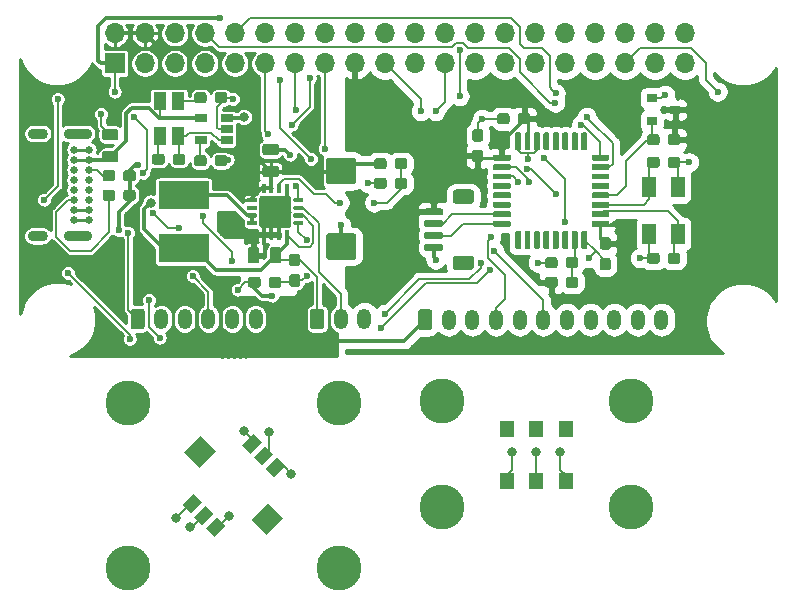
<source format=gbr>
G04 #@! TF.GenerationSoftware,KiCad,Pcbnew,(5.1.5)-3*
G04 #@! TF.CreationDate,2020-05-15T14:33:57+03:00*
G04 #@! TF.ProjectId,AstroPiMicro,41737472-6f50-4694-9d69-63726f2e6b69,1.0.8*
G04 #@! TF.SameCoordinates,Original*
G04 #@! TF.FileFunction,Copper,L1,Top*
G04 #@! TF.FilePolarity,Positive*
%FSLAX46Y46*%
G04 Gerber Fmt 4.6, Leading zero omitted, Abs format (unit mm)*
G04 Created by KiCad (PCBNEW (5.1.5)-3) date 2020-05-15 14:33:57*
%MOMM*%
%LPD*%
G04 APERTURE LIST*
%ADD10C,0.100000*%
%ADD11R,4.200000X2.400000*%
%ADD12C,3.800000*%
%ADD13O,1.200000X1.750000*%
%ADD14R,1.200000X1.800000*%
%ADD15C,0.500000*%
%ADD16R,1.060000X0.650000*%
%ADD17R,0.900000X0.800000*%
%ADD18R,1.200000X1.400000*%
%ADD19O,1.700000X0.900000*%
%ADD20O,2.400000X0.900000*%
%ADD21C,0.650000*%
%ADD22R,1.100000X1.500000*%
%ADD23O,1.700000X1.700000*%
%ADD24R,1.700000X1.700000*%
%ADD25C,0.600000*%
%ADD26C,0.800000*%
%ADD27C,0.250000*%
%ADD28C,0.350000*%
%ADD29C,0.152400*%
%ADD30C,0.254000*%
G04 APERTURE END LIST*
G04 #@! TA.AperFunction,SMDPad,CuDef*
D10*
G36*
X71246071Y-93742285D02*
G01*
X69973279Y-92469493D01*
X71387493Y-91055279D01*
X72660285Y-92328071D01*
X71246071Y-93742285D01*
G37*
G04 #@! TD.AperFunction*
G04 #@! TA.AperFunction,SMDPad,CuDef*
G36*
X65518507Y-88014721D02*
G01*
X64245715Y-86741929D01*
X65659929Y-85327715D01*
X66932721Y-86600507D01*
X65518507Y-88014721D01*
G37*
G04 #@! TD.AperFunction*
G04 #@! TA.AperFunction,SMDPad,CuDef*
G36*
X71847112Y-88827893D02*
G01*
X71140006Y-88120787D01*
X72094600Y-87166193D01*
X72801706Y-87873299D01*
X71847112Y-88827893D01*
G37*
G04 #@! TD.AperFunction*
G04 #@! TA.AperFunction,SMDPad,CuDef*
G36*
X70857163Y-87837943D02*
G01*
X70150057Y-87130837D01*
X71104651Y-86176243D01*
X71811757Y-86883349D01*
X70857163Y-87837943D01*
G37*
G04 #@! TD.AperFunction*
G04 #@! TA.AperFunction,SMDPad,CuDef*
G36*
X69867213Y-86847994D02*
G01*
X69160107Y-86140888D01*
X70114701Y-85186294D01*
X70821807Y-85893400D01*
X69867213Y-86847994D01*
G37*
G04 #@! TD.AperFunction*
G04 #@! TA.AperFunction,SMDPad,CuDef*
G36*
X66791299Y-93883706D02*
G01*
X66084193Y-93176600D01*
X67038787Y-92222006D01*
X67745893Y-92929112D01*
X66791299Y-93883706D01*
G37*
G04 #@! TD.AperFunction*
G04 #@! TA.AperFunction,SMDPad,CuDef*
G36*
X65801349Y-92893757D02*
G01*
X65094243Y-92186651D01*
X66048837Y-91232057D01*
X66755943Y-91939163D01*
X65801349Y-92893757D01*
G37*
G04 #@! TD.AperFunction*
G04 #@! TA.AperFunction,SMDPad,CuDef*
G36*
X64811400Y-91903807D02*
G01*
X64104294Y-91196701D01*
X65058888Y-90242107D01*
X65765994Y-90949213D01*
X64811400Y-91903807D01*
G37*
G04 #@! TD.AperFunction*
D11*
X64224000Y-64954000D03*
X64224000Y-69454000D03*
D12*
X86067000Y-82369000D03*
X86067000Y-91369000D03*
X102067000Y-91369000D03*
X102067000Y-82369000D03*
D13*
X104671000Y-75495000D03*
X102671000Y-75495000D03*
X100671000Y-75495000D03*
X98671000Y-75495000D03*
X96671000Y-75495000D03*
X94671000Y-75495000D03*
X92671000Y-75495000D03*
X90671000Y-75495000D03*
X88671000Y-75495000D03*
X86671000Y-75495000D03*
G04 #@! TA.AperFunction,ComponentPad*
D10*
G36*
X85045505Y-74621204D02*
G01*
X85069773Y-74624804D01*
X85093572Y-74630765D01*
X85116671Y-74639030D01*
X85138850Y-74649520D01*
X85159893Y-74662132D01*
X85179599Y-74676747D01*
X85197777Y-74693223D01*
X85214253Y-74711401D01*
X85228868Y-74731107D01*
X85241480Y-74752150D01*
X85251970Y-74774329D01*
X85260235Y-74797428D01*
X85266196Y-74821227D01*
X85269796Y-74845495D01*
X85271000Y-74869999D01*
X85271000Y-76120001D01*
X85269796Y-76144505D01*
X85266196Y-76168773D01*
X85260235Y-76192572D01*
X85251970Y-76215671D01*
X85241480Y-76237850D01*
X85228868Y-76258893D01*
X85214253Y-76278599D01*
X85197777Y-76296777D01*
X85179599Y-76313253D01*
X85159893Y-76327868D01*
X85138850Y-76340480D01*
X85116671Y-76350970D01*
X85093572Y-76359235D01*
X85069773Y-76365196D01*
X85045505Y-76368796D01*
X85021001Y-76370000D01*
X84320999Y-76370000D01*
X84296495Y-76368796D01*
X84272227Y-76365196D01*
X84248428Y-76359235D01*
X84225329Y-76350970D01*
X84203150Y-76340480D01*
X84182107Y-76327868D01*
X84162401Y-76313253D01*
X84144223Y-76296777D01*
X84127747Y-76278599D01*
X84113132Y-76258893D01*
X84100520Y-76237850D01*
X84090030Y-76215671D01*
X84081765Y-76192572D01*
X84075804Y-76168773D01*
X84072204Y-76144505D01*
X84071000Y-76120001D01*
X84071000Y-74869999D01*
X84072204Y-74845495D01*
X84075804Y-74821227D01*
X84081765Y-74797428D01*
X84090030Y-74774329D01*
X84100520Y-74752150D01*
X84113132Y-74731107D01*
X84127747Y-74711401D01*
X84144223Y-74693223D01*
X84162401Y-74676747D01*
X84182107Y-74662132D01*
X84203150Y-74649520D01*
X84225329Y-74639030D01*
X84248428Y-74630765D01*
X84272227Y-74624804D01*
X84296495Y-74621204D01*
X84320999Y-74620000D01*
X85021001Y-74620000D01*
X85045505Y-74621204D01*
G37*
G04 #@! TD.AperFunction*
D13*
X70325000Y-75438000D03*
X68325000Y-75438000D03*
X66325000Y-75438000D03*
X64325000Y-75438000D03*
X62325000Y-75438000D03*
G04 #@! TA.AperFunction,ComponentPad*
D10*
G36*
X60699505Y-74564204D02*
G01*
X60723773Y-74567804D01*
X60747572Y-74573765D01*
X60770671Y-74582030D01*
X60792850Y-74592520D01*
X60813893Y-74605132D01*
X60833599Y-74619747D01*
X60851777Y-74636223D01*
X60868253Y-74654401D01*
X60882868Y-74674107D01*
X60895480Y-74695150D01*
X60905970Y-74717329D01*
X60914235Y-74740428D01*
X60920196Y-74764227D01*
X60923796Y-74788495D01*
X60925000Y-74812999D01*
X60925000Y-76063001D01*
X60923796Y-76087505D01*
X60920196Y-76111773D01*
X60914235Y-76135572D01*
X60905970Y-76158671D01*
X60895480Y-76180850D01*
X60882868Y-76201893D01*
X60868253Y-76221599D01*
X60851777Y-76239777D01*
X60833599Y-76256253D01*
X60813893Y-76270868D01*
X60792850Y-76283480D01*
X60770671Y-76293970D01*
X60747572Y-76302235D01*
X60723773Y-76308196D01*
X60699505Y-76311796D01*
X60675001Y-76313000D01*
X59974999Y-76313000D01*
X59950495Y-76311796D01*
X59926227Y-76308196D01*
X59902428Y-76302235D01*
X59879329Y-76293970D01*
X59857150Y-76283480D01*
X59836107Y-76270868D01*
X59816401Y-76256253D01*
X59798223Y-76239777D01*
X59781747Y-76221599D01*
X59767132Y-76201893D01*
X59754520Y-76180850D01*
X59744030Y-76158671D01*
X59735765Y-76135572D01*
X59729804Y-76111773D01*
X59726204Y-76087505D01*
X59725000Y-76063001D01*
X59725000Y-74812999D01*
X59726204Y-74788495D01*
X59729804Y-74764227D01*
X59735765Y-74740428D01*
X59744030Y-74717329D01*
X59754520Y-74695150D01*
X59767132Y-74674107D01*
X59781747Y-74654401D01*
X59798223Y-74636223D01*
X59816401Y-74619747D01*
X59836107Y-74605132D01*
X59857150Y-74592520D01*
X59879329Y-74582030D01*
X59902428Y-74573765D01*
X59926227Y-74567804D01*
X59950495Y-74564204D01*
X59974999Y-74563000D01*
X60675001Y-74563000D01*
X60699505Y-74564204D01*
G37*
G04 #@! TD.AperFunction*
D13*
X79527000Y-75438000D03*
X77527000Y-75438000D03*
G04 #@! TA.AperFunction,ComponentPad*
D10*
G36*
X75901505Y-74564204D02*
G01*
X75925773Y-74567804D01*
X75949572Y-74573765D01*
X75972671Y-74582030D01*
X75994850Y-74592520D01*
X76015893Y-74605132D01*
X76035599Y-74619747D01*
X76053777Y-74636223D01*
X76070253Y-74654401D01*
X76084868Y-74674107D01*
X76097480Y-74695150D01*
X76107970Y-74717329D01*
X76116235Y-74740428D01*
X76122196Y-74764227D01*
X76125796Y-74788495D01*
X76127000Y-74812999D01*
X76127000Y-76063001D01*
X76125796Y-76087505D01*
X76122196Y-76111773D01*
X76116235Y-76135572D01*
X76107970Y-76158671D01*
X76097480Y-76180850D01*
X76084868Y-76201893D01*
X76070253Y-76221599D01*
X76053777Y-76239777D01*
X76035599Y-76256253D01*
X76015893Y-76270868D01*
X75994850Y-76283480D01*
X75972671Y-76293970D01*
X75949572Y-76302235D01*
X75925773Y-76308196D01*
X75901505Y-76311796D01*
X75877001Y-76313000D01*
X75176999Y-76313000D01*
X75152495Y-76311796D01*
X75128227Y-76308196D01*
X75104428Y-76302235D01*
X75081329Y-76293970D01*
X75059150Y-76283480D01*
X75038107Y-76270868D01*
X75018401Y-76256253D01*
X75000223Y-76239777D01*
X74983747Y-76221599D01*
X74969132Y-76201893D01*
X74956520Y-76180850D01*
X74946030Y-76158671D01*
X74937765Y-76135572D01*
X74931804Y-76111773D01*
X74928204Y-76087505D01*
X74927000Y-76063001D01*
X74927000Y-74812999D01*
X74928204Y-74788495D01*
X74931804Y-74764227D01*
X74937765Y-74740428D01*
X74946030Y-74717329D01*
X74956520Y-74695150D01*
X74969132Y-74674107D01*
X74983747Y-74654401D01*
X75000223Y-74636223D01*
X75018401Y-74619747D01*
X75038107Y-74605132D01*
X75059150Y-74592520D01*
X75081329Y-74582030D01*
X75104428Y-74573765D01*
X75128227Y-74567804D01*
X75152495Y-74564204D01*
X75176999Y-74563000D01*
X75877001Y-74563000D01*
X75901505Y-74564204D01*
G37*
G04 #@! TD.AperFunction*
D12*
X59548000Y-82535000D03*
X77358000Y-82535000D03*
X59548000Y-96535000D03*
X77358000Y-96535000D03*
D14*
X106064000Y-68224000D03*
X106064000Y-64224000D03*
X103664000Y-64224000D03*
X103664000Y-68224000D03*
G04 #@! TA.AperFunction,SMDPad,CuDef*
D10*
G36*
X71092076Y-63976421D02*
G01*
X71100570Y-63977681D01*
X71108900Y-63979768D01*
X71116985Y-63982661D01*
X71124747Y-63986332D01*
X71132112Y-63990746D01*
X71139009Y-63995862D01*
X71145372Y-64001628D01*
X71151138Y-64007991D01*
X71156254Y-64014888D01*
X71160668Y-64022253D01*
X71164339Y-64030015D01*
X71167232Y-64038100D01*
X71169319Y-64046430D01*
X71170579Y-64054924D01*
X71171000Y-64063500D01*
X71171000Y-64713500D01*
X71170579Y-64722076D01*
X71169319Y-64730570D01*
X71167232Y-64738900D01*
X71164339Y-64746985D01*
X71160668Y-64754747D01*
X71156254Y-64762112D01*
X71151138Y-64769009D01*
X71145372Y-64775372D01*
X71139009Y-64781138D01*
X71132112Y-64786254D01*
X71124747Y-64790668D01*
X71116985Y-64794339D01*
X71108900Y-64797232D01*
X71100570Y-64799319D01*
X71092076Y-64800579D01*
X71083500Y-64801000D01*
X70908500Y-64801000D01*
X70899924Y-64800579D01*
X70891430Y-64799319D01*
X70883100Y-64797232D01*
X70875015Y-64794339D01*
X70867253Y-64790668D01*
X70859888Y-64786254D01*
X70852991Y-64781138D01*
X70846628Y-64775372D01*
X70840862Y-64769009D01*
X70835746Y-64762112D01*
X70831332Y-64754747D01*
X70827661Y-64746985D01*
X70824768Y-64738900D01*
X70822681Y-64730570D01*
X70821421Y-64722076D01*
X70821000Y-64713500D01*
X70821000Y-64063500D01*
X70821421Y-64054924D01*
X70822681Y-64046430D01*
X70824768Y-64038100D01*
X70827661Y-64030015D01*
X70831332Y-64022253D01*
X70835746Y-64014888D01*
X70840862Y-64007991D01*
X70846628Y-64001628D01*
X70852991Y-63995862D01*
X70859888Y-63990746D01*
X70867253Y-63986332D01*
X70875015Y-63982661D01*
X70883100Y-63979768D01*
X70891430Y-63977681D01*
X70899924Y-63976421D01*
X70908500Y-63976000D01*
X71083500Y-63976000D01*
X71092076Y-63976421D01*
G37*
G04 #@! TD.AperFunction*
G04 #@! TA.AperFunction,SMDPad,CuDef*
G36*
X71742076Y-63976421D02*
G01*
X71750570Y-63977681D01*
X71758900Y-63979768D01*
X71766985Y-63982661D01*
X71774747Y-63986332D01*
X71782112Y-63990746D01*
X71789009Y-63995862D01*
X71795372Y-64001628D01*
X71801138Y-64007991D01*
X71806254Y-64014888D01*
X71810668Y-64022253D01*
X71814339Y-64030015D01*
X71817232Y-64038100D01*
X71819319Y-64046430D01*
X71820579Y-64054924D01*
X71821000Y-64063500D01*
X71821000Y-64713500D01*
X71820579Y-64722076D01*
X71819319Y-64730570D01*
X71817232Y-64738900D01*
X71814339Y-64746985D01*
X71810668Y-64754747D01*
X71806254Y-64762112D01*
X71801138Y-64769009D01*
X71795372Y-64775372D01*
X71789009Y-64781138D01*
X71782112Y-64786254D01*
X71774747Y-64790668D01*
X71766985Y-64794339D01*
X71758900Y-64797232D01*
X71750570Y-64799319D01*
X71742076Y-64800579D01*
X71733500Y-64801000D01*
X71558500Y-64801000D01*
X71549924Y-64800579D01*
X71541430Y-64799319D01*
X71533100Y-64797232D01*
X71525015Y-64794339D01*
X71517253Y-64790668D01*
X71509888Y-64786254D01*
X71502991Y-64781138D01*
X71496628Y-64775372D01*
X71490862Y-64769009D01*
X71485746Y-64762112D01*
X71481332Y-64754747D01*
X71477661Y-64746985D01*
X71474768Y-64738900D01*
X71472681Y-64730570D01*
X71471421Y-64722076D01*
X71471000Y-64713500D01*
X71471000Y-64063500D01*
X71471421Y-64054924D01*
X71472681Y-64046430D01*
X71474768Y-64038100D01*
X71477661Y-64030015D01*
X71481332Y-64022253D01*
X71485746Y-64014888D01*
X71490862Y-64007991D01*
X71496628Y-64001628D01*
X71502991Y-63995862D01*
X71509888Y-63990746D01*
X71517253Y-63986332D01*
X71525015Y-63982661D01*
X71533100Y-63979768D01*
X71541430Y-63977681D01*
X71549924Y-63976421D01*
X71558500Y-63976000D01*
X71733500Y-63976000D01*
X71742076Y-63976421D01*
G37*
G04 #@! TD.AperFunction*
G04 #@! TA.AperFunction,SMDPad,CuDef*
G36*
X72392076Y-63976421D02*
G01*
X72400570Y-63977681D01*
X72408900Y-63979768D01*
X72416985Y-63982661D01*
X72424747Y-63986332D01*
X72432112Y-63990746D01*
X72439009Y-63995862D01*
X72445372Y-64001628D01*
X72451138Y-64007991D01*
X72456254Y-64014888D01*
X72460668Y-64022253D01*
X72464339Y-64030015D01*
X72467232Y-64038100D01*
X72469319Y-64046430D01*
X72470579Y-64054924D01*
X72471000Y-64063500D01*
X72471000Y-64713500D01*
X72470579Y-64722076D01*
X72469319Y-64730570D01*
X72467232Y-64738900D01*
X72464339Y-64746985D01*
X72460668Y-64754747D01*
X72456254Y-64762112D01*
X72451138Y-64769009D01*
X72445372Y-64775372D01*
X72439009Y-64781138D01*
X72432112Y-64786254D01*
X72424747Y-64790668D01*
X72416985Y-64794339D01*
X72408900Y-64797232D01*
X72400570Y-64799319D01*
X72392076Y-64800579D01*
X72383500Y-64801000D01*
X72208500Y-64801000D01*
X72199924Y-64800579D01*
X72191430Y-64799319D01*
X72183100Y-64797232D01*
X72175015Y-64794339D01*
X72167253Y-64790668D01*
X72159888Y-64786254D01*
X72152991Y-64781138D01*
X72146628Y-64775372D01*
X72140862Y-64769009D01*
X72135746Y-64762112D01*
X72131332Y-64754747D01*
X72127661Y-64746985D01*
X72124768Y-64738900D01*
X72122681Y-64730570D01*
X72121421Y-64722076D01*
X72121000Y-64713500D01*
X72121000Y-64063500D01*
X72121421Y-64054924D01*
X72122681Y-64046430D01*
X72124768Y-64038100D01*
X72127661Y-64030015D01*
X72131332Y-64022253D01*
X72135746Y-64014888D01*
X72140862Y-64007991D01*
X72146628Y-64001628D01*
X72152991Y-63995862D01*
X72159888Y-63990746D01*
X72167253Y-63986332D01*
X72175015Y-63982661D01*
X72183100Y-63979768D01*
X72191430Y-63977681D01*
X72199924Y-63976421D01*
X72208500Y-63976000D01*
X72383500Y-63976000D01*
X72392076Y-63976421D01*
G37*
G04 #@! TD.AperFunction*
G04 #@! TA.AperFunction,SMDPad,CuDef*
G36*
X73042076Y-63976421D02*
G01*
X73050570Y-63977681D01*
X73058900Y-63979768D01*
X73066985Y-63982661D01*
X73074747Y-63986332D01*
X73082112Y-63990746D01*
X73089009Y-63995862D01*
X73095372Y-64001628D01*
X73101138Y-64007991D01*
X73106254Y-64014888D01*
X73110668Y-64022253D01*
X73114339Y-64030015D01*
X73117232Y-64038100D01*
X73119319Y-64046430D01*
X73120579Y-64054924D01*
X73121000Y-64063500D01*
X73121000Y-64713500D01*
X73120579Y-64722076D01*
X73119319Y-64730570D01*
X73117232Y-64738900D01*
X73114339Y-64746985D01*
X73110668Y-64754747D01*
X73106254Y-64762112D01*
X73101138Y-64769009D01*
X73095372Y-64775372D01*
X73089009Y-64781138D01*
X73082112Y-64786254D01*
X73074747Y-64790668D01*
X73066985Y-64794339D01*
X73058900Y-64797232D01*
X73050570Y-64799319D01*
X73042076Y-64800579D01*
X73033500Y-64801000D01*
X72858500Y-64801000D01*
X72849924Y-64800579D01*
X72841430Y-64799319D01*
X72833100Y-64797232D01*
X72825015Y-64794339D01*
X72817253Y-64790668D01*
X72809888Y-64786254D01*
X72802991Y-64781138D01*
X72796628Y-64775372D01*
X72790862Y-64769009D01*
X72785746Y-64762112D01*
X72781332Y-64754747D01*
X72777661Y-64746985D01*
X72774768Y-64738900D01*
X72772681Y-64730570D01*
X72771421Y-64722076D01*
X72771000Y-64713500D01*
X72771000Y-64063500D01*
X72771421Y-64054924D01*
X72772681Y-64046430D01*
X72774768Y-64038100D01*
X72777661Y-64030015D01*
X72781332Y-64022253D01*
X72785746Y-64014888D01*
X72790862Y-64007991D01*
X72796628Y-64001628D01*
X72802991Y-63995862D01*
X72809888Y-63990746D01*
X72817253Y-63986332D01*
X72825015Y-63982661D01*
X72833100Y-63979768D01*
X72841430Y-63977681D01*
X72849924Y-63976421D01*
X72858500Y-63976000D01*
X73033500Y-63976000D01*
X73042076Y-63976421D01*
G37*
G04 #@! TD.AperFunction*
G04 #@! TA.AperFunction,SMDPad,CuDef*
G36*
X74267076Y-65201421D02*
G01*
X74275570Y-65202681D01*
X74283900Y-65204768D01*
X74291985Y-65207661D01*
X74299747Y-65211332D01*
X74307112Y-65215746D01*
X74314009Y-65220862D01*
X74320372Y-65226628D01*
X74326138Y-65232991D01*
X74331254Y-65239888D01*
X74335668Y-65247253D01*
X74339339Y-65255015D01*
X74342232Y-65263100D01*
X74344319Y-65271430D01*
X74345579Y-65279924D01*
X74346000Y-65288500D01*
X74346000Y-65463500D01*
X74345579Y-65472076D01*
X74344319Y-65480570D01*
X74342232Y-65488900D01*
X74339339Y-65496985D01*
X74335668Y-65504747D01*
X74331254Y-65512112D01*
X74326138Y-65519009D01*
X74320372Y-65525372D01*
X74314009Y-65531138D01*
X74307112Y-65536254D01*
X74299747Y-65540668D01*
X74291985Y-65544339D01*
X74283900Y-65547232D01*
X74275570Y-65549319D01*
X74267076Y-65550579D01*
X74258500Y-65551000D01*
X73608500Y-65551000D01*
X73599924Y-65550579D01*
X73591430Y-65549319D01*
X73583100Y-65547232D01*
X73575015Y-65544339D01*
X73567253Y-65540668D01*
X73559888Y-65536254D01*
X73552991Y-65531138D01*
X73546628Y-65525372D01*
X73540862Y-65519009D01*
X73535746Y-65512112D01*
X73531332Y-65504747D01*
X73527661Y-65496985D01*
X73524768Y-65488900D01*
X73522681Y-65480570D01*
X73521421Y-65472076D01*
X73521000Y-65463500D01*
X73521000Y-65288500D01*
X73521421Y-65279924D01*
X73522681Y-65271430D01*
X73524768Y-65263100D01*
X73527661Y-65255015D01*
X73531332Y-65247253D01*
X73535746Y-65239888D01*
X73540862Y-65232991D01*
X73546628Y-65226628D01*
X73552991Y-65220862D01*
X73559888Y-65215746D01*
X73567253Y-65211332D01*
X73575015Y-65207661D01*
X73583100Y-65204768D01*
X73591430Y-65202681D01*
X73599924Y-65201421D01*
X73608500Y-65201000D01*
X74258500Y-65201000D01*
X74267076Y-65201421D01*
G37*
G04 #@! TD.AperFunction*
G04 #@! TA.AperFunction,SMDPad,CuDef*
G36*
X74267076Y-65851421D02*
G01*
X74275570Y-65852681D01*
X74283900Y-65854768D01*
X74291985Y-65857661D01*
X74299747Y-65861332D01*
X74307112Y-65865746D01*
X74314009Y-65870862D01*
X74320372Y-65876628D01*
X74326138Y-65882991D01*
X74331254Y-65889888D01*
X74335668Y-65897253D01*
X74339339Y-65905015D01*
X74342232Y-65913100D01*
X74344319Y-65921430D01*
X74345579Y-65929924D01*
X74346000Y-65938500D01*
X74346000Y-66113500D01*
X74345579Y-66122076D01*
X74344319Y-66130570D01*
X74342232Y-66138900D01*
X74339339Y-66146985D01*
X74335668Y-66154747D01*
X74331254Y-66162112D01*
X74326138Y-66169009D01*
X74320372Y-66175372D01*
X74314009Y-66181138D01*
X74307112Y-66186254D01*
X74299747Y-66190668D01*
X74291985Y-66194339D01*
X74283900Y-66197232D01*
X74275570Y-66199319D01*
X74267076Y-66200579D01*
X74258500Y-66201000D01*
X73608500Y-66201000D01*
X73599924Y-66200579D01*
X73591430Y-66199319D01*
X73583100Y-66197232D01*
X73575015Y-66194339D01*
X73567253Y-66190668D01*
X73559888Y-66186254D01*
X73552991Y-66181138D01*
X73546628Y-66175372D01*
X73540862Y-66169009D01*
X73535746Y-66162112D01*
X73531332Y-66154747D01*
X73527661Y-66146985D01*
X73524768Y-66138900D01*
X73522681Y-66130570D01*
X73521421Y-66122076D01*
X73521000Y-66113500D01*
X73521000Y-65938500D01*
X73521421Y-65929924D01*
X73522681Y-65921430D01*
X73524768Y-65913100D01*
X73527661Y-65905015D01*
X73531332Y-65897253D01*
X73535746Y-65889888D01*
X73540862Y-65882991D01*
X73546628Y-65876628D01*
X73552991Y-65870862D01*
X73559888Y-65865746D01*
X73567253Y-65861332D01*
X73575015Y-65857661D01*
X73583100Y-65854768D01*
X73591430Y-65852681D01*
X73599924Y-65851421D01*
X73608500Y-65851000D01*
X74258500Y-65851000D01*
X74267076Y-65851421D01*
G37*
G04 #@! TD.AperFunction*
G04 #@! TA.AperFunction,SMDPad,CuDef*
G36*
X74267076Y-66501421D02*
G01*
X74275570Y-66502681D01*
X74283900Y-66504768D01*
X74291985Y-66507661D01*
X74299747Y-66511332D01*
X74307112Y-66515746D01*
X74314009Y-66520862D01*
X74320372Y-66526628D01*
X74326138Y-66532991D01*
X74331254Y-66539888D01*
X74335668Y-66547253D01*
X74339339Y-66555015D01*
X74342232Y-66563100D01*
X74344319Y-66571430D01*
X74345579Y-66579924D01*
X74346000Y-66588500D01*
X74346000Y-66763500D01*
X74345579Y-66772076D01*
X74344319Y-66780570D01*
X74342232Y-66788900D01*
X74339339Y-66796985D01*
X74335668Y-66804747D01*
X74331254Y-66812112D01*
X74326138Y-66819009D01*
X74320372Y-66825372D01*
X74314009Y-66831138D01*
X74307112Y-66836254D01*
X74299747Y-66840668D01*
X74291985Y-66844339D01*
X74283900Y-66847232D01*
X74275570Y-66849319D01*
X74267076Y-66850579D01*
X74258500Y-66851000D01*
X73608500Y-66851000D01*
X73599924Y-66850579D01*
X73591430Y-66849319D01*
X73583100Y-66847232D01*
X73575015Y-66844339D01*
X73567253Y-66840668D01*
X73559888Y-66836254D01*
X73552991Y-66831138D01*
X73546628Y-66825372D01*
X73540862Y-66819009D01*
X73535746Y-66812112D01*
X73531332Y-66804747D01*
X73527661Y-66796985D01*
X73524768Y-66788900D01*
X73522681Y-66780570D01*
X73521421Y-66772076D01*
X73521000Y-66763500D01*
X73521000Y-66588500D01*
X73521421Y-66579924D01*
X73522681Y-66571430D01*
X73524768Y-66563100D01*
X73527661Y-66555015D01*
X73531332Y-66547253D01*
X73535746Y-66539888D01*
X73540862Y-66532991D01*
X73546628Y-66526628D01*
X73552991Y-66520862D01*
X73559888Y-66515746D01*
X73567253Y-66511332D01*
X73575015Y-66507661D01*
X73583100Y-66504768D01*
X73591430Y-66502681D01*
X73599924Y-66501421D01*
X73608500Y-66501000D01*
X74258500Y-66501000D01*
X74267076Y-66501421D01*
G37*
G04 #@! TD.AperFunction*
G04 #@! TA.AperFunction,SMDPad,CuDef*
G36*
X74267076Y-67151421D02*
G01*
X74275570Y-67152681D01*
X74283900Y-67154768D01*
X74291985Y-67157661D01*
X74299747Y-67161332D01*
X74307112Y-67165746D01*
X74314009Y-67170862D01*
X74320372Y-67176628D01*
X74326138Y-67182991D01*
X74331254Y-67189888D01*
X74335668Y-67197253D01*
X74339339Y-67205015D01*
X74342232Y-67213100D01*
X74344319Y-67221430D01*
X74345579Y-67229924D01*
X74346000Y-67238500D01*
X74346000Y-67413500D01*
X74345579Y-67422076D01*
X74344319Y-67430570D01*
X74342232Y-67438900D01*
X74339339Y-67446985D01*
X74335668Y-67454747D01*
X74331254Y-67462112D01*
X74326138Y-67469009D01*
X74320372Y-67475372D01*
X74314009Y-67481138D01*
X74307112Y-67486254D01*
X74299747Y-67490668D01*
X74291985Y-67494339D01*
X74283900Y-67497232D01*
X74275570Y-67499319D01*
X74267076Y-67500579D01*
X74258500Y-67501000D01*
X73608500Y-67501000D01*
X73599924Y-67500579D01*
X73591430Y-67499319D01*
X73583100Y-67497232D01*
X73575015Y-67494339D01*
X73567253Y-67490668D01*
X73559888Y-67486254D01*
X73552991Y-67481138D01*
X73546628Y-67475372D01*
X73540862Y-67469009D01*
X73535746Y-67462112D01*
X73531332Y-67454747D01*
X73527661Y-67446985D01*
X73524768Y-67438900D01*
X73522681Y-67430570D01*
X73521421Y-67422076D01*
X73521000Y-67413500D01*
X73521000Y-67238500D01*
X73521421Y-67229924D01*
X73522681Y-67221430D01*
X73524768Y-67213100D01*
X73527661Y-67205015D01*
X73531332Y-67197253D01*
X73535746Y-67189888D01*
X73540862Y-67182991D01*
X73546628Y-67176628D01*
X73552991Y-67170862D01*
X73559888Y-67165746D01*
X73567253Y-67161332D01*
X73575015Y-67157661D01*
X73583100Y-67154768D01*
X73591430Y-67152681D01*
X73599924Y-67151421D01*
X73608500Y-67151000D01*
X74258500Y-67151000D01*
X74267076Y-67151421D01*
G37*
G04 #@! TD.AperFunction*
G04 #@! TA.AperFunction,SMDPad,CuDef*
G36*
X73042076Y-67901421D02*
G01*
X73050570Y-67902681D01*
X73058900Y-67904768D01*
X73066985Y-67907661D01*
X73074747Y-67911332D01*
X73082112Y-67915746D01*
X73089009Y-67920862D01*
X73095372Y-67926628D01*
X73101138Y-67932991D01*
X73106254Y-67939888D01*
X73110668Y-67947253D01*
X73114339Y-67955015D01*
X73117232Y-67963100D01*
X73119319Y-67971430D01*
X73120579Y-67979924D01*
X73121000Y-67988500D01*
X73121000Y-68638500D01*
X73120579Y-68647076D01*
X73119319Y-68655570D01*
X73117232Y-68663900D01*
X73114339Y-68671985D01*
X73110668Y-68679747D01*
X73106254Y-68687112D01*
X73101138Y-68694009D01*
X73095372Y-68700372D01*
X73089009Y-68706138D01*
X73082112Y-68711254D01*
X73074747Y-68715668D01*
X73066985Y-68719339D01*
X73058900Y-68722232D01*
X73050570Y-68724319D01*
X73042076Y-68725579D01*
X73033500Y-68726000D01*
X72858500Y-68726000D01*
X72849924Y-68725579D01*
X72841430Y-68724319D01*
X72833100Y-68722232D01*
X72825015Y-68719339D01*
X72817253Y-68715668D01*
X72809888Y-68711254D01*
X72802991Y-68706138D01*
X72796628Y-68700372D01*
X72790862Y-68694009D01*
X72785746Y-68687112D01*
X72781332Y-68679747D01*
X72777661Y-68671985D01*
X72774768Y-68663900D01*
X72772681Y-68655570D01*
X72771421Y-68647076D01*
X72771000Y-68638500D01*
X72771000Y-67988500D01*
X72771421Y-67979924D01*
X72772681Y-67971430D01*
X72774768Y-67963100D01*
X72777661Y-67955015D01*
X72781332Y-67947253D01*
X72785746Y-67939888D01*
X72790862Y-67932991D01*
X72796628Y-67926628D01*
X72802991Y-67920862D01*
X72809888Y-67915746D01*
X72817253Y-67911332D01*
X72825015Y-67907661D01*
X72833100Y-67904768D01*
X72841430Y-67902681D01*
X72849924Y-67901421D01*
X72858500Y-67901000D01*
X73033500Y-67901000D01*
X73042076Y-67901421D01*
G37*
G04 #@! TD.AperFunction*
G04 #@! TA.AperFunction,SMDPad,CuDef*
G36*
X72392076Y-67901421D02*
G01*
X72400570Y-67902681D01*
X72408900Y-67904768D01*
X72416985Y-67907661D01*
X72424747Y-67911332D01*
X72432112Y-67915746D01*
X72439009Y-67920862D01*
X72445372Y-67926628D01*
X72451138Y-67932991D01*
X72456254Y-67939888D01*
X72460668Y-67947253D01*
X72464339Y-67955015D01*
X72467232Y-67963100D01*
X72469319Y-67971430D01*
X72470579Y-67979924D01*
X72471000Y-67988500D01*
X72471000Y-68638500D01*
X72470579Y-68647076D01*
X72469319Y-68655570D01*
X72467232Y-68663900D01*
X72464339Y-68671985D01*
X72460668Y-68679747D01*
X72456254Y-68687112D01*
X72451138Y-68694009D01*
X72445372Y-68700372D01*
X72439009Y-68706138D01*
X72432112Y-68711254D01*
X72424747Y-68715668D01*
X72416985Y-68719339D01*
X72408900Y-68722232D01*
X72400570Y-68724319D01*
X72392076Y-68725579D01*
X72383500Y-68726000D01*
X72208500Y-68726000D01*
X72199924Y-68725579D01*
X72191430Y-68724319D01*
X72183100Y-68722232D01*
X72175015Y-68719339D01*
X72167253Y-68715668D01*
X72159888Y-68711254D01*
X72152991Y-68706138D01*
X72146628Y-68700372D01*
X72140862Y-68694009D01*
X72135746Y-68687112D01*
X72131332Y-68679747D01*
X72127661Y-68671985D01*
X72124768Y-68663900D01*
X72122681Y-68655570D01*
X72121421Y-68647076D01*
X72121000Y-68638500D01*
X72121000Y-67988500D01*
X72121421Y-67979924D01*
X72122681Y-67971430D01*
X72124768Y-67963100D01*
X72127661Y-67955015D01*
X72131332Y-67947253D01*
X72135746Y-67939888D01*
X72140862Y-67932991D01*
X72146628Y-67926628D01*
X72152991Y-67920862D01*
X72159888Y-67915746D01*
X72167253Y-67911332D01*
X72175015Y-67907661D01*
X72183100Y-67904768D01*
X72191430Y-67902681D01*
X72199924Y-67901421D01*
X72208500Y-67901000D01*
X72383500Y-67901000D01*
X72392076Y-67901421D01*
G37*
G04 #@! TD.AperFunction*
G04 #@! TA.AperFunction,SMDPad,CuDef*
G36*
X71742076Y-67901421D02*
G01*
X71750570Y-67902681D01*
X71758900Y-67904768D01*
X71766985Y-67907661D01*
X71774747Y-67911332D01*
X71782112Y-67915746D01*
X71789009Y-67920862D01*
X71795372Y-67926628D01*
X71801138Y-67932991D01*
X71806254Y-67939888D01*
X71810668Y-67947253D01*
X71814339Y-67955015D01*
X71817232Y-67963100D01*
X71819319Y-67971430D01*
X71820579Y-67979924D01*
X71821000Y-67988500D01*
X71821000Y-68638500D01*
X71820579Y-68647076D01*
X71819319Y-68655570D01*
X71817232Y-68663900D01*
X71814339Y-68671985D01*
X71810668Y-68679747D01*
X71806254Y-68687112D01*
X71801138Y-68694009D01*
X71795372Y-68700372D01*
X71789009Y-68706138D01*
X71782112Y-68711254D01*
X71774747Y-68715668D01*
X71766985Y-68719339D01*
X71758900Y-68722232D01*
X71750570Y-68724319D01*
X71742076Y-68725579D01*
X71733500Y-68726000D01*
X71558500Y-68726000D01*
X71549924Y-68725579D01*
X71541430Y-68724319D01*
X71533100Y-68722232D01*
X71525015Y-68719339D01*
X71517253Y-68715668D01*
X71509888Y-68711254D01*
X71502991Y-68706138D01*
X71496628Y-68700372D01*
X71490862Y-68694009D01*
X71485746Y-68687112D01*
X71481332Y-68679747D01*
X71477661Y-68671985D01*
X71474768Y-68663900D01*
X71472681Y-68655570D01*
X71471421Y-68647076D01*
X71471000Y-68638500D01*
X71471000Y-67988500D01*
X71471421Y-67979924D01*
X71472681Y-67971430D01*
X71474768Y-67963100D01*
X71477661Y-67955015D01*
X71481332Y-67947253D01*
X71485746Y-67939888D01*
X71490862Y-67932991D01*
X71496628Y-67926628D01*
X71502991Y-67920862D01*
X71509888Y-67915746D01*
X71517253Y-67911332D01*
X71525015Y-67907661D01*
X71533100Y-67904768D01*
X71541430Y-67902681D01*
X71549924Y-67901421D01*
X71558500Y-67901000D01*
X71733500Y-67901000D01*
X71742076Y-67901421D01*
G37*
G04 #@! TD.AperFunction*
G04 #@! TA.AperFunction,SMDPad,CuDef*
G36*
X71092076Y-67901421D02*
G01*
X71100570Y-67902681D01*
X71108900Y-67904768D01*
X71116985Y-67907661D01*
X71124747Y-67911332D01*
X71132112Y-67915746D01*
X71139009Y-67920862D01*
X71145372Y-67926628D01*
X71151138Y-67932991D01*
X71156254Y-67939888D01*
X71160668Y-67947253D01*
X71164339Y-67955015D01*
X71167232Y-67963100D01*
X71169319Y-67971430D01*
X71170579Y-67979924D01*
X71171000Y-67988500D01*
X71171000Y-68638500D01*
X71170579Y-68647076D01*
X71169319Y-68655570D01*
X71167232Y-68663900D01*
X71164339Y-68671985D01*
X71160668Y-68679747D01*
X71156254Y-68687112D01*
X71151138Y-68694009D01*
X71145372Y-68700372D01*
X71139009Y-68706138D01*
X71132112Y-68711254D01*
X71124747Y-68715668D01*
X71116985Y-68719339D01*
X71108900Y-68722232D01*
X71100570Y-68724319D01*
X71092076Y-68725579D01*
X71083500Y-68726000D01*
X70908500Y-68726000D01*
X70899924Y-68725579D01*
X70891430Y-68724319D01*
X70883100Y-68722232D01*
X70875015Y-68719339D01*
X70867253Y-68715668D01*
X70859888Y-68711254D01*
X70852991Y-68706138D01*
X70846628Y-68700372D01*
X70840862Y-68694009D01*
X70835746Y-68687112D01*
X70831332Y-68679747D01*
X70827661Y-68671985D01*
X70824768Y-68663900D01*
X70822681Y-68655570D01*
X70821421Y-68647076D01*
X70821000Y-68638500D01*
X70821000Y-67988500D01*
X70821421Y-67979924D01*
X70822681Y-67971430D01*
X70824768Y-67963100D01*
X70827661Y-67955015D01*
X70831332Y-67947253D01*
X70835746Y-67939888D01*
X70840862Y-67932991D01*
X70846628Y-67926628D01*
X70852991Y-67920862D01*
X70859888Y-67915746D01*
X70867253Y-67911332D01*
X70875015Y-67907661D01*
X70883100Y-67904768D01*
X70891430Y-67902681D01*
X70899924Y-67901421D01*
X70908500Y-67901000D01*
X71083500Y-67901000D01*
X71092076Y-67901421D01*
G37*
G04 #@! TD.AperFunction*
G04 #@! TA.AperFunction,SMDPad,CuDef*
G36*
X70342076Y-67151421D02*
G01*
X70350570Y-67152681D01*
X70358900Y-67154768D01*
X70366985Y-67157661D01*
X70374747Y-67161332D01*
X70382112Y-67165746D01*
X70389009Y-67170862D01*
X70395372Y-67176628D01*
X70401138Y-67182991D01*
X70406254Y-67189888D01*
X70410668Y-67197253D01*
X70414339Y-67205015D01*
X70417232Y-67213100D01*
X70419319Y-67221430D01*
X70420579Y-67229924D01*
X70421000Y-67238500D01*
X70421000Y-67413500D01*
X70420579Y-67422076D01*
X70419319Y-67430570D01*
X70417232Y-67438900D01*
X70414339Y-67446985D01*
X70410668Y-67454747D01*
X70406254Y-67462112D01*
X70401138Y-67469009D01*
X70395372Y-67475372D01*
X70389009Y-67481138D01*
X70382112Y-67486254D01*
X70374747Y-67490668D01*
X70366985Y-67494339D01*
X70358900Y-67497232D01*
X70350570Y-67499319D01*
X70342076Y-67500579D01*
X70333500Y-67501000D01*
X69683500Y-67501000D01*
X69674924Y-67500579D01*
X69666430Y-67499319D01*
X69658100Y-67497232D01*
X69650015Y-67494339D01*
X69642253Y-67490668D01*
X69634888Y-67486254D01*
X69627991Y-67481138D01*
X69621628Y-67475372D01*
X69615862Y-67469009D01*
X69610746Y-67462112D01*
X69606332Y-67454747D01*
X69602661Y-67446985D01*
X69599768Y-67438900D01*
X69597681Y-67430570D01*
X69596421Y-67422076D01*
X69596000Y-67413500D01*
X69596000Y-67238500D01*
X69596421Y-67229924D01*
X69597681Y-67221430D01*
X69599768Y-67213100D01*
X69602661Y-67205015D01*
X69606332Y-67197253D01*
X69610746Y-67189888D01*
X69615862Y-67182991D01*
X69621628Y-67176628D01*
X69627991Y-67170862D01*
X69634888Y-67165746D01*
X69642253Y-67161332D01*
X69650015Y-67157661D01*
X69658100Y-67154768D01*
X69666430Y-67152681D01*
X69674924Y-67151421D01*
X69683500Y-67151000D01*
X70333500Y-67151000D01*
X70342076Y-67151421D01*
G37*
G04 #@! TD.AperFunction*
G04 #@! TA.AperFunction,SMDPad,CuDef*
G36*
X70342076Y-66501421D02*
G01*
X70350570Y-66502681D01*
X70358900Y-66504768D01*
X70366985Y-66507661D01*
X70374747Y-66511332D01*
X70382112Y-66515746D01*
X70389009Y-66520862D01*
X70395372Y-66526628D01*
X70401138Y-66532991D01*
X70406254Y-66539888D01*
X70410668Y-66547253D01*
X70414339Y-66555015D01*
X70417232Y-66563100D01*
X70419319Y-66571430D01*
X70420579Y-66579924D01*
X70421000Y-66588500D01*
X70421000Y-66763500D01*
X70420579Y-66772076D01*
X70419319Y-66780570D01*
X70417232Y-66788900D01*
X70414339Y-66796985D01*
X70410668Y-66804747D01*
X70406254Y-66812112D01*
X70401138Y-66819009D01*
X70395372Y-66825372D01*
X70389009Y-66831138D01*
X70382112Y-66836254D01*
X70374747Y-66840668D01*
X70366985Y-66844339D01*
X70358900Y-66847232D01*
X70350570Y-66849319D01*
X70342076Y-66850579D01*
X70333500Y-66851000D01*
X69683500Y-66851000D01*
X69674924Y-66850579D01*
X69666430Y-66849319D01*
X69658100Y-66847232D01*
X69650015Y-66844339D01*
X69642253Y-66840668D01*
X69634888Y-66836254D01*
X69627991Y-66831138D01*
X69621628Y-66825372D01*
X69615862Y-66819009D01*
X69610746Y-66812112D01*
X69606332Y-66804747D01*
X69602661Y-66796985D01*
X69599768Y-66788900D01*
X69597681Y-66780570D01*
X69596421Y-66772076D01*
X69596000Y-66763500D01*
X69596000Y-66588500D01*
X69596421Y-66579924D01*
X69597681Y-66571430D01*
X69599768Y-66563100D01*
X69602661Y-66555015D01*
X69606332Y-66547253D01*
X69610746Y-66539888D01*
X69615862Y-66532991D01*
X69621628Y-66526628D01*
X69627991Y-66520862D01*
X69634888Y-66515746D01*
X69642253Y-66511332D01*
X69650015Y-66507661D01*
X69658100Y-66504768D01*
X69666430Y-66502681D01*
X69674924Y-66501421D01*
X69683500Y-66501000D01*
X70333500Y-66501000D01*
X70342076Y-66501421D01*
G37*
G04 #@! TD.AperFunction*
G04 #@! TA.AperFunction,SMDPad,CuDef*
G36*
X70342076Y-65851421D02*
G01*
X70350570Y-65852681D01*
X70358900Y-65854768D01*
X70366985Y-65857661D01*
X70374747Y-65861332D01*
X70382112Y-65865746D01*
X70389009Y-65870862D01*
X70395372Y-65876628D01*
X70401138Y-65882991D01*
X70406254Y-65889888D01*
X70410668Y-65897253D01*
X70414339Y-65905015D01*
X70417232Y-65913100D01*
X70419319Y-65921430D01*
X70420579Y-65929924D01*
X70421000Y-65938500D01*
X70421000Y-66113500D01*
X70420579Y-66122076D01*
X70419319Y-66130570D01*
X70417232Y-66138900D01*
X70414339Y-66146985D01*
X70410668Y-66154747D01*
X70406254Y-66162112D01*
X70401138Y-66169009D01*
X70395372Y-66175372D01*
X70389009Y-66181138D01*
X70382112Y-66186254D01*
X70374747Y-66190668D01*
X70366985Y-66194339D01*
X70358900Y-66197232D01*
X70350570Y-66199319D01*
X70342076Y-66200579D01*
X70333500Y-66201000D01*
X69683500Y-66201000D01*
X69674924Y-66200579D01*
X69666430Y-66199319D01*
X69658100Y-66197232D01*
X69650015Y-66194339D01*
X69642253Y-66190668D01*
X69634888Y-66186254D01*
X69627991Y-66181138D01*
X69621628Y-66175372D01*
X69615862Y-66169009D01*
X69610746Y-66162112D01*
X69606332Y-66154747D01*
X69602661Y-66146985D01*
X69599768Y-66138900D01*
X69597681Y-66130570D01*
X69596421Y-66122076D01*
X69596000Y-66113500D01*
X69596000Y-65938500D01*
X69596421Y-65929924D01*
X69597681Y-65921430D01*
X69599768Y-65913100D01*
X69602661Y-65905015D01*
X69606332Y-65897253D01*
X69610746Y-65889888D01*
X69615862Y-65882991D01*
X69621628Y-65876628D01*
X69627991Y-65870862D01*
X69634888Y-65865746D01*
X69642253Y-65861332D01*
X69650015Y-65857661D01*
X69658100Y-65854768D01*
X69666430Y-65852681D01*
X69674924Y-65851421D01*
X69683500Y-65851000D01*
X70333500Y-65851000D01*
X70342076Y-65851421D01*
G37*
G04 #@! TD.AperFunction*
G04 #@! TA.AperFunction,SMDPad,CuDef*
G36*
X70342076Y-65201421D02*
G01*
X70350570Y-65202681D01*
X70358900Y-65204768D01*
X70366985Y-65207661D01*
X70374747Y-65211332D01*
X70382112Y-65215746D01*
X70389009Y-65220862D01*
X70395372Y-65226628D01*
X70401138Y-65232991D01*
X70406254Y-65239888D01*
X70410668Y-65247253D01*
X70414339Y-65255015D01*
X70417232Y-65263100D01*
X70419319Y-65271430D01*
X70420579Y-65279924D01*
X70421000Y-65288500D01*
X70421000Y-65463500D01*
X70420579Y-65472076D01*
X70419319Y-65480570D01*
X70417232Y-65488900D01*
X70414339Y-65496985D01*
X70410668Y-65504747D01*
X70406254Y-65512112D01*
X70401138Y-65519009D01*
X70395372Y-65525372D01*
X70389009Y-65531138D01*
X70382112Y-65536254D01*
X70374747Y-65540668D01*
X70366985Y-65544339D01*
X70358900Y-65547232D01*
X70350570Y-65549319D01*
X70342076Y-65550579D01*
X70333500Y-65551000D01*
X69683500Y-65551000D01*
X69674924Y-65550579D01*
X69666430Y-65549319D01*
X69658100Y-65547232D01*
X69650015Y-65544339D01*
X69642253Y-65540668D01*
X69634888Y-65536254D01*
X69627991Y-65531138D01*
X69621628Y-65525372D01*
X69615862Y-65519009D01*
X69610746Y-65512112D01*
X69606332Y-65504747D01*
X69602661Y-65496985D01*
X69599768Y-65488900D01*
X69597681Y-65480570D01*
X69596421Y-65472076D01*
X69596000Y-65463500D01*
X69596000Y-65288500D01*
X69596421Y-65279924D01*
X69597681Y-65271430D01*
X69599768Y-65263100D01*
X69602661Y-65255015D01*
X69606332Y-65247253D01*
X69610746Y-65239888D01*
X69615862Y-65232991D01*
X69621628Y-65226628D01*
X69627991Y-65220862D01*
X69634888Y-65215746D01*
X69642253Y-65211332D01*
X69650015Y-65207661D01*
X69658100Y-65204768D01*
X69666430Y-65202681D01*
X69674924Y-65201421D01*
X69683500Y-65201000D01*
X70333500Y-65201000D01*
X70342076Y-65201421D01*
G37*
G04 #@! TD.AperFunction*
D15*
X73071000Y-67451000D03*
X71971000Y-67451000D03*
X70871000Y-67451000D03*
X73071000Y-66351000D03*
X71971000Y-66351000D03*
X70871000Y-66351000D03*
X73071000Y-65251000D03*
X71971000Y-65251000D03*
X70871000Y-65251000D03*
G04 #@! TA.AperFunction,SMDPad,CuDef*
D10*
G36*
X73094512Y-65002209D02*
G01*
X73118887Y-65005825D01*
X73142790Y-65011812D01*
X73165992Y-65020114D01*
X73188268Y-65030650D01*
X73209404Y-65043318D01*
X73229196Y-65057997D01*
X73247455Y-65074545D01*
X73264003Y-65092804D01*
X73278682Y-65112596D01*
X73291350Y-65133732D01*
X73301886Y-65156008D01*
X73310188Y-65179210D01*
X73316175Y-65203113D01*
X73319791Y-65227488D01*
X73321000Y-65252100D01*
X73321000Y-67449900D01*
X73319791Y-67474512D01*
X73316175Y-67498887D01*
X73310188Y-67522790D01*
X73301886Y-67545992D01*
X73291350Y-67568268D01*
X73278682Y-67589404D01*
X73264003Y-67609196D01*
X73247455Y-67627455D01*
X73229196Y-67644003D01*
X73209404Y-67658682D01*
X73188268Y-67671350D01*
X73165992Y-67681886D01*
X73142790Y-67690188D01*
X73118887Y-67696175D01*
X73094512Y-67699791D01*
X73069900Y-67701000D01*
X70872100Y-67701000D01*
X70847488Y-67699791D01*
X70823113Y-67696175D01*
X70799210Y-67690188D01*
X70776008Y-67681886D01*
X70753732Y-67671350D01*
X70732596Y-67658682D01*
X70712804Y-67644003D01*
X70694545Y-67627455D01*
X70677997Y-67609196D01*
X70663318Y-67589404D01*
X70650650Y-67568268D01*
X70640114Y-67545992D01*
X70631812Y-67522790D01*
X70625825Y-67498887D01*
X70622209Y-67474512D01*
X70621000Y-67449900D01*
X70621000Y-65252100D01*
X70622209Y-65227488D01*
X70625825Y-65203113D01*
X70631812Y-65179210D01*
X70640114Y-65156008D01*
X70650650Y-65133732D01*
X70663318Y-65112596D01*
X70677997Y-65092804D01*
X70694545Y-65074545D01*
X70712804Y-65057997D01*
X70732596Y-65043318D01*
X70753732Y-65030650D01*
X70776008Y-65020114D01*
X70799210Y-65011812D01*
X70823113Y-65005825D01*
X70847488Y-65002209D01*
X70872100Y-65001000D01*
X73069900Y-65001000D01*
X73094512Y-65002209D01*
G37*
G04 #@! TD.AperFunction*
D16*
X67864000Y-60316000D03*
X67864000Y-59366000D03*
X67864000Y-58416000D03*
X65664000Y-58416000D03*
X65664000Y-60316000D03*
G04 #@! TA.AperFunction,SMDPad,CuDef*
D10*
G36*
X100151252Y-67123602D02*
G01*
X100163386Y-67125402D01*
X100175286Y-67128382D01*
X100186835Y-67132515D01*
X100197925Y-67137760D01*
X100208446Y-67144066D01*
X100218299Y-67151374D01*
X100227388Y-67159612D01*
X100235626Y-67168701D01*
X100242934Y-67178554D01*
X100249240Y-67189075D01*
X100254485Y-67200165D01*
X100258618Y-67211714D01*
X100261598Y-67223614D01*
X100263398Y-67235748D01*
X100264000Y-67248000D01*
X100264000Y-67498000D01*
X100263398Y-67510252D01*
X100261598Y-67522386D01*
X100258618Y-67534286D01*
X100254485Y-67545835D01*
X100249240Y-67556925D01*
X100242934Y-67567446D01*
X100235626Y-67577299D01*
X100227388Y-67586388D01*
X100218299Y-67594626D01*
X100208446Y-67601934D01*
X100197925Y-67608240D01*
X100186835Y-67613485D01*
X100175286Y-67617618D01*
X100163386Y-67620598D01*
X100151252Y-67622398D01*
X100139000Y-67623000D01*
X98889000Y-67623000D01*
X98876748Y-67622398D01*
X98864614Y-67620598D01*
X98852714Y-67617618D01*
X98841165Y-67613485D01*
X98830075Y-67608240D01*
X98819554Y-67601934D01*
X98809701Y-67594626D01*
X98800612Y-67586388D01*
X98792374Y-67577299D01*
X98785066Y-67567446D01*
X98778760Y-67556925D01*
X98773515Y-67545835D01*
X98769382Y-67534286D01*
X98766402Y-67522386D01*
X98764602Y-67510252D01*
X98764000Y-67498000D01*
X98764000Y-67248000D01*
X98764602Y-67235748D01*
X98766402Y-67223614D01*
X98769382Y-67211714D01*
X98773515Y-67200165D01*
X98778760Y-67189075D01*
X98785066Y-67178554D01*
X98792374Y-67168701D01*
X98800612Y-67159612D01*
X98809701Y-67151374D01*
X98819554Y-67144066D01*
X98830075Y-67137760D01*
X98841165Y-67132515D01*
X98852714Y-67128382D01*
X98864614Y-67125402D01*
X98876748Y-67123602D01*
X98889000Y-67123000D01*
X100139000Y-67123000D01*
X100151252Y-67123602D01*
G37*
G04 #@! TD.AperFunction*
G04 #@! TA.AperFunction,SMDPad,CuDef*
G36*
X100151252Y-66323602D02*
G01*
X100163386Y-66325402D01*
X100175286Y-66328382D01*
X100186835Y-66332515D01*
X100197925Y-66337760D01*
X100208446Y-66344066D01*
X100218299Y-66351374D01*
X100227388Y-66359612D01*
X100235626Y-66368701D01*
X100242934Y-66378554D01*
X100249240Y-66389075D01*
X100254485Y-66400165D01*
X100258618Y-66411714D01*
X100261598Y-66423614D01*
X100263398Y-66435748D01*
X100264000Y-66448000D01*
X100264000Y-66698000D01*
X100263398Y-66710252D01*
X100261598Y-66722386D01*
X100258618Y-66734286D01*
X100254485Y-66745835D01*
X100249240Y-66756925D01*
X100242934Y-66767446D01*
X100235626Y-66777299D01*
X100227388Y-66786388D01*
X100218299Y-66794626D01*
X100208446Y-66801934D01*
X100197925Y-66808240D01*
X100186835Y-66813485D01*
X100175286Y-66817618D01*
X100163386Y-66820598D01*
X100151252Y-66822398D01*
X100139000Y-66823000D01*
X98889000Y-66823000D01*
X98876748Y-66822398D01*
X98864614Y-66820598D01*
X98852714Y-66817618D01*
X98841165Y-66813485D01*
X98830075Y-66808240D01*
X98819554Y-66801934D01*
X98809701Y-66794626D01*
X98800612Y-66786388D01*
X98792374Y-66777299D01*
X98785066Y-66767446D01*
X98778760Y-66756925D01*
X98773515Y-66745835D01*
X98769382Y-66734286D01*
X98766402Y-66722386D01*
X98764602Y-66710252D01*
X98764000Y-66698000D01*
X98764000Y-66448000D01*
X98764602Y-66435748D01*
X98766402Y-66423614D01*
X98769382Y-66411714D01*
X98773515Y-66400165D01*
X98778760Y-66389075D01*
X98785066Y-66378554D01*
X98792374Y-66368701D01*
X98800612Y-66359612D01*
X98809701Y-66351374D01*
X98819554Y-66344066D01*
X98830075Y-66337760D01*
X98841165Y-66332515D01*
X98852714Y-66328382D01*
X98864614Y-66325402D01*
X98876748Y-66323602D01*
X98889000Y-66323000D01*
X100139000Y-66323000D01*
X100151252Y-66323602D01*
G37*
G04 #@! TD.AperFunction*
G04 #@! TA.AperFunction,SMDPad,CuDef*
G36*
X100151252Y-65523602D02*
G01*
X100163386Y-65525402D01*
X100175286Y-65528382D01*
X100186835Y-65532515D01*
X100197925Y-65537760D01*
X100208446Y-65544066D01*
X100218299Y-65551374D01*
X100227388Y-65559612D01*
X100235626Y-65568701D01*
X100242934Y-65578554D01*
X100249240Y-65589075D01*
X100254485Y-65600165D01*
X100258618Y-65611714D01*
X100261598Y-65623614D01*
X100263398Y-65635748D01*
X100264000Y-65648000D01*
X100264000Y-65898000D01*
X100263398Y-65910252D01*
X100261598Y-65922386D01*
X100258618Y-65934286D01*
X100254485Y-65945835D01*
X100249240Y-65956925D01*
X100242934Y-65967446D01*
X100235626Y-65977299D01*
X100227388Y-65986388D01*
X100218299Y-65994626D01*
X100208446Y-66001934D01*
X100197925Y-66008240D01*
X100186835Y-66013485D01*
X100175286Y-66017618D01*
X100163386Y-66020598D01*
X100151252Y-66022398D01*
X100139000Y-66023000D01*
X98889000Y-66023000D01*
X98876748Y-66022398D01*
X98864614Y-66020598D01*
X98852714Y-66017618D01*
X98841165Y-66013485D01*
X98830075Y-66008240D01*
X98819554Y-66001934D01*
X98809701Y-65994626D01*
X98800612Y-65986388D01*
X98792374Y-65977299D01*
X98785066Y-65967446D01*
X98778760Y-65956925D01*
X98773515Y-65945835D01*
X98769382Y-65934286D01*
X98766402Y-65922386D01*
X98764602Y-65910252D01*
X98764000Y-65898000D01*
X98764000Y-65648000D01*
X98764602Y-65635748D01*
X98766402Y-65623614D01*
X98769382Y-65611714D01*
X98773515Y-65600165D01*
X98778760Y-65589075D01*
X98785066Y-65578554D01*
X98792374Y-65568701D01*
X98800612Y-65559612D01*
X98809701Y-65551374D01*
X98819554Y-65544066D01*
X98830075Y-65537760D01*
X98841165Y-65532515D01*
X98852714Y-65528382D01*
X98864614Y-65525402D01*
X98876748Y-65523602D01*
X98889000Y-65523000D01*
X100139000Y-65523000D01*
X100151252Y-65523602D01*
G37*
G04 #@! TD.AperFunction*
G04 #@! TA.AperFunction,SMDPad,CuDef*
G36*
X100151252Y-64723602D02*
G01*
X100163386Y-64725402D01*
X100175286Y-64728382D01*
X100186835Y-64732515D01*
X100197925Y-64737760D01*
X100208446Y-64744066D01*
X100218299Y-64751374D01*
X100227388Y-64759612D01*
X100235626Y-64768701D01*
X100242934Y-64778554D01*
X100249240Y-64789075D01*
X100254485Y-64800165D01*
X100258618Y-64811714D01*
X100261598Y-64823614D01*
X100263398Y-64835748D01*
X100264000Y-64848000D01*
X100264000Y-65098000D01*
X100263398Y-65110252D01*
X100261598Y-65122386D01*
X100258618Y-65134286D01*
X100254485Y-65145835D01*
X100249240Y-65156925D01*
X100242934Y-65167446D01*
X100235626Y-65177299D01*
X100227388Y-65186388D01*
X100218299Y-65194626D01*
X100208446Y-65201934D01*
X100197925Y-65208240D01*
X100186835Y-65213485D01*
X100175286Y-65217618D01*
X100163386Y-65220598D01*
X100151252Y-65222398D01*
X100139000Y-65223000D01*
X98889000Y-65223000D01*
X98876748Y-65222398D01*
X98864614Y-65220598D01*
X98852714Y-65217618D01*
X98841165Y-65213485D01*
X98830075Y-65208240D01*
X98819554Y-65201934D01*
X98809701Y-65194626D01*
X98800612Y-65186388D01*
X98792374Y-65177299D01*
X98785066Y-65167446D01*
X98778760Y-65156925D01*
X98773515Y-65145835D01*
X98769382Y-65134286D01*
X98766402Y-65122386D01*
X98764602Y-65110252D01*
X98764000Y-65098000D01*
X98764000Y-64848000D01*
X98764602Y-64835748D01*
X98766402Y-64823614D01*
X98769382Y-64811714D01*
X98773515Y-64800165D01*
X98778760Y-64789075D01*
X98785066Y-64778554D01*
X98792374Y-64768701D01*
X98800612Y-64759612D01*
X98809701Y-64751374D01*
X98819554Y-64744066D01*
X98830075Y-64737760D01*
X98841165Y-64732515D01*
X98852714Y-64728382D01*
X98864614Y-64725402D01*
X98876748Y-64723602D01*
X98889000Y-64723000D01*
X100139000Y-64723000D01*
X100151252Y-64723602D01*
G37*
G04 #@! TD.AperFunction*
G04 #@! TA.AperFunction,SMDPad,CuDef*
G36*
X100151252Y-63923602D02*
G01*
X100163386Y-63925402D01*
X100175286Y-63928382D01*
X100186835Y-63932515D01*
X100197925Y-63937760D01*
X100208446Y-63944066D01*
X100218299Y-63951374D01*
X100227388Y-63959612D01*
X100235626Y-63968701D01*
X100242934Y-63978554D01*
X100249240Y-63989075D01*
X100254485Y-64000165D01*
X100258618Y-64011714D01*
X100261598Y-64023614D01*
X100263398Y-64035748D01*
X100264000Y-64048000D01*
X100264000Y-64298000D01*
X100263398Y-64310252D01*
X100261598Y-64322386D01*
X100258618Y-64334286D01*
X100254485Y-64345835D01*
X100249240Y-64356925D01*
X100242934Y-64367446D01*
X100235626Y-64377299D01*
X100227388Y-64386388D01*
X100218299Y-64394626D01*
X100208446Y-64401934D01*
X100197925Y-64408240D01*
X100186835Y-64413485D01*
X100175286Y-64417618D01*
X100163386Y-64420598D01*
X100151252Y-64422398D01*
X100139000Y-64423000D01*
X98889000Y-64423000D01*
X98876748Y-64422398D01*
X98864614Y-64420598D01*
X98852714Y-64417618D01*
X98841165Y-64413485D01*
X98830075Y-64408240D01*
X98819554Y-64401934D01*
X98809701Y-64394626D01*
X98800612Y-64386388D01*
X98792374Y-64377299D01*
X98785066Y-64367446D01*
X98778760Y-64356925D01*
X98773515Y-64345835D01*
X98769382Y-64334286D01*
X98766402Y-64322386D01*
X98764602Y-64310252D01*
X98764000Y-64298000D01*
X98764000Y-64048000D01*
X98764602Y-64035748D01*
X98766402Y-64023614D01*
X98769382Y-64011714D01*
X98773515Y-64000165D01*
X98778760Y-63989075D01*
X98785066Y-63978554D01*
X98792374Y-63968701D01*
X98800612Y-63959612D01*
X98809701Y-63951374D01*
X98819554Y-63944066D01*
X98830075Y-63937760D01*
X98841165Y-63932515D01*
X98852714Y-63928382D01*
X98864614Y-63925402D01*
X98876748Y-63923602D01*
X98889000Y-63923000D01*
X100139000Y-63923000D01*
X100151252Y-63923602D01*
G37*
G04 #@! TD.AperFunction*
G04 #@! TA.AperFunction,SMDPad,CuDef*
G36*
X100151252Y-63123602D02*
G01*
X100163386Y-63125402D01*
X100175286Y-63128382D01*
X100186835Y-63132515D01*
X100197925Y-63137760D01*
X100208446Y-63144066D01*
X100218299Y-63151374D01*
X100227388Y-63159612D01*
X100235626Y-63168701D01*
X100242934Y-63178554D01*
X100249240Y-63189075D01*
X100254485Y-63200165D01*
X100258618Y-63211714D01*
X100261598Y-63223614D01*
X100263398Y-63235748D01*
X100264000Y-63248000D01*
X100264000Y-63498000D01*
X100263398Y-63510252D01*
X100261598Y-63522386D01*
X100258618Y-63534286D01*
X100254485Y-63545835D01*
X100249240Y-63556925D01*
X100242934Y-63567446D01*
X100235626Y-63577299D01*
X100227388Y-63586388D01*
X100218299Y-63594626D01*
X100208446Y-63601934D01*
X100197925Y-63608240D01*
X100186835Y-63613485D01*
X100175286Y-63617618D01*
X100163386Y-63620598D01*
X100151252Y-63622398D01*
X100139000Y-63623000D01*
X98889000Y-63623000D01*
X98876748Y-63622398D01*
X98864614Y-63620598D01*
X98852714Y-63617618D01*
X98841165Y-63613485D01*
X98830075Y-63608240D01*
X98819554Y-63601934D01*
X98809701Y-63594626D01*
X98800612Y-63586388D01*
X98792374Y-63577299D01*
X98785066Y-63567446D01*
X98778760Y-63556925D01*
X98773515Y-63545835D01*
X98769382Y-63534286D01*
X98766402Y-63522386D01*
X98764602Y-63510252D01*
X98764000Y-63498000D01*
X98764000Y-63248000D01*
X98764602Y-63235748D01*
X98766402Y-63223614D01*
X98769382Y-63211714D01*
X98773515Y-63200165D01*
X98778760Y-63189075D01*
X98785066Y-63178554D01*
X98792374Y-63168701D01*
X98800612Y-63159612D01*
X98809701Y-63151374D01*
X98819554Y-63144066D01*
X98830075Y-63137760D01*
X98841165Y-63132515D01*
X98852714Y-63128382D01*
X98864614Y-63125402D01*
X98876748Y-63123602D01*
X98889000Y-63123000D01*
X100139000Y-63123000D01*
X100151252Y-63123602D01*
G37*
G04 #@! TD.AperFunction*
G04 #@! TA.AperFunction,SMDPad,CuDef*
G36*
X100151252Y-62323602D02*
G01*
X100163386Y-62325402D01*
X100175286Y-62328382D01*
X100186835Y-62332515D01*
X100197925Y-62337760D01*
X100208446Y-62344066D01*
X100218299Y-62351374D01*
X100227388Y-62359612D01*
X100235626Y-62368701D01*
X100242934Y-62378554D01*
X100249240Y-62389075D01*
X100254485Y-62400165D01*
X100258618Y-62411714D01*
X100261598Y-62423614D01*
X100263398Y-62435748D01*
X100264000Y-62448000D01*
X100264000Y-62698000D01*
X100263398Y-62710252D01*
X100261598Y-62722386D01*
X100258618Y-62734286D01*
X100254485Y-62745835D01*
X100249240Y-62756925D01*
X100242934Y-62767446D01*
X100235626Y-62777299D01*
X100227388Y-62786388D01*
X100218299Y-62794626D01*
X100208446Y-62801934D01*
X100197925Y-62808240D01*
X100186835Y-62813485D01*
X100175286Y-62817618D01*
X100163386Y-62820598D01*
X100151252Y-62822398D01*
X100139000Y-62823000D01*
X98889000Y-62823000D01*
X98876748Y-62822398D01*
X98864614Y-62820598D01*
X98852714Y-62817618D01*
X98841165Y-62813485D01*
X98830075Y-62808240D01*
X98819554Y-62801934D01*
X98809701Y-62794626D01*
X98800612Y-62786388D01*
X98792374Y-62777299D01*
X98785066Y-62767446D01*
X98778760Y-62756925D01*
X98773515Y-62745835D01*
X98769382Y-62734286D01*
X98766402Y-62722386D01*
X98764602Y-62710252D01*
X98764000Y-62698000D01*
X98764000Y-62448000D01*
X98764602Y-62435748D01*
X98766402Y-62423614D01*
X98769382Y-62411714D01*
X98773515Y-62400165D01*
X98778760Y-62389075D01*
X98785066Y-62378554D01*
X98792374Y-62368701D01*
X98800612Y-62359612D01*
X98809701Y-62351374D01*
X98819554Y-62344066D01*
X98830075Y-62337760D01*
X98841165Y-62332515D01*
X98852714Y-62328382D01*
X98864614Y-62325402D01*
X98876748Y-62323602D01*
X98889000Y-62323000D01*
X100139000Y-62323000D01*
X100151252Y-62323602D01*
G37*
G04 #@! TD.AperFunction*
G04 #@! TA.AperFunction,SMDPad,CuDef*
G36*
X100151252Y-61523602D02*
G01*
X100163386Y-61525402D01*
X100175286Y-61528382D01*
X100186835Y-61532515D01*
X100197925Y-61537760D01*
X100208446Y-61544066D01*
X100218299Y-61551374D01*
X100227388Y-61559612D01*
X100235626Y-61568701D01*
X100242934Y-61578554D01*
X100249240Y-61589075D01*
X100254485Y-61600165D01*
X100258618Y-61611714D01*
X100261598Y-61623614D01*
X100263398Y-61635748D01*
X100264000Y-61648000D01*
X100264000Y-61898000D01*
X100263398Y-61910252D01*
X100261598Y-61922386D01*
X100258618Y-61934286D01*
X100254485Y-61945835D01*
X100249240Y-61956925D01*
X100242934Y-61967446D01*
X100235626Y-61977299D01*
X100227388Y-61986388D01*
X100218299Y-61994626D01*
X100208446Y-62001934D01*
X100197925Y-62008240D01*
X100186835Y-62013485D01*
X100175286Y-62017618D01*
X100163386Y-62020598D01*
X100151252Y-62022398D01*
X100139000Y-62023000D01*
X98889000Y-62023000D01*
X98876748Y-62022398D01*
X98864614Y-62020598D01*
X98852714Y-62017618D01*
X98841165Y-62013485D01*
X98830075Y-62008240D01*
X98819554Y-62001934D01*
X98809701Y-61994626D01*
X98800612Y-61986388D01*
X98792374Y-61977299D01*
X98785066Y-61967446D01*
X98778760Y-61956925D01*
X98773515Y-61945835D01*
X98769382Y-61934286D01*
X98766402Y-61922386D01*
X98764602Y-61910252D01*
X98764000Y-61898000D01*
X98764000Y-61648000D01*
X98764602Y-61635748D01*
X98766402Y-61623614D01*
X98769382Y-61611714D01*
X98773515Y-61600165D01*
X98778760Y-61589075D01*
X98785066Y-61578554D01*
X98792374Y-61568701D01*
X98800612Y-61559612D01*
X98809701Y-61551374D01*
X98819554Y-61544066D01*
X98830075Y-61537760D01*
X98841165Y-61532515D01*
X98852714Y-61528382D01*
X98864614Y-61525402D01*
X98876748Y-61523602D01*
X98889000Y-61523000D01*
X100139000Y-61523000D01*
X100151252Y-61523602D01*
G37*
G04 #@! TD.AperFunction*
G04 #@! TA.AperFunction,SMDPad,CuDef*
G36*
X98276252Y-59648602D02*
G01*
X98288386Y-59650402D01*
X98300286Y-59653382D01*
X98311835Y-59657515D01*
X98322925Y-59662760D01*
X98333446Y-59669066D01*
X98343299Y-59676374D01*
X98352388Y-59684612D01*
X98360626Y-59693701D01*
X98367934Y-59703554D01*
X98374240Y-59714075D01*
X98379485Y-59725165D01*
X98383618Y-59736714D01*
X98386598Y-59748614D01*
X98388398Y-59760748D01*
X98389000Y-59773000D01*
X98389000Y-61023000D01*
X98388398Y-61035252D01*
X98386598Y-61047386D01*
X98383618Y-61059286D01*
X98379485Y-61070835D01*
X98374240Y-61081925D01*
X98367934Y-61092446D01*
X98360626Y-61102299D01*
X98352388Y-61111388D01*
X98343299Y-61119626D01*
X98333446Y-61126934D01*
X98322925Y-61133240D01*
X98311835Y-61138485D01*
X98300286Y-61142618D01*
X98288386Y-61145598D01*
X98276252Y-61147398D01*
X98264000Y-61148000D01*
X98014000Y-61148000D01*
X98001748Y-61147398D01*
X97989614Y-61145598D01*
X97977714Y-61142618D01*
X97966165Y-61138485D01*
X97955075Y-61133240D01*
X97944554Y-61126934D01*
X97934701Y-61119626D01*
X97925612Y-61111388D01*
X97917374Y-61102299D01*
X97910066Y-61092446D01*
X97903760Y-61081925D01*
X97898515Y-61070835D01*
X97894382Y-61059286D01*
X97891402Y-61047386D01*
X97889602Y-61035252D01*
X97889000Y-61023000D01*
X97889000Y-59773000D01*
X97889602Y-59760748D01*
X97891402Y-59748614D01*
X97894382Y-59736714D01*
X97898515Y-59725165D01*
X97903760Y-59714075D01*
X97910066Y-59703554D01*
X97917374Y-59693701D01*
X97925612Y-59684612D01*
X97934701Y-59676374D01*
X97944554Y-59669066D01*
X97955075Y-59662760D01*
X97966165Y-59657515D01*
X97977714Y-59653382D01*
X97989614Y-59650402D01*
X98001748Y-59648602D01*
X98014000Y-59648000D01*
X98264000Y-59648000D01*
X98276252Y-59648602D01*
G37*
G04 #@! TD.AperFunction*
G04 #@! TA.AperFunction,SMDPad,CuDef*
G36*
X97476252Y-59648602D02*
G01*
X97488386Y-59650402D01*
X97500286Y-59653382D01*
X97511835Y-59657515D01*
X97522925Y-59662760D01*
X97533446Y-59669066D01*
X97543299Y-59676374D01*
X97552388Y-59684612D01*
X97560626Y-59693701D01*
X97567934Y-59703554D01*
X97574240Y-59714075D01*
X97579485Y-59725165D01*
X97583618Y-59736714D01*
X97586598Y-59748614D01*
X97588398Y-59760748D01*
X97589000Y-59773000D01*
X97589000Y-61023000D01*
X97588398Y-61035252D01*
X97586598Y-61047386D01*
X97583618Y-61059286D01*
X97579485Y-61070835D01*
X97574240Y-61081925D01*
X97567934Y-61092446D01*
X97560626Y-61102299D01*
X97552388Y-61111388D01*
X97543299Y-61119626D01*
X97533446Y-61126934D01*
X97522925Y-61133240D01*
X97511835Y-61138485D01*
X97500286Y-61142618D01*
X97488386Y-61145598D01*
X97476252Y-61147398D01*
X97464000Y-61148000D01*
X97214000Y-61148000D01*
X97201748Y-61147398D01*
X97189614Y-61145598D01*
X97177714Y-61142618D01*
X97166165Y-61138485D01*
X97155075Y-61133240D01*
X97144554Y-61126934D01*
X97134701Y-61119626D01*
X97125612Y-61111388D01*
X97117374Y-61102299D01*
X97110066Y-61092446D01*
X97103760Y-61081925D01*
X97098515Y-61070835D01*
X97094382Y-61059286D01*
X97091402Y-61047386D01*
X97089602Y-61035252D01*
X97089000Y-61023000D01*
X97089000Y-59773000D01*
X97089602Y-59760748D01*
X97091402Y-59748614D01*
X97094382Y-59736714D01*
X97098515Y-59725165D01*
X97103760Y-59714075D01*
X97110066Y-59703554D01*
X97117374Y-59693701D01*
X97125612Y-59684612D01*
X97134701Y-59676374D01*
X97144554Y-59669066D01*
X97155075Y-59662760D01*
X97166165Y-59657515D01*
X97177714Y-59653382D01*
X97189614Y-59650402D01*
X97201748Y-59648602D01*
X97214000Y-59648000D01*
X97464000Y-59648000D01*
X97476252Y-59648602D01*
G37*
G04 #@! TD.AperFunction*
G04 #@! TA.AperFunction,SMDPad,CuDef*
G36*
X96676252Y-59648602D02*
G01*
X96688386Y-59650402D01*
X96700286Y-59653382D01*
X96711835Y-59657515D01*
X96722925Y-59662760D01*
X96733446Y-59669066D01*
X96743299Y-59676374D01*
X96752388Y-59684612D01*
X96760626Y-59693701D01*
X96767934Y-59703554D01*
X96774240Y-59714075D01*
X96779485Y-59725165D01*
X96783618Y-59736714D01*
X96786598Y-59748614D01*
X96788398Y-59760748D01*
X96789000Y-59773000D01*
X96789000Y-61023000D01*
X96788398Y-61035252D01*
X96786598Y-61047386D01*
X96783618Y-61059286D01*
X96779485Y-61070835D01*
X96774240Y-61081925D01*
X96767934Y-61092446D01*
X96760626Y-61102299D01*
X96752388Y-61111388D01*
X96743299Y-61119626D01*
X96733446Y-61126934D01*
X96722925Y-61133240D01*
X96711835Y-61138485D01*
X96700286Y-61142618D01*
X96688386Y-61145598D01*
X96676252Y-61147398D01*
X96664000Y-61148000D01*
X96414000Y-61148000D01*
X96401748Y-61147398D01*
X96389614Y-61145598D01*
X96377714Y-61142618D01*
X96366165Y-61138485D01*
X96355075Y-61133240D01*
X96344554Y-61126934D01*
X96334701Y-61119626D01*
X96325612Y-61111388D01*
X96317374Y-61102299D01*
X96310066Y-61092446D01*
X96303760Y-61081925D01*
X96298515Y-61070835D01*
X96294382Y-61059286D01*
X96291402Y-61047386D01*
X96289602Y-61035252D01*
X96289000Y-61023000D01*
X96289000Y-59773000D01*
X96289602Y-59760748D01*
X96291402Y-59748614D01*
X96294382Y-59736714D01*
X96298515Y-59725165D01*
X96303760Y-59714075D01*
X96310066Y-59703554D01*
X96317374Y-59693701D01*
X96325612Y-59684612D01*
X96334701Y-59676374D01*
X96344554Y-59669066D01*
X96355075Y-59662760D01*
X96366165Y-59657515D01*
X96377714Y-59653382D01*
X96389614Y-59650402D01*
X96401748Y-59648602D01*
X96414000Y-59648000D01*
X96664000Y-59648000D01*
X96676252Y-59648602D01*
G37*
G04 #@! TD.AperFunction*
G04 #@! TA.AperFunction,SMDPad,CuDef*
G36*
X95876252Y-59648602D02*
G01*
X95888386Y-59650402D01*
X95900286Y-59653382D01*
X95911835Y-59657515D01*
X95922925Y-59662760D01*
X95933446Y-59669066D01*
X95943299Y-59676374D01*
X95952388Y-59684612D01*
X95960626Y-59693701D01*
X95967934Y-59703554D01*
X95974240Y-59714075D01*
X95979485Y-59725165D01*
X95983618Y-59736714D01*
X95986598Y-59748614D01*
X95988398Y-59760748D01*
X95989000Y-59773000D01*
X95989000Y-61023000D01*
X95988398Y-61035252D01*
X95986598Y-61047386D01*
X95983618Y-61059286D01*
X95979485Y-61070835D01*
X95974240Y-61081925D01*
X95967934Y-61092446D01*
X95960626Y-61102299D01*
X95952388Y-61111388D01*
X95943299Y-61119626D01*
X95933446Y-61126934D01*
X95922925Y-61133240D01*
X95911835Y-61138485D01*
X95900286Y-61142618D01*
X95888386Y-61145598D01*
X95876252Y-61147398D01*
X95864000Y-61148000D01*
X95614000Y-61148000D01*
X95601748Y-61147398D01*
X95589614Y-61145598D01*
X95577714Y-61142618D01*
X95566165Y-61138485D01*
X95555075Y-61133240D01*
X95544554Y-61126934D01*
X95534701Y-61119626D01*
X95525612Y-61111388D01*
X95517374Y-61102299D01*
X95510066Y-61092446D01*
X95503760Y-61081925D01*
X95498515Y-61070835D01*
X95494382Y-61059286D01*
X95491402Y-61047386D01*
X95489602Y-61035252D01*
X95489000Y-61023000D01*
X95489000Y-59773000D01*
X95489602Y-59760748D01*
X95491402Y-59748614D01*
X95494382Y-59736714D01*
X95498515Y-59725165D01*
X95503760Y-59714075D01*
X95510066Y-59703554D01*
X95517374Y-59693701D01*
X95525612Y-59684612D01*
X95534701Y-59676374D01*
X95544554Y-59669066D01*
X95555075Y-59662760D01*
X95566165Y-59657515D01*
X95577714Y-59653382D01*
X95589614Y-59650402D01*
X95601748Y-59648602D01*
X95614000Y-59648000D01*
X95864000Y-59648000D01*
X95876252Y-59648602D01*
G37*
G04 #@! TD.AperFunction*
G04 #@! TA.AperFunction,SMDPad,CuDef*
G36*
X95076252Y-59648602D02*
G01*
X95088386Y-59650402D01*
X95100286Y-59653382D01*
X95111835Y-59657515D01*
X95122925Y-59662760D01*
X95133446Y-59669066D01*
X95143299Y-59676374D01*
X95152388Y-59684612D01*
X95160626Y-59693701D01*
X95167934Y-59703554D01*
X95174240Y-59714075D01*
X95179485Y-59725165D01*
X95183618Y-59736714D01*
X95186598Y-59748614D01*
X95188398Y-59760748D01*
X95189000Y-59773000D01*
X95189000Y-61023000D01*
X95188398Y-61035252D01*
X95186598Y-61047386D01*
X95183618Y-61059286D01*
X95179485Y-61070835D01*
X95174240Y-61081925D01*
X95167934Y-61092446D01*
X95160626Y-61102299D01*
X95152388Y-61111388D01*
X95143299Y-61119626D01*
X95133446Y-61126934D01*
X95122925Y-61133240D01*
X95111835Y-61138485D01*
X95100286Y-61142618D01*
X95088386Y-61145598D01*
X95076252Y-61147398D01*
X95064000Y-61148000D01*
X94814000Y-61148000D01*
X94801748Y-61147398D01*
X94789614Y-61145598D01*
X94777714Y-61142618D01*
X94766165Y-61138485D01*
X94755075Y-61133240D01*
X94744554Y-61126934D01*
X94734701Y-61119626D01*
X94725612Y-61111388D01*
X94717374Y-61102299D01*
X94710066Y-61092446D01*
X94703760Y-61081925D01*
X94698515Y-61070835D01*
X94694382Y-61059286D01*
X94691402Y-61047386D01*
X94689602Y-61035252D01*
X94689000Y-61023000D01*
X94689000Y-59773000D01*
X94689602Y-59760748D01*
X94691402Y-59748614D01*
X94694382Y-59736714D01*
X94698515Y-59725165D01*
X94703760Y-59714075D01*
X94710066Y-59703554D01*
X94717374Y-59693701D01*
X94725612Y-59684612D01*
X94734701Y-59676374D01*
X94744554Y-59669066D01*
X94755075Y-59662760D01*
X94766165Y-59657515D01*
X94777714Y-59653382D01*
X94789614Y-59650402D01*
X94801748Y-59648602D01*
X94814000Y-59648000D01*
X95064000Y-59648000D01*
X95076252Y-59648602D01*
G37*
G04 #@! TD.AperFunction*
G04 #@! TA.AperFunction,SMDPad,CuDef*
G36*
X94276252Y-59648602D02*
G01*
X94288386Y-59650402D01*
X94300286Y-59653382D01*
X94311835Y-59657515D01*
X94322925Y-59662760D01*
X94333446Y-59669066D01*
X94343299Y-59676374D01*
X94352388Y-59684612D01*
X94360626Y-59693701D01*
X94367934Y-59703554D01*
X94374240Y-59714075D01*
X94379485Y-59725165D01*
X94383618Y-59736714D01*
X94386598Y-59748614D01*
X94388398Y-59760748D01*
X94389000Y-59773000D01*
X94389000Y-61023000D01*
X94388398Y-61035252D01*
X94386598Y-61047386D01*
X94383618Y-61059286D01*
X94379485Y-61070835D01*
X94374240Y-61081925D01*
X94367934Y-61092446D01*
X94360626Y-61102299D01*
X94352388Y-61111388D01*
X94343299Y-61119626D01*
X94333446Y-61126934D01*
X94322925Y-61133240D01*
X94311835Y-61138485D01*
X94300286Y-61142618D01*
X94288386Y-61145598D01*
X94276252Y-61147398D01*
X94264000Y-61148000D01*
X94014000Y-61148000D01*
X94001748Y-61147398D01*
X93989614Y-61145598D01*
X93977714Y-61142618D01*
X93966165Y-61138485D01*
X93955075Y-61133240D01*
X93944554Y-61126934D01*
X93934701Y-61119626D01*
X93925612Y-61111388D01*
X93917374Y-61102299D01*
X93910066Y-61092446D01*
X93903760Y-61081925D01*
X93898515Y-61070835D01*
X93894382Y-61059286D01*
X93891402Y-61047386D01*
X93889602Y-61035252D01*
X93889000Y-61023000D01*
X93889000Y-59773000D01*
X93889602Y-59760748D01*
X93891402Y-59748614D01*
X93894382Y-59736714D01*
X93898515Y-59725165D01*
X93903760Y-59714075D01*
X93910066Y-59703554D01*
X93917374Y-59693701D01*
X93925612Y-59684612D01*
X93934701Y-59676374D01*
X93944554Y-59669066D01*
X93955075Y-59662760D01*
X93966165Y-59657515D01*
X93977714Y-59653382D01*
X93989614Y-59650402D01*
X94001748Y-59648602D01*
X94014000Y-59648000D01*
X94264000Y-59648000D01*
X94276252Y-59648602D01*
G37*
G04 #@! TD.AperFunction*
G04 #@! TA.AperFunction,SMDPad,CuDef*
G36*
X93476252Y-59648602D02*
G01*
X93488386Y-59650402D01*
X93500286Y-59653382D01*
X93511835Y-59657515D01*
X93522925Y-59662760D01*
X93533446Y-59669066D01*
X93543299Y-59676374D01*
X93552388Y-59684612D01*
X93560626Y-59693701D01*
X93567934Y-59703554D01*
X93574240Y-59714075D01*
X93579485Y-59725165D01*
X93583618Y-59736714D01*
X93586598Y-59748614D01*
X93588398Y-59760748D01*
X93589000Y-59773000D01*
X93589000Y-61023000D01*
X93588398Y-61035252D01*
X93586598Y-61047386D01*
X93583618Y-61059286D01*
X93579485Y-61070835D01*
X93574240Y-61081925D01*
X93567934Y-61092446D01*
X93560626Y-61102299D01*
X93552388Y-61111388D01*
X93543299Y-61119626D01*
X93533446Y-61126934D01*
X93522925Y-61133240D01*
X93511835Y-61138485D01*
X93500286Y-61142618D01*
X93488386Y-61145598D01*
X93476252Y-61147398D01*
X93464000Y-61148000D01*
X93214000Y-61148000D01*
X93201748Y-61147398D01*
X93189614Y-61145598D01*
X93177714Y-61142618D01*
X93166165Y-61138485D01*
X93155075Y-61133240D01*
X93144554Y-61126934D01*
X93134701Y-61119626D01*
X93125612Y-61111388D01*
X93117374Y-61102299D01*
X93110066Y-61092446D01*
X93103760Y-61081925D01*
X93098515Y-61070835D01*
X93094382Y-61059286D01*
X93091402Y-61047386D01*
X93089602Y-61035252D01*
X93089000Y-61023000D01*
X93089000Y-59773000D01*
X93089602Y-59760748D01*
X93091402Y-59748614D01*
X93094382Y-59736714D01*
X93098515Y-59725165D01*
X93103760Y-59714075D01*
X93110066Y-59703554D01*
X93117374Y-59693701D01*
X93125612Y-59684612D01*
X93134701Y-59676374D01*
X93144554Y-59669066D01*
X93155075Y-59662760D01*
X93166165Y-59657515D01*
X93177714Y-59653382D01*
X93189614Y-59650402D01*
X93201748Y-59648602D01*
X93214000Y-59648000D01*
X93464000Y-59648000D01*
X93476252Y-59648602D01*
G37*
G04 #@! TD.AperFunction*
G04 #@! TA.AperFunction,SMDPad,CuDef*
G36*
X92676252Y-59648602D02*
G01*
X92688386Y-59650402D01*
X92700286Y-59653382D01*
X92711835Y-59657515D01*
X92722925Y-59662760D01*
X92733446Y-59669066D01*
X92743299Y-59676374D01*
X92752388Y-59684612D01*
X92760626Y-59693701D01*
X92767934Y-59703554D01*
X92774240Y-59714075D01*
X92779485Y-59725165D01*
X92783618Y-59736714D01*
X92786598Y-59748614D01*
X92788398Y-59760748D01*
X92789000Y-59773000D01*
X92789000Y-61023000D01*
X92788398Y-61035252D01*
X92786598Y-61047386D01*
X92783618Y-61059286D01*
X92779485Y-61070835D01*
X92774240Y-61081925D01*
X92767934Y-61092446D01*
X92760626Y-61102299D01*
X92752388Y-61111388D01*
X92743299Y-61119626D01*
X92733446Y-61126934D01*
X92722925Y-61133240D01*
X92711835Y-61138485D01*
X92700286Y-61142618D01*
X92688386Y-61145598D01*
X92676252Y-61147398D01*
X92664000Y-61148000D01*
X92414000Y-61148000D01*
X92401748Y-61147398D01*
X92389614Y-61145598D01*
X92377714Y-61142618D01*
X92366165Y-61138485D01*
X92355075Y-61133240D01*
X92344554Y-61126934D01*
X92334701Y-61119626D01*
X92325612Y-61111388D01*
X92317374Y-61102299D01*
X92310066Y-61092446D01*
X92303760Y-61081925D01*
X92298515Y-61070835D01*
X92294382Y-61059286D01*
X92291402Y-61047386D01*
X92289602Y-61035252D01*
X92289000Y-61023000D01*
X92289000Y-59773000D01*
X92289602Y-59760748D01*
X92291402Y-59748614D01*
X92294382Y-59736714D01*
X92298515Y-59725165D01*
X92303760Y-59714075D01*
X92310066Y-59703554D01*
X92317374Y-59693701D01*
X92325612Y-59684612D01*
X92334701Y-59676374D01*
X92344554Y-59669066D01*
X92355075Y-59662760D01*
X92366165Y-59657515D01*
X92377714Y-59653382D01*
X92389614Y-59650402D01*
X92401748Y-59648602D01*
X92414000Y-59648000D01*
X92664000Y-59648000D01*
X92676252Y-59648602D01*
G37*
G04 #@! TD.AperFunction*
G04 #@! TA.AperFunction,SMDPad,CuDef*
G36*
X91801252Y-61523602D02*
G01*
X91813386Y-61525402D01*
X91825286Y-61528382D01*
X91836835Y-61532515D01*
X91847925Y-61537760D01*
X91858446Y-61544066D01*
X91868299Y-61551374D01*
X91877388Y-61559612D01*
X91885626Y-61568701D01*
X91892934Y-61578554D01*
X91899240Y-61589075D01*
X91904485Y-61600165D01*
X91908618Y-61611714D01*
X91911598Y-61623614D01*
X91913398Y-61635748D01*
X91914000Y-61648000D01*
X91914000Y-61898000D01*
X91913398Y-61910252D01*
X91911598Y-61922386D01*
X91908618Y-61934286D01*
X91904485Y-61945835D01*
X91899240Y-61956925D01*
X91892934Y-61967446D01*
X91885626Y-61977299D01*
X91877388Y-61986388D01*
X91868299Y-61994626D01*
X91858446Y-62001934D01*
X91847925Y-62008240D01*
X91836835Y-62013485D01*
X91825286Y-62017618D01*
X91813386Y-62020598D01*
X91801252Y-62022398D01*
X91789000Y-62023000D01*
X90539000Y-62023000D01*
X90526748Y-62022398D01*
X90514614Y-62020598D01*
X90502714Y-62017618D01*
X90491165Y-62013485D01*
X90480075Y-62008240D01*
X90469554Y-62001934D01*
X90459701Y-61994626D01*
X90450612Y-61986388D01*
X90442374Y-61977299D01*
X90435066Y-61967446D01*
X90428760Y-61956925D01*
X90423515Y-61945835D01*
X90419382Y-61934286D01*
X90416402Y-61922386D01*
X90414602Y-61910252D01*
X90414000Y-61898000D01*
X90414000Y-61648000D01*
X90414602Y-61635748D01*
X90416402Y-61623614D01*
X90419382Y-61611714D01*
X90423515Y-61600165D01*
X90428760Y-61589075D01*
X90435066Y-61578554D01*
X90442374Y-61568701D01*
X90450612Y-61559612D01*
X90459701Y-61551374D01*
X90469554Y-61544066D01*
X90480075Y-61537760D01*
X90491165Y-61532515D01*
X90502714Y-61528382D01*
X90514614Y-61525402D01*
X90526748Y-61523602D01*
X90539000Y-61523000D01*
X91789000Y-61523000D01*
X91801252Y-61523602D01*
G37*
G04 #@! TD.AperFunction*
G04 #@! TA.AperFunction,SMDPad,CuDef*
G36*
X91801252Y-62323602D02*
G01*
X91813386Y-62325402D01*
X91825286Y-62328382D01*
X91836835Y-62332515D01*
X91847925Y-62337760D01*
X91858446Y-62344066D01*
X91868299Y-62351374D01*
X91877388Y-62359612D01*
X91885626Y-62368701D01*
X91892934Y-62378554D01*
X91899240Y-62389075D01*
X91904485Y-62400165D01*
X91908618Y-62411714D01*
X91911598Y-62423614D01*
X91913398Y-62435748D01*
X91914000Y-62448000D01*
X91914000Y-62698000D01*
X91913398Y-62710252D01*
X91911598Y-62722386D01*
X91908618Y-62734286D01*
X91904485Y-62745835D01*
X91899240Y-62756925D01*
X91892934Y-62767446D01*
X91885626Y-62777299D01*
X91877388Y-62786388D01*
X91868299Y-62794626D01*
X91858446Y-62801934D01*
X91847925Y-62808240D01*
X91836835Y-62813485D01*
X91825286Y-62817618D01*
X91813386Y-62820598D01*
X91801252Y-62822398D01*
X91789000Y-62823000D01*
X90539000Y-62823000D01*
X90526748Y-62822398D01*
X90514614Y-62820598D01*
X90502714Y-62817618D01*
X90491165Y-62813485D01*
X90480075Y-62808240D01*
X90469554Y-62801934D01*
X90459701Y-62794626D01*
X90450612Y-62786388D01*
X90442374Y-62777299D01*
X90435066Y-62767446D01*
X90428760Y-62756925D01*
X90423515Y-62745835D01*
X90419382Y-62734286D01*
X90416402Y-62722386D01*
X90414602Y-62710252D01*
X90414000Y-62698000D01*
X90414000Y-62448000D01*
X90414602Y-62435748D01*
X90416402Y-62423614D01*
X90419382Y-62411714D01*
X90423515Y-62400165D01*
X90428760Y-62389075D01*
X90435066Y-62378554D01*
X90442374Y-62368701D01*
X90450612Y-62359612D01*
X90459701Y-62351374D01*
X90469554Y-62344066D01*
X90480075Y-62337760D01*
X90491165Y-62332515D01*
X90502714Y-62328382D01*
X90514614Y-62325402D01*
X90526748Y-62323602D01*
X90539000Y-62323000D01*
X91789000Y-62323000D01*
X91801252Y-62323602D01*
G37*
G04 #@! TD.AperFunction*
G04 #@! TA.AperFunction,SMDPad,CuDef*
G36*
X91801252Y-63123602D02*
G01*
X91813386Y-63125402D01*
X91825286Y-63128382D01*
X91836835Y-63132515D01*
X91847925Y-63137760D01*
X91858446Y-63144066D01*
X91868299Y-63151374D01*
X91877388Y-63159612D01*
X91885626Y-63168701D01*
X91892934Y-63178554D01*
X91899240Y-63189075D01*
X91904485Y-63200165D01*
X91908618Y-63211714D01*
X91911598Y-63223614D01*
X91913398Y-63235748D01*
X91914000Y-63248000D01*
X91914000Y-63498000D01*
X91913398Y-63510252D01*
X91911598Y-63522386D01*
X91908618Y-63534286D01*
X91904485Y-63545835D01*
X91899240Y-63556925D01*
X91892934Y-63567446D01*
X91885626Y-63577299D01*
X91877388Y-63586388D01*
X91868299Y-63594626D01*
X91858446Y-63601934D01*
X91847925Y-63608240D01*
X91836835Y-63613485D01*
X91825286Y-63617618D01*
X91813386Y-63620598D01*
X91801252Y-63622398D01*
X91789000Y-63623000D01*
X90539000Y-63623000D01*
X90526748Y-63622398D01*
X90514614Y-63620598D01*
X90502714Y-63617618D01*
X90491165Y-63613485D01*
X90480075Y-63608240D01*
X90469554Y-63601934D01*
X90459701Y-63594626D01*
X90450612Y-63586388D01*
X90442374Y-63577299D01*
X90435066Y-63567446D01*
X90428760Y-63556925D01*
X90423515Y-63545835D01*
X90419382Y-63534286D01*
X90416402Y-63522386D01*
X90414602Y-63510252D01*
X90414000Y-63498000D01*
X90414000Y-63248000D01*
X90414602Y-63235748D01*
X90416402Y-63223614D01*
X90419382Y-63211714D01*
X90423515Y-63200165D01*
X90428760Y-63189075D01*
X90435066Y-63178554D01*
X90442374Y-63168701D01*
X90450612Y-63159612D01*
X90459701Y-63151374D01*
X90469554Y-63144066D01*
X90480075Y-63137760D01*
X90491165Y-63132515D01*
X90502714Y-63128382D01*
X90514614Y-63125402D01*
X90526748Y-63123602D01*
X90539000Y-63123000D01*
X91789000Y-63123000D01*
X91801252Y-63123602D01*
G37*
G04 #@! TD.AperFunction*
G04 #@! TA.AperFunction,SMDPad,CuDef*
G36*
X91801252Y-63923602D02*
G01*
X91813386Y-63925402D01*
X91825286Y-63928382D01*
X91836835Y-63932515D01*
X91847925Y-63937760D01*
X91858446Y-63944066D01*
X91868299Y-63951374D01*
X91877388Y-63959612D01*
X91885626Y-63968701D01*
X91892934Y-63978554D01*
X91899240Y-63989075D01*
X91904485Y-64000165D01*
X91908618Y-64011714D01*
X91911598Y-64023614D01*
X91913398Y-64035748D01*
X91914000Y-64048000D01*
X91914000Y-64298000D01*
X91913398Y-64310252D01*
X91911598Y-64322386D01*
X91908618Y-64334286D01*
X91904485Y-64345835D01*
X91899240Y-64356925D01*
X91892934Y-64367446D01*
X91885626Y-64377299D01*
X91877388Y-64386388D01*
X91868299Y-64394626D01*
X91858446Y-64401934D01*
X91847925Y-64408240D01*
X91836835Y-64413485D01*
X91825286Y-64417618D01*
X91813386Y-64420598D01*
X91801252Y-64422398D01*
X91789000Y-64423000D01*
X90539000Y-64423000D01*
X90526748Y-64422398D01*
X90514614Y-64420598D01*
X90502714Y-64417618D01*
X90491165Y-64413485D01*
X90480075Y-64408240D01*
X90469554Y-64401934D01*
X90459701Y-64394626D01*
X90450612Y-64386388D01*
X90442374Y-64377299D01*
X90435066Y-64367446D01*
X90428760Y-64356925D01*
X90423515Y-64345835D01*
X90419382Y-64334286D01*
X90416402Y-64322386D01*
X90414602Y-64310252D01*
X90414000Y-64298000D01*
X90414000Y-64048000D01*
X90414602Y-64035748D01*
X90416402Y-64023614D01*
X90419382Y-64011714D01*
X90423515Y-64000165D01*
X90428760Y-63989075D01*
X90435066Y-63978554D01*
X90442374Y-63968701D01*
X90450612Y-63959612D01*
X90459701Y-63951374D01*
X90469554Y-63944066D01*
X90480075Y-63937760D01*
X90491165Y-63932515D01*
X90502714Y-63928382D01*
X90514614Y-63925402D01*
X90526748Y-63923602D01*
X90539000Y-63923000D01*
X91789000Y-63923000D01*
X91801252Y-63923602D01*
G37*
G04 #@! TD.AperFunction*
G04 #@! TA.AperFunction,SMDPad,CuDef*
G36*
X91801252Y-64723602D02*
G01*
X91813386Y-64725402D01*
X91825286Y-64728382D01*
X91836835Y-64732515D01*
X91847925Y-64737760D01*
X91858446Y-64744066D01*
X91868299Y-64751374D01*
X91877388Y-64759612D01*
X91885626Y-64768701D01*
X91892934Y-64778554D01*
X91899240Y-64789075D01*
X91904485Y-64800165D01*
X91908618Y-64811714D01*
X91911598Y-64823614D01*
X91913398Y-64835748D01*
X91914000Y-64848000D01*
X91914000Y-65098000D01*
X91913398Y-65110252D01*
X91911598Y-65122386D01*
X91908618Y-65134286D01*
X91904485Y-65145835D01*
X91899240Y-65156925D01*
X91892934Y-65167446D01*
X91885626Y-65177299D01*
X91877388Y-65186388D01*
X91868299Y-65194626D01*
X91858446Y-65201934D01*
X91847925Y-65208240D01*
X91836835Y-65213485D01*
X91825286Y-65217618D01*
X91813386Y-65220598D01*
X91801252Y-65222398D01*
X91789000Y-65223000D01*
X90539000Y-65223000D01*
X90526748Y-65222398D01*
X90514614Y-65220598D01*
X90502714Y-65217618D01*
X90491165Y-65213485D01*
X90480075Y-65208240D01*
X90469554Y-65201934D01*
X90459701Y-65194626D01*
X90450612Y-65186388D01*
X90442374Y-65177299D01*
X90435066Y-65167446D01*
X90428760Y-65156925D01*
X90423515Y-65145835D01*
X90419382Y-65134286D01*
X90416402Y-65122386D01*
X90414602Y-65110252D01*
X90414000Y-65098000D01*
X90414000Y-64848000D01*
X90414602Y-64835748D01*
X90416402Y-64823614D01*
X90419382Y-64811714D01*
X90423515Y-64800165D01*
X90428760Y-64789075D01*
X90435066Y-64778554D01*
X90442374Y-64768701D01*
X90450612Y-64759612D01*
X90459701Y-64751374D01*
X90469554Y-64744066D01*
X90480075Y-64737760D01*
X90491165Y-64732515D01*
X90502714Y-64728382D01*
X90514614Y-64725402D01*
X90526748Y-64723602D01*
X90539000Y-64723000D01*
X91789000Y-64723000D01*
X91801252Y-64723602D01*
G37*
G04 #@! TD.AperFunction*
G04 #@! TA.AperFunction,SMDPad,CuDef*
G36*
X91801252Y-65523602D02*
G01*
X91813386Y-65525402D01*
X91825286Y-65528382D01*
X91836835Y-65532515D01*
X91847925Y-65537760D01*
X91858446Y-65544066D01*
X91868299Y-65551374D01*
X91877388Y-65559612D01*
X91885626Y-65568701D01*
X91892934Y-65578554D01*
X91899240Y-65589075D01*
X91904485Y-65600165D01*
X91908618Y-65611714D01*
X91911598Y-65623614D01*
X91913398Y-65635748D01*
X91914000Y-65648000D01*
X91914000Y-65898000D01*
X91913398Y-65910252D01*
X91911598Y-65922386D01*
X91908618Y-65934286D01*
X91904485Y-65945835D01*
X91899240Y-65956925D01*
X91892934Y-65967446D01*
X91885626Y-65977299D01*
X91877388Y-65986388D01*
X91868299Y-65994626D01*
X91858446Y-66001934D01*
X91847925Y-66008240D01*
X91836835Y-66013485D01*
X91825286Y-66017618D01*
X91813386Y-66020598D01*
X91801252Y-66022398D01*
X91789000Y-66023000D01*
X90539000Y-66023000D01*
X90526748Y-66022398D01*
X90514614Y-66020598D01*
X90502714Y-66017618D01*
X90491165Y-66013485D01*
X90480075Y-66008240D01*
X90469554Y-66001934D01*
X90459701Y-65994626D01*
X90450612Y-65986388D01*
X90442374Y-65977299D01*
X90435066Y-65967446D01*
X90428760Y-65956925D01*
X90423515Y-65945835D01*
X90419382Y-65934286D01*
X90416402Y-65922386D01*
X90414602Y-65910252D01*
X90414000Y-65898000D01*
X90414000Y-65648000D01*
X90414602Y-65635748D01*
X90416402Y-65623614D01*
X90419382Y-65611714D01*
X90423515Y-65600165D01*
X90428760Y-65589075D01*
X90435066Y-65578554D01*
X90442374Y-65568701D01*
X90450612Y-65559612D01*
X90459701Y-65551374D01*
X90469554Y-65544066D01*
X90480075Y-65537760D01*
X90491165Y-65532515D01*
X90502714Y-65528382D01*
X90514614Y-65525402D01*
X90526748Y-65523602D01*
X90539000Y-65523000D01*
X91789000Y-65523000D01*
X91801252Y-65523602D01*
G37*
G04 #@! TD.AperFunction*
G04 #@! TA.AperFunction,SMDPad,CuDef*
G36*
X91801252Y-66323602D02*
G01*
X91813386Y-66325402D01*
X91825286Y-66328382D01*
X91836835Y-66332515D01*
X91847925Y-66337760D01*
X91858446Y-66344066D01*
X91868299Y-66351374D01*
X91877388Y-66359612D01*
X91885626Y-66368701D01*
X91892934Y-66378554D01*
X91899240Y-66389075D01*
X91904485Y-66400165D01*
X91908618Y-66411714D01*
X91911598Y-66423614D01*
X91913398Y-66435748D01*
X91914000Y-66448000D01*
X91914000Y-66698000D01*
X91913398Y-66710252D01*
X91911598Y-66722386D01*
X91908618Y-66734286D01*
X91904485Y-66745835D01*
X91899240Y-66756925D01*
X91892934Y-66767446D01*
X91885626Y-66777299D01*
X91877388Y-66786388D01*
X91868299Y-66794626D01*
X91858446Y-66801934D01*
X91847925Y-66808240D01*
X91836835Y-66813485D01*
X91825286Y-66817618D01*
X91813386Y-66820598D01*
X91801252Y-66822398D01*
X91789000Y-66823000D01*
X90539000Y-66823000D01*
X90526748Y-66822398D01*
X90514614Y-66820598D01*
X90502714Y-66817618D01*
X90491165Y-66813485D01*
X90480075Y-66808240D01*
X90469554Y-66801934D01*
X90459701Y-66794626D01*
X90450612Y-66786388D01*
X90442374Y-66777299D01*
X90435066Y-66767446D01*
X90428760Y-66756925D01*
X90423515Y-66745835D01*
X90419382Y-66734286D01*
X90416402Y-66722386D01*
X90414602Y-66710252D01*
X90414000Y-66698000D01*
X90414000Y-66448000D01*
X90414602Y-66435748D01*
X90416402Y-66423614D01*
X90419382Y-66411714D01*
X90423515Y-66400165D01*
X90428760Y-66389075D01*
X90435066Y-66378554D01*
X90442374Y-66368701D01*
X90450612Y-66359612D01*
X90459701Y-66351374D01*
X90469554Y-66344066D01*
X90480075Y-66337760D01*
X90491165Y-66332515D01*
X90502714Y-66328382D01*
X90514614Y-66325402D01*
X90526748Y-66323602D01*
X90539000Y-66323000D01*
X91789000Y-66323000D01*
X91801252Y-66323602D01*
G37*
G04 #@! TD.AperFunction*
G04 #@! TA.AperFunction,SMDPad,CuDef*
G36*
X91801252Y-67123602D02*
G01*
X91813386Y-67125402D01*
X91825286Y-67128382D01*
X91836835Y-67132515D01*
X91847925Y-67137760D01*
X91858446Y-67144066D01*
X91868299Y-67151374D01*
X91877388Y-67159612D01*
X91885626Y-67168701D01*
X91892934Y-67178554D01*
X91899240Y-67189075D01*
X91904485Y-67200165D01*
X91908618Y-67211714D01*
X91911598Y-67223614D01*
X91913398Y-67235748D01*
X91914000Y-67248000D01*
X91914000Y-67498000D01*
X91913398Y-67510252D01*
X91911598Y-67522386D01*
X91908618Y-67534286D01*
X91904485Y-67545835D01*
X91899240Y-67556925D01*
X91892934Y-67567446D01*
X91885626Y-67577299D01*
X91877388Y-67586388D01*
X91868299Y-67594626D01*
X91858446Y-67601934D01*
X91847925Y-67608240D01*
X91836835Y-67613485D01*
X91825286Y-67617618D01*
X91813386Y-67620598D01*
X91801252Y-67622398D01*
X91789000Y-67623000D01*
X90539000Y-67623000D01*
X90526748Y-67622398D01*
X90514614Y-67620598D01*
X90502714Y-67617618D01*
X90491165Y-67613485D01*
X90480075Y-67608240D01*
X90469554Y-67601934D01*
X90459701Y-67594626D01*
X90450612Y-67586388D01*
X90442374Y-67577299D01*
X90435066Y-67567446D01*
X90428760Y-67556925D01*
X90423515Y-67545835D01*
X90419382Y-67534286D01*
X90416402Y-67522386D01*
X90414602Y-67510252D01*
X90414000Y-67498000D01*
X90414000Y-67248000D01*
X90414602Y-67235748D01*
X90416402Y-67223614D01*
X90419382Y-67211714D01*
X90423515Y-67200165D01*
X90428760Y-67189075D01*
X90435066Y-67178554D01*
X90442374Y-67168701D01*
X90450612Y-67159612D01*
X90459701Y-67151374D01*
X90469554Y-67144066D01*
X90480075Y-67137760D01*
X90491165Y-67132515D01*
X90502714Y-67128382D01*
X90514614Y-67125402D01*
X90526748Y-67123602D01*
X90539000Y-67123000D01*
X91789000Y-67123000D01*
X91801252Y-67123602D01*
G37*
G04 #@! TD.AperFunction*
G04 #@! TA.AperFunction,SMDPad,CuDef*
G36*
X92676252Y-67998602D02*
G01*
X92688386Y-68000402D01*
X92700286Y-68003382D01*
X92711835Y-68007515D01*
X92722925Y-68012760D01*
X92733446Y-68019066D01*
X92743299Y-68026374D01*
X92752388Y-68034612D01*
X92760626Y-68043701D01*
X92767934Y-68053554D01*
X92774240Y-68064075D01*
X92779485Y-68075165D01*
X92783618Y-68086714D01*
X92786598Y-68098614D01*
X92788398Y-68110748D01*
X92789000Y-68123000D01*
X92789000Y-69373000D01*
X92788398Y-69385252D01*
X92786598Y-69397386D01*
X92783618Y-69409286D01*
X92779485Y-69420835D01*
X92774240Y-69431925D01*
X92767934Y-69442446D01*
X92760626Y-69452299D01*
X92752388Y-69461388D01*
X92743299Y-69469626D01*
X92733446Y-69476934D01*
X92722925Y-69483240D01*
X92711835Y-69488485D01*
X92700286Y-69492618D01*
X92688386Y-69495598D01*
X92676252Y-69497398D01*
X92664000Y-69498000D01*
X92414000Y-69498000D01*
X92401748Y-69497398D01*
X92389614Y-69495598D01*
X92377714Y-69492618D01*
X92366165Y-69488485D01*
X92355075Y-69483240D01*
X92344554Y-69476934D01*
X92334701Y-69469626D01*
X92325612Y-69461388D01*
X92317374Y-69452299D01*
X92310066Y-69442446D01*
X92303760Y-69431925D01*
X92298515Y-69420835D01*
X92294382Y-69409286D01*
X92291402Y-69397386D01*
X92289602Y-69385252D01*
X92289000Y-69373000D01*
X92289000Y-68123000D01*
X92289602Y-68110748D01*
X92291402Y-68098614D01*
X92294382Y-68086714D01*
X92298515Y-68075165D01*
X92303760Y-68064075D01*
X92310066Y-68053554D01*
X92317374Y-68043701D01*
X92325612Y-68034612D01*
X92334701Y-68026374D01*
X92344554Y-68019066D01*
X92355075Y-68012760D01*
X92366165Y-68007515D01*
X92377714Y-68003382D01*
X92389614Y-68000402D01*
X92401748Y-67998602D01*
X92414000Y-67998000D01*
X92664000Y-67998000D01*
X92676252Y-67998602D01*
G37*
G04 #@! TD.AperFunction*
G04 #@! TA.AperFunction,SMDPad,CuDef*
G36*
X93476252Y-67998602D02*
G01*
X93488386Y-68000402D01*
X93500286Y-68003382D01*
X93511835Y-68007515D01*
X93522925Y-68012760D01*
X93533446Y-68019066D01*
X93543299Y-68026374D01*
X93552388Y-68034612D01*
X93560626Y-68043701D01*
X93567934Y-68053554D01*
X93574240Y-68064075D01*
X93579485Y-68075165D01*
X93583618Y-68086714D01*
X93586598Y-68098614D01*
X93588398Y-68110748D01*
X93589000Y-68123000D01*
X93589000Y-69373000D01*
X93588398Y-69385252D01*
X93586598Y-69397386D01*
X93583618Y-69409286D01*
X93579485Y-69420835D01*
X93574240Y-69431925D01*
X93567934Y-69442446D01*
X93560626Y-69452299D01*
X93552388Y-69461388D01*
X93543299Y-69469626D01*
X93533446Y-69476934D01*
X93522925Y-69483240D01*
X93511835Y-69488485D01*
X93500286Y-69492618D01*
X93488386Y-69495598D01*
X93476252Y-69497398D01*
X93464000Y-69498000D01*
X93214000Y-69498000D01*
X93201748Y-69497398D01*
X93189614Y-69495598D01*
X93177714Y-69492618D01*
X93166165Y-69488485D01*
X93155075Y-69483240D01*
X93144554Y-69476934D01*
X93134701Y-69469626D01*
X93125612Y-69461388D01*
X93117374Y-69452299D01*
X93110066Y-69442446D01*
X93103760Y-69431925D01*
X93098515Y-69420835D01*
X93094382Y-69409286D01*
X93091402Y-69397386D01*
X93089602Y-69385252D01*
X93089000Y-69373000D01*
X93089000Y-68123000D01*
X93089602Y-68110748D01*
X93091402Y-68098614D01*
X93094382Y-68086714D01*
X93098515Y-68075165D01*
X93103760Y-68064075D01*
X93110066Y-68053554D01*
X93117374Y-68043701D01*
X93125612Y-68034612D01*
X93134701Y-68026374D01*
X93144554Y-68019066D01*
X93155075Y-68012760D01*
X93166165Y-68007515D01*
X93177714Y-68003382D01*
X93189614Y-68000402D01*
X93201748Y-67998602D01*
X93214000Y-67998000D01*
X93464000Y-67998000D01*
X93476252Y-67998602D01*
G37*
G04 #@! TD.AperFunction*
G04 #@! TA.AperFunction,SMDPad,CuDef*
G36*
X94276252Y-67998602D02*
G01*
X94288386Y-68000402D01*
X94300286Y-68003382D01*
X94311835Y-68007515D01*
X94322925Y-68012760D01*
X94333446Y-68019066D01*
X94343299Y-68026374D01*
X94352388Y-68034612D01*
X94360626Y-68043701D01*
X94367934Y-68053554D01*
X94374240Y-68064075D01*
X94379485Y-68075165D01*
X94383618Y-68086714D01*
X94386598Y-68098614D01*
X94388398Y-68110748D01*
X94389000Y-68123000D01*
X94389000Y-69373000D01*
X94388398Y-69385252D01*
X94386598Y-69397386D01*
X94383618Y-69409286D01*
X94379485Y-69420835D01*
X94374240Y-69431925D01*
X94367934Y-69442446D01*
X94360626Y-69452299D01*
X94352388Y-69461388D01*
X94343299Y-69469626D01*
X94333446Y-69476934D01*
X94322925Y-69483240D01*
X94311835Y-69488485D01*
X94300286Y-69492618D01*
X94288386Y-69495598D01*
X94276252Y-69497398D01*
X94264000Y-69498000D01*
X94014000Y-69498000D01*
X94001748Y-69497398D01*
X93989614Y-69495598D01*
X93977714Y-69492618D01*
X93966165Y-69488485D01*
X93955075Y-69483240D01*
X93944554Y-69476934D01*
X93934701Y-69469626D01*
X93925612Y-69461388D01*
X93917374Y-69452299D01*
X93910066Y-69442446D01*
X93903760Y-69431925D01*
X93898515Y-69420835D01*
X93894382Y-69409286D01*
X93891402Y-69397386D01*
X93889602Y-69385252D01*
X93889000Y-69373000D01*
X93889000Y-68123000D01*
X93889602Y-68110748D01*
X93891402Y-68098614D01*
X93894382Y-68086714D01*
X93898515Y-68075165D01*
X93903760Y-68064075D01*
X93910066Y-68053554D01*
X93917374Y-68043701D01*
X93925612Y-68034612D01*
X93934701Y-68026374D01*
X93944554Y-68019066D01*
X93955075Y-68012760D01*
X93966165Y-68007515D01*
X93977714Y-68003382D01*
X93989614Y-68000402D01*
X94001748Y-67998602D01*
X94014000Y-67998000D01*
X94264000Y-67998000D01*
X94276252Y-67998602D01*
G37*
G04 #@! TD.AperFunction*
G04 #@! TA.AperFunction,SMDPad,CuDef*
G36*
X95076252Y-67998602D02*
G01*
X95088386Y-68000402D01*
X95100286Y-68003382D01*
X95111835Y-68007515D01*
X95122925Y-68012760D01*
X95133446Y-68019066D01*
X95143299Y-68026374D01*
X95152388Y-68034612D01*
X95160626Y-68043701D01*
X95167934Y-68053554D01*
X95174240Y-68064075D01*
X95179485Y-68075165D01*
X95183618Y-68086714D01*
X95186598Y-68098614D01*
X95188398Y-68110748D01*
X95189000Y-68123000D01*
X95189000Y-69373000D01*
X95188398Y-69385252D01*
X95186598Y-69397386D01*
X95183618Y-69409286D01*
X95179485Y-69420835D01*
X95174240Y-69431925D01*
X95167934Y-69442446D01*
X95160626Y-69452299D01*
X95152388Y-69461388D01*
X95143299Y-69469626D01*
X95133446Y-69476934D01*
X95122925Y-69483240D01*
X95111835Y-69488485D01*
X95100286Y-69492618D01*
X95088386Y-69495598D01*
X95076252Y-69497398D01*
X95064000Y-69498000D01*
X94814000Y-69498000D01*
X94801748Y-69497398D01*
X94789614Y-69495598D01*
X94777714Y-69492618D01*
X94766165Y-69488485D01*
X94755075Y-69483240D01*
X94744554Y-69476934D01*
X94734701Y-69469626D01*
X94725612Y-69461388D01*
X94717374Y-69452299D01*
X94710066Y-69442446D01*
X94703760Y-69431925D01*
X94698515Y-69420835D01*
X94694382Y-69409286D01*
X94691402Y-69397386D01*
X94689602Y-69385252D01*
X94689000Y-69373000D01*
X94689000Y-68123000D01*
X94689602Y-68110748D01*
X94691402Y-68098614D01*
X94694382Y-68086714D01*
X94698515Y-68075165D01*
X94703760Y-68064075D01*
X94710066Y-68053554D01*
X94717374Y-68043701D01*
X94725612Y-68034612D01*
X94734701Y-68026374D01*
X94744554Y-68019066D01*
X94755075Y-68012760D01*
X94766165Y-68007515D01*
X94777714Y-68003382D01*
X94789614Y-68000402D01*
X94801748Y-67998602D01*
X94814000Y-67998000D01*
X95064000Y-67998000D01*
X95076252Y-67998602D01*
G37*
G04 #@! TD.AperFunction*
G04 #@! TA.AperFunction,SMDPad,CuDef*
G36*
X95876252Y-67998602D02*
G01*
X95888386Y-68000402D01*
X95900286Y-68003382D01*
X95911835Y-68007515D01*
X95922925Y-68012760D01*
X95933446Y-68019066D01*
X95943299Y-68026374D01*
X95952388Y-68034612D01*
X95960626Y-68043701D01*
X95967934Y-68053554D01*
X95974240Y-68064075D01*
X95979485Y-68075165D01*
X95983618Y-68086714D01*
X95986598Y-68098614D01*
X95988398Y-68110748D01*
X95989000Y-68123000D01*
X95989000Y-69373000D01*
X95988398Y-69385252D01*
X95986598Y-69397386D01*
X95983618Y-69409286D01*
X95979485Y-69420835D01*
X95974240Y-69431925D01*
X95967934Y-69442446D01*
X95960626Y-69452299D01*
X95952388Y-69461388D01*
X95943299Y-69469626D01*
X95933446Y-69476934D01*
X95922925Y-69483240D01*
X95911835Y-69488485D01*
X95900286Y-69492618D01*
X95888386Y-69495598D01*
X95876252Y-69497398D01*
X95864000Y-69498000D01*
X95614000Y-69498000D01*
X95601748Y-69497398D01*
X95589614Y-69495598D01*
X95577714Y-69492618D01*
X95566165Y-69488485D01*
X95555075Y-69483240D01*
X95544554Y-69476934D01*
X95534701Y-69469626D01*
X95525612Y-69461388D01*
X95517374Y-69452299D01*
X95510066Y-69442446D01*
X95503760Y-69431925D01*
X95498515Y-69420835D01*
X95494382Y-69409286D01*
X95491402Y-69397386D01*
X95489602Y-69385252D01*
X95489000Y-69373000D01*
X95489000Y-68123000D01*
X95489602Y-68110748D01*
X95491402Y-68098614D01*
X95494382Y-68086714D01*
X95498515Y-68075165D01*
X95503760Y-68064075D01*
X95510066Y-68053554D01*
X95517374Y-68043701D01*
X95525612Y-68034612D01*
X95534701Y-68026374D01*
X95544554Y-68019066D01*
X95555075Y-68012760D01*
X95566165Y-68007515D01*
X95577714Y-68003382D01*
X95589614Y-68000402D01*
X95601748Y-67998602D01*
X95614000Y-67998000D01*
X95864000Y-67998000D01*
X95876252Y-67998602D01*
G37*
G04 #@! TD.AperFunction*
G04 #@! TA.AperFunction,SMDPad,CuDef*
G36*
X96676252Y-67998602D02*
G01*
X96688386Y-68000402D01*
X96700286Y-68003382D01*
X96711835Y-68007515D01*
X96722925Y-68012760D01*
X96733446Y-68019066D01*
X96743299Y-68026374D01*
X96752388Y-68034612D01*
X96760626Y-68043701D01*
X96767934Y-68053554D01*
X96774240Y-68064075D01*
X96779485Y-68075165D01*
X96783618Y-68086714D01*
X96786598Y-68098614D01*
X96788398Y-68110748D01*
X96789000Y-68123000D01*
X96789000Y-69373000D01*
X96788398Y-69385252D01*
X96786598Y-69397386D01*
X96783618Y-69409286D01*
X96779485Y-69420835D01*
X96774240Y-69431925D01*
X96767934Y-69442446D01*
X96760626Y-69452299D01*
X96752388Y-69461388D01*
X96743299Y-69469626D01*
X96733446Y-69476934D01*
X96722925Y-69483240D01*
X96711835Y-69488485D01*
X96700286Y-69492618D01*
X96688386Y-69495598D01*
X96676252Y-69497398D01*
X96664000Y-69498000D01*
X96414000Y-69498000D01*
X96401748Y-69497398D01*
X96389614Y-69495598D01*
X96377714Y-69492618D01*
X96366165Y-69488485D01*
X96355075Y-69483240D01*
X96344554Y-69476934D01*
X96334701Y-69469626D01*
X96325612Y-69461388D01*
X96317374Y-69452299D01*
X96310066Y-69442446D01*
X96303760Y-69431925D01*
X96298515Y-69420835D01*
X96294382Y-69409286D01*
X96291402Y-69397386D01*
X96289602Y-69385252D01*
X96289000Y-69373000D01*
X96289000Y-68123000D01*
X96289602Y-68110748D01*
X96291402Y-68098614D01*
X96294382Y-68086714D01*
X96298515Y-68075165D01*
X96303760Y-68064075D01*
X96310066Y-68053554D01*
X96317374Y-68043701D01*
X96325612Y-68034612D01*
X96334701Y-68026374D01*
X96344554Y-68019066D01*
X96355075Y-68012760D01*
X96366165Y-68007515D01*
X96377714Y-68003382D01*
X96389614Y-68000402D01*
X96401748Y-67998602D01*
X96414000Y-67998000D01*
X96664000Y-67998000D01*
X96676252Y-67998602D01*
G37*
G04 #@! TD.AperFunction*
G04 #@! TA.AperFunction,SMDPad,CuDef*
G36*
X97476252Y-67998602D02*
G01*
X97488386Y-68000402D01*
X97500286Y-68003382D01*
X97511835Y-68007515D01*
X97522925Y-68012760D01*
X97533446Y-68019066D01*
X97543299Y-68026374D01*
X97552388Y-68034612D01*
X97560626Y-68043701D01*
X97567934Y-68053554D01*
X97574240Y-68064075D01*
X97579485Y-68075165D01*
X97583618Y-68086714D01*
X97586598Y-68098614D01*
X97588398Y-68110748D01*
X97589000Y-68123000D01*
X97589000Y-69373000D01*
X97588398Y-69385252D01*
X97586598Y-69397386D01*
X97583618Y-69409286D01*
X97579485Y-69420835D01*
X97574240Y-69431925D01*
X97567934Y-69442446D01*
X97560626Y-69452299D01*
X97552388Y-69461388D01*
X97543299Y-69469626D01*
X97533446Y-69476934D01*
X97522925Y-69483240D01*
X97511835Y-69488485D01*
X97500286Y-69492618D01*
X97488386Y-69495598D01*
X97476252Y-69497398D01*
X97464000Y-69498000D01*
X97214000Y-69498000D01*
X97201748Y-69497398D01*
X97189614Y-69495598D01*
X97177714Y-69492618D01*
X97166165Y-69488485D01*
X97155075Y-69483240D01*
X97144554Y-69476934D01*
X97134701Y-69469626D01*
X97125612Y-69461388D01*
X97117374Y-69452299D01*
X97110066Y-69442446D01*
X97103760Y-69431925D01*
X97098515Y-69420835D01*
X97094382Y-69409286D01*
X97091402Y-69397386D01*
X97089602Y-69385252D01*
X97089000Y-69373000D01*
X97089000Y-68123000D01*
X97089602Y-68110748D01*
X97091402Y-68098614D01*
X97094382Y-68086714D01*
X97098515Y-68075165D01*
X97103760Y-68064075D01*
X97110066Y-68053554D01*
X97117374Y-68043701D01*
X97125612Y-68034612D01*
X97134701Y-68026374D01*
X97144554Y-68019066D01*
X97155075Y-68012760D01*
X97166165Y-68007515D01*
X97177714Y-68003382D01*
X97189614Y-68000402D01*
X97201748Y-67998602D01*
X97214000Y-67998000D01*
X97464000Y-67998000D01*
X97476252Y-67998602D01*
G37*
G04 #@! TD.AperFunction*
G04 #@! TA.AperFunction,SMDPad,CuDef*
G36*
X98276252Y-67998602D02*
G01*
X98288386Y-68000402D01*
X98300286Y-68003382D01*
X98311835Y-68007515D01*
X98322925Y-68012760D01*
X98333446Y-68019066D01*
X98343299Y-68026374D01*
X98352388Y-68034612D01*
X98360626Y-68043701D01*
X98367934Y-68053554D01*
X98374240Y-68064075D01*
X98379485Y-68075165D01*
X98383618Y-68086714D01*
X98386598Y-68098614D01*
X98388398Y-68110748D01*
X98389000Y-68123000D01*
X98389000Y-69373000D01*
X98388398Y-69385252D01*
X98386598Y-69397386D01*
X98383618Y-69409286D01*
X98379485Y-69420835D01*
X98374240Y-69431925D01*
X98367934Y-69442446D01*
X98360626Y-69452299D01*
X98352388Y-69461388D01*
X98343299Y-69469626D01*
X98333446Y-69476934D01*
X98322925Y-69483240D01*
X98311835Y-69488485D01*
X98300286Y-69492618D01*
X98288386Y-69495598D01*
X98276252Y-69497398D01*
X98264000Y-69498000D01*
X98014000Y-69498000D01*
X98001748Y-69497398D01*
X97989614Y-69495598D01*
X97977714Y-69492618D01*
X97966165Y-69488485D01*
X97955075Y-69483240D01*
X97944554Y-69476934D01*
X97934701Y-69469626D01*
X97925612Y-69461388D01*
X97917374Y-69452299D01*
X97910066Y-69442446D01*
X97903760Y-69431925D01*
X97898515Y-69420835D01*
X97894382Y-69409286D01*
X97891402Y-69397386D01*
X97889602Y-69385252D01*
X97889000Y-69373000D01*
X97889000Y-68123000D01*
X97889602Y-68110748D01*
X97891402Y-68098614D01*
X97894382Y-68086714D01*
X97898515Y-68075165D01*
X97903760Y-68064075D01*
X97910066Y-68053554D01*
X97917374Y-68043701D01*
X97925612Y-68034612D01*
X97934701Y-68026374D01*
X97944554Y-68019066D01*
X97955075Y-68012760D01*
X97966165Y-68007515D01*
X97977714Y-68003382D01*
X97989614Y-68000402D01*
X98001748Y-67998602D01*
X98014000Y-67998000D01*
X98264000Y-67998000D01*
X98276252Y-67998602D01*
G37*
G04 #@! TD.AperFunction*
D17*
X103864000Y-56765000D03*
X103864000Y-58665000D03*
X105864000Y-57715000D03*
D18*
X91567000Y-89154000D03*
X94067000Y-89154000D03*
X96567000Y-89154000D03*
X96567000Y-84754000D03*
X94067000Y-84754000D03*
X91567000Y-84754000D03*
G04 #@! TA.AperFunction,SMDPad,CuDef*
D10*
G36*
X82935779Y-63464144D02*
G01*
X82958834Y-63467563D01*
X82981443Y-63473227D01*
X83003387Y-63481079D01*
X83024457Y-63491044D01*
X83044448Y-63503026D01*
X83063168Y-63516910D01*
X83080438Y-63532562D01*
X83096090Y-63549832D01*
X83109974Y-63568552D01*
X83121956Y-63588543D01*
X83131921Y-63609613D01*
X83139773Y-63631557D01*
X83145437Y-63654166D01*
X83148856Y-63677221D01*
X83150000Y-63700500D01*
X83150000Y-64175500D01*
X83148856Y-64198779D01*
X83145437Y-64221834D01*
X83139773Y-64244443D01*
X83131921Y-64266387D01*
X83121956Y-64287457D01*
X83109974Y-64307448D01*
X83096090Y-64326168D01*
X83080438Y-64343438D01*
X83063168Y-64359090D01*
X83044448Y-64372974D01*
X83024457Y-64384956D01*
X83003387Y-64394921D01*
X82981443Y-64402773D01*
X82958834Y-64408437D01*
X82935779Y-64411856D01*
X82912500Y-64413000D01*
X82337500Y-64413000D01*
X82314221Y-64411856D01*
X82291166Y-64408437D01*
X82268557Y-64402773D01*
X82246613Y-64394921D01*
X82225543Y-64384956D01*
X82205552Y-64372974D01*
X82186832Y-64359090D01*
X82169562Y-64343438D01*
X82153910Y-64326168D01*
X82140026Y-64307448D01*
X82128044Y-64287457D01*
X82118079Y-64266387D01*
X82110227Y-64244443D01*
X82104563Y-64221834D01*
X82101144Y-64198779D01*
X82100000Y-64175500D01*
X82100000Y-63700500D01*
X82101144Y-63677221D01*
X82104563Y-63654166D01*
X82110227Y-63631557D01*
X82118079Y-63609613D01*
X82128044Y-63588543D01*
X82140026Y-63568552D01*
X82153910Y-63549832D01*
X82169562Y-63532562D01*
X82186832Y-63516910D01*
X82205552Y-63503026D01*
X82225543Y-63491044D01*
X82246613Y-63481079D01*
X82268557Y-63473227D01*
X82291166Y-63467563D01*
X82314221Y-63464144D01*
X82337500Y-63463000D01*
X82912500Y-63463000D01*
X82935779Y-63464144D01*
G37*
G04 #@! TD.AperFunction*
G04 #@! TA.AperFunction,SMDPad,CuDef*
G36*
X81185779Y-63464144D02*
G01*
X81208834Y-63467563D01*
X81231443Y-63473227D01*
X81253387Y-63481079D01*
X81274457Y-63491044D01*
X81294448Y-63503026D01*
X81313168Y-63516910D01*
X81330438Y-63532562D01*
X81346090Y-63549832D01*
X81359974Y-63568552D01*
X81371956Y-63588543D01*
X81381921Y-63609613D01*
X81389773Y-63631557D01*
X81395437Y-63654166D01*
X81398856Y-63677221D01*
X81400000Y-63700500D01*
X81400000Y-64175500D01*
X81398856Y-64198779D01*
X81395437Y-64221834D01*
X81389773Y-64244443D01*
X81381921Y-64266387D01*
X81371956Y-64287457D01*
X81359974Y-64307448D01*
X81346090Y-64326168D01*
X81330438Y-64343438D01*
X81313168Y-64359090D01*
X81294448Y-64372974D01*
X81274457Y-64384956D01*
X81253387Y-64394921D01*
X81231443Y-64402773D01*
X81208834Y-64408437D01*
X81185779Y-64411856D01*
X81162500Y-64413000D01*
X80587500Y-64413000D01*
X80564221Y-64411856D01*
X80541166Y-64408437D01*
X80518557Y-64402773D01*
X80496613Y-64394921D01*
X80475543Y-64384956D01*
X80455552Y-64372974D01*
X80436832Y-64359090D01*
X80419562Y-64343438D01*
X80403910Y-64326168D01*
X80390026Y-64307448D01*
X80378044Y-64287457D01*
X80368079Y-64266387D01*
X80360227Y-64244443D01*
X80354563Y-64221834D01*
X80351144Y-64198779D01*
X80350000Y-64175500D01*
X80350000Y-63700500D01*
X80351144Y-63677221D01*
X80354563Y-63654166D01*
X80360227Y-63631557D01*
X80368079Y-63609613D01*
X80378044Y-63588543D01*
X80390026Y-63568552D01*
X80403910Y-63549832D01*
X80419562Y-63532562D01*
X80436832Y-63516910D01*
X80455552Y-63503026D01*
X80475543Y-63491044D01*
X80496613Y-63481079D01*
X80518557Y-63473227D01*
X80541166Y-63467563D01*
X80564221Y-63464144D01*
X80587500Y-63463000D01*
X81162500Y-63463000D01*
X81185779Y-63464144D01*
G37*
G04 #@! TD.AperFunction*
G04 #@! TA.AperFunction,SMDPad,CuDef*
G36*
X81185779Y-61813144D02*
G01*
X81208834Y-61816563D01*
X81231443Y-61822227D01*
X81253387Y-61830079D01*
X81274457Y-61840044D01*
X81294448Y-61852026D01*
X81313168Y-61865910D01*
X81330438Y-61881562D01*
X81346090Y-61898832D01*
X81359974Y-61917552D01*
X81371956Y-61937543D01*
X81381921Y-61958613D01*
X81389773Y-61980557D01*
X81395437Y-62003166D01*
X81398856Y-62026221D01*
X81400000Y-62049500D01*
X81400000Y-62524500D01*
X81398856Y-62547779D01*
X81395437Y-62570834D01*
X81389773Y-62593443D01*
X81381921Y-62615387D01*
X81371956Y-62636457D01*
X81359974Y-62656448D01*
X81346090Y-62675168D01*
X81330438Y-62692438D01*
X81313168Y-62708090D01*
X81294448Y-62721974D01*
X81274457Y-62733956D01*
X81253387Y-62743921D01*
X81231443Y-62751773D01*
X81208834Y-62757437D01*
X81185779Y-62760856D01*
X81162500Y-62762000D01*
X80587500Y-62762000D01*
X80564221Y-62760856D01*
X80541166Y-62757437D01*
X80518557Y-62751773D01*
X80496613Y-62743921D01*
X80475543Y-62733956D01*
X80455552Y-62721974D01*
X80436832Y-62708090D01*
X80419562Y-62692438D01*
X80403910Y-62675168D01*
X80390026Y-62656448D01*
X80378044Y-62636457D01*
X80368079Y-62615387D01*
X80360227Y-62593443D01*
X80354563Y-62570834D01*
X80351144Y-62547779D01*
X80350000Y-62524500D01*
X80350000Y-62049500D01*
X80351144Y-62026221D01*
X80354563Y-62003166D01*
X80360227Y-61980557D01*
X80368079Y-61958613D01*
X80378044Y-61937543D01*
X80390026Y-61917552D01*
X80403910Y-61898832D01*
X80419562Y-61881562D01*
X80436832Y-61865910D01*
X80455552Y-61852026D01*
X80475543Y-61840044D01*
X80496613Y-61830079D01*
X80518557Y-61822227D01*
X80541166Y-61816563D01*
X80564221Y-61813144D01*
X80587500Y-61812000D01*
X81162500Y-61812000D01*
X81185779Y-61813144D01*
G37*
G04 #@! TD.AperFunction*
G04 #@! TA.AperFunction,SMDPad,CuDef*
G36*
X82935779Y-61813144D02*
G01*
X82958834Y-61816563D01*
X82981443Y-61822227D01*
X83003387Y-61830079D01*
X83024457Y-61840044D01*
X83044448Y-61852026D01*
X83063168Y-61865910D01*
X83080438Y-61881562D01*
X83096090Y-61898832D01*
X83109974Y-61917552D01*
X83121956Y-61937543D01*
X83131921Y-61958613D01*
X83139773Y-61980557D01*
X83145437Y-62003166D01*
X83148856Y-62026221D01*
X83150000Y-62049500D01*
X83150000Y-62524500D01*
X83148856Y-62547779D01*
X83145437Y-62570834D01*
X83139773Y-62593443D01*
X83131921Y-62615387D01*
X83121956Y-62636457D01*
X83109974Y-62656448D01*
X83096090Y-62675168D01*
X83080438Y-62692438D01*
X83063168Y-62708090D01*
X83044448Y-62721974D01*
X83024457Y-62733956D01*
X83003387Y-62743921D01*
X82981443Y-62751773D01*
X82958834Y-62757437D01*
X82935779Y-62760856D01*
X82912500Y-62762000D01*
X82337500Y-62762000D01*
X82314221Y-62760856D01*
X82291166Y-62757437D01*
X82268557Y-62751773D01*
X82246613Y-62743921D01*
X82225543Y-62733956D01*
X82205552Y-62721974D01*
X82186832Y-62708090D01*
X82169562Y-62692438D01*
X82153910Y-62675168D01*
X82140026Y-62656448D01*
X82128044Y-62636457D01*
X82118079Y-62615387D01*
X82110227Y-62593443D01*
X82104563Y-62570834D01*
X82101144Y-62547779D01*
X82100000Y-62524500D01*
X82100000Y-62049500D01*
X82101144Y-62026221D01*
X82104563Y-62003166D01*
X82110227Y-61980557D01*
X82118079Y-61958613D01*
X82128044Y-61937543D01*
X82140026Y-61917552D01*
X82153910Y-61898832D01*
X82169562Y-61881562D01*
X82186832Y-61865910D01*
X82205552Y-61852026D01*
X82225543Y-61840044D01*
X82246613Y-61830079D01*
X82268557Y-61822227D01*
X82291166Y-61816563D01*
X82314221Y-61813144D01*
X82337500Y-61812000D01*
X82912500Y-61812000D01*
X82935779Y-61813144D01*
G37*
G04 #@! TD.AperFunction*
G04 #@! TA.AperFunction,SMDPad,CuDef*
G36*
X72267779Y-71846144D02*
G01*
X72290834Y-71849563D01*
X72313443Y-71855227D01*
X72335387Y-71863079D01*
X72356457Y-71873044D01*
X72376448Y-71885026D01*
X72395168Y-71898910D01*
X72412438Y-71914562D01*
X72428090Y-71931832D01*
X72441974Y-71950552D01*
X72453956Y-71970543D01*
X72463921Y-71991613D01*
X72471773Y-72013557D01*
X72477437Y-72036166D01*
X72480856Y-72059221D01*
X72482000Y-72082500D01*
X72482000Y-72557500D01*
X72480856Y-72580779D01*
X72477437Y-72603834D01*
X72471773Y-72626443D01*
X72463921Y-72648387D01*
X72453956Y-72669457D01*
X72441974Y-72689448D01*
X72428090Y-72708168D01*
X72412438Y-72725438D01*
X72395168Y-72741090D01*
X72376448Y-72754974D01*
X72356457Y-72766956D01*
X72335387Y-72776921D01*
X72313443Y-72784773D01*
X72290834Y-72790437D01*
X72267779Y-72793856D01*
X72244500Y-72795000D01*
X71669500Y-72795000D01*
X71646221Y-72793856D01*
X71623166Y-72790437D01*
X71600557Y-72784773D01*
X71578613Y-72776921D01*
X71557543Y-72766956D01*
X71537552Y-72754974D01*
X71518832Y-72741090D01*
X71501562Y-72725438D01*
X71485910Y-72708168D01*
X71472026Y-72689448D01*
X71460044Y-72669457D01*
X71450079Y-72648387D01*
X71442227Y-72626443D01*
X71436563Y-72603834D01*
X71433144Y-72580779D01*
X71432000Y-72557500D01*
X71432000Y-72082500D01*
X71433144Y-72059221D01*
X71436563Y-72036166D01*
X71442227Y-72013557D01*
X71450079Y-71991613D01*
X71460044Y-71970543D01*
X71472026Y-71950552D01*
X71485910Y-71931832D01*
X71501562Y-71914562D01*
X71518832Y-71898910D01*
X71537552Y-71885026D01*
X71557543Y-71873044D01*
X71578613Y-71863079D01*
X71600557Y-71855227D01*
X71623166Y-71849563D01*
X71646221Y-71846144D01*
X71669500Y-71845000D01*
X72244500Y-71845000D01*
X72267779Y-71846144D01*
G37*
G04 #@! TD.AperFunction*
G04 #@! TA.AperFunction,SMDPad,CuDef*
G36*
X70517779Y-71846144D02*
G01*
X70540834Y-71849563D01*
X70563443Y-71855227D01*
X70585387Y-71863079D01*
X70606457Y-71873044D01*
X70626448Y-71885026D01*
X70645168Y-71898910D01*
X70662438Y-71914562D01*
X70678090Y-71931832D01*
X70691974Y-71950552D01*
X70703956Y-71970543D01*
X70713921Y-71991613D01*
X70721773Y-72013557D01*
X70727437Y-72036166D01*
X70730856Y-72059221D01*
X70732000Y-72082500D01*
X70732000Y-72557500D01*
X70730856Y-72580779D01*
X70727437Y-72603834D01*
X70721773Y-72626443D01*
X70713921Y-72648387D01*
X70703956Y-72669457D01*
X70691974Y-72689448D01*
X70678090Y-72708168D01*
X70662438Y-72725438D01*
X70645168Y-72741090D01*
X70626448Y-72754974D01*
X70606457Y-72766956D01*
X70585387Y-72776921D01*
X70563443Y-72784773D01*
X70540834Y-72790437D01*
X70517779Y-72793856D01*
X70494500Y-72795000D01*
X69919500Y-72795000D01*
X69896221Y-72793856D01*
X69873166Y-72790437D01*
X69850557Y-72784773D01*
X69828613Y-72776921D01*
X69807543Y-72766956D01*
X69787552Y-72754974D01*
X69768832Y-72741090D01*
X69751562Y-72725438D01*
X69735910Y-72708168D01*
X69722026Y-72689448D01*
X69710044Y-72669457D01*
X69700079Y-72648387D01*
X69692227Y-72626443D01*
X69686563Y-72603834D01*
X69683144Y-72580779D01*
X69682000Y-72557500D01*
X69682000Y-72082500D01*
X69683144Y-72059221D01*
X69686563Y-72036166D01*
X69692227Y-72013557D01*
X69700079Y-71991613D01*
X69710044Y-71970543D01*
X69722026Y-71950552D01*
X69735910Y-71931832D01*
X69751562Y-71914562D01*
X69768832Y-71898910D01*
X69787552Y-71885026D01*
X69807543Y-71873044D01*
X69828613Y-71863079D01*
X69850557Y-71855227D01*
X69873166Y-71849563D01*
X69896221Y-71846144D01*
X69919500Y-71845000D01*
X70494500Y-71845000D01*
X70517779Y-71846144D01*
G37*
G04 #@! TD.AperFunction*
G04 #@! TA.AperFunction,SMDPad,CuDef*
G36*
X73882779Y-69905144D02*
G01*
X73905834Y-69908563D01*
X73928443Y-69914227D01*
X73950387Y-69922079D01*
X73971457Y-69932044D01*
X73991448Y-69944026D01*
X74010168Y-69957910D01*
X74027438Y-69973562D01*
X74043090Y-69990832D01*
X74056974Y-70009552D01*
X74068956Y-70029543D01*
X74078921Y-70050613D01*
X74086773Y-70072557D01*
X74092437Y-70095166D01*
X74095856Y-70118221D01*
X74097000Y-70141500D01*
X74097000Y-70716500D01*
X74095856Y-70739779D01*
X74092437Y-70762834D01*
X74086773Y-70785443D01*
X74078921Y-70807387D01*
X74068956Y-70828457D01*
X74056974Y-70848448D01*
X74043090Y-70867168D01*
X74027438Y-70884438D01*
X74010168Y-70900090D01*
X73991448Y-70913974D01*
X73971457Y-70925956D01*
X73950387Y-70935921D01*
X73928443Y-70943773D01*
X73905834Y-70949437D01*
X73882779Y-70952856D01*
X73859500Y-70954000D01*
X73384500Y-70954000D01*
X73361221Y-70952856D01*
X73338166Y-70949437D01*
X73315557Y-70943773D01*
X73293613Y-70935921D01*
X73272543Y-70925956D01*
X73252552Y-70913974D01*
X73233832Y-70900090D01*
X73216562Y-70884438D01*
X73200910Y-70867168D01*
X73187026Y-70848448D01*
X73175044Y-70828457D01*
X73165079Y-70807387D01*
X73157227Y-70785443D01*
X73151563Y-70762834D01*
X73148144Y-70739779D01*
X73147000Y-70716500D01*
X73147000Y-70141500D01*
X73148144Y-70118221D01*
X73151563Y-70095166D01*
X73157227Y-70072557D01*
X73165079Y-70050613D01*
X73175044Y-70029543D01*
X73187026Y-70009552D01*
X73200910Y-69990832D01*
X73216562Y-69973562D01*
X73233832Y-69957910D01*
X73252552Y-69944026D01*
X73272543Y-69932044D01*
X73293613Y-69922079D01*
X73315557Y-69914227D01*
X73338166Y-69908563D01*
X73361221Y-69905144D01*
X73384500Y-69904000D01*
X73859500Y-69904000D01*
X73882779Y-69905144D01*
G37*
G04 #@! TD.AperFunction*
G04 #@! TA.AperFunction,SMDPad,CuDef*
G36*
X73882779Y-71655144D02*
G01*
X73905834Y-71658563D01*
X73928443Y-71664227D01*
X73950387Y-71672079D01*
X73971457Y-71682044D01*
X73991448Y-71694026D01*
X74010168Y-71707910D01*
X74027438Y-71723562D01*
X74043090Y-71740832D01*
X74056974Y-71759552D01*
X74068956Y-71779543D01*
X74078921Y-71800613D01*
X74086773Y-71822557D01*
X74092437Y-71845166D01*
X74095856Y-71868221D01*
X74097000Y-71891500D01*
X74097000Y-72466500D01*
X74095856Y-72489779D01*
X74092437Y-72512834D01*
X74086773Y-72535443D01*
X74078921Y-72557387D01*
X74068956Y-72578457D01*
X74056974Y-72598448D01*
X74043090Y-72617168D01*
X74027438Y-72634438D01*
X74010168Y-72650090D01*
X73991448Y-72663974D01*
X73971457Y-72675956D01*
X73950387Y-72685921D01*
X73928443Y-72693773D01*
X73905834Y-72699437D01*
X73882779Y-72702856D01*
X73859500Y-72704000D01*
X73384500Y-72704000D01*
X73361221Y-72702856D01*
X73338166Y-72699437D01*
X73315557Y-72693773D01*
X73293613Y-72685921D01*
X73272543Y-72675956D01*
X73252552Y-72663974D01*
X73233832Y-72650090D01*
X73216562Y-72634438D01*
X73200910Y-72617168D01*
X73187026Y-72598448D01*
X73175044Y-72578457D01*
X73165079Y-72557387D01*
X73157227Y-72535443D01*
X73151563Y-72512834D01*
X73148144Y-72489779D01*
X73147000Y-72466500D01*
X73147000Y-71891500D01*
X73148144Y-71868221D01*
X73151563Y-71845166D01*
X73157227Y-71822557D01*
X73165079Y-71800613D01*
X73175044Y-71779543D01*
X73187026Y-71759552D01*
X73200910Y-71740832D01*
X73216562Y-71723562D01*
X73233832Y-71707910D01*
X73252552Y-71694026D01*
X73272543Y-71682044D01*
X73293613Y-71672079D01*
X73315557Y-71664227D01*
X73338166Y-71658563D01*
X73361221Y-71655144D01*
X73384500Y-71654000D01*
X73859500Y-71654000D01*
X73882779Y-71655144D01*
G37*
G04 #@! TD.AperFunction*
G04 #@! TA.AperFunction,SMDPad,CuDef*
G36*
X65945779Y-56225144D02*
G01*
X65968834Y-56228563D01*
X65991443Y-56234227D01*
X66013387Y-56242079D01*
X66034457Y-56252044D01*
X66054448Y-56264026D01*
X66073168Y-56277910D01*
X66090438Y-56293562D01*
X66106090Y-56310832D01*
X66119974Y-56329552D01*
X66131956Y-56349543D01*
X66141921Y-56370613D01*
X66149773Y-56392557D01*
X66155437Y-56415166D01*
X66158856Y-56438221D01*
X66160000Y-56461500D01*
X66160000Y-56936500D01*
X66158856Y-56959779D01*
X66155437Y-56982834D01*
X66149773Y-57005443D01*
X66141921Y-57027387D01*
X66131956Y-57048457D01*
X66119974Y-57068448D01*
X66106090Y-57087168D01*
X66090438Y-57104438D01*
X66073168Y-57120090D01*
X66054448Y-57133974D01*
X66034457Y-57145956D01*
X66013387Y-57155921D01*
X65991443Y-57163773D01*
X65968834Y-57169437D01*
X65945779Y-57172856D01*
X65922500Y-57174000D01*
X65347500Y-57174000D01*
X65324221Y-57172856D01*
X65301166Y-57169437D01*
X65278557Y-57163773D01*
X65256613Y-57155921D01*
X65235543Y-57145956D01*
X65215552Y-57133974D01*
X65196832Y-57120090D01*
X65179562Y-57104438D01*
X65163910Y-57087168D01*
X65150026Y-57068448D01*
X65138044Y-57048457D01*
X65128079Y-57027387D01*
X65120227Y-57005443D01*
X65114563Y-56982834D01*
X65111144Y-56959779D01*
X65110000Y-56936500D01*
X65110000Y-56461500D01*
X65111144Y-56438221D01*
X65114563Y-56415166D01*
X65120227Y-56392557D01*
X65128079Y-56370613D01*
X65138044Y-56349543D01*
X65150026Y-56329552D01*
X65163910Y-56310832D01*
X65179562Y-56293562D01*
X65196832Y-56277910D01*
X65215552Y-56264026D01*
X65235543Y-56252044D01*
X65256613Y-56242079D01*
X65278557Y-56234227D01*
X65301166Y-56228563D01*
X65324221Y-56225144D01*
X65347500Y-56224000D01*
X65922500Y-56224000D01*
X65945779Y-56225144D01*
G37*
G04 #@! TD.AperFunction*
G04 #@! TA.AperFunction,SMDPad,CuDef*
G36*
X67695779Y-56225144D02*
G01*
X67718834Y-56228563D01*
X67741443Y-56234227D01*
X67763387Y-56242079D01*
X67784457Y-56252044D01*
X67804448Y-56264026D01*
X67823168Y-56277910D01*
X67840438Y-56293562D01*
X67856090Y-56310832D01*
X67869974Y-56329552D01*
X67881956Y-56349543D01*
X67891921Y-56370613D01*
X67899773Y-56392557D01*
X67905437Y-56415166D01*
X67908856Y-56438221D01*
X67910000Y-56461500D01*
X67910000Y-56936500D01*
X67908856Y-56959779D01*
X67905437Y-56982834D01*
X67899773Y-57005443D01*
X67891921Y-57027387D01*
X67881956Y-57048457D01*
X67869974Y-57068448D01*
X67856090Y-57087168D01*
X67840438Y-57104438D01*
X67823168Y-57120090D01*
X67804448Y-57133974D01*
X67784457Y-57145956D01*
X67763387Y-57155921D01*
X67741443Y-57163773D01*
X67718834Y-57169437D01*
X67695779Y-57172856D01*
X67672500Y-57174000D01*
X67097500Y-57174000D01*
X67074221Y-57172856D01*
X67051166Y-57169437D01*
X67028557Y-57163773D01*
X67006613Y-57155921D01*
X66985543Y-57145956D01*
X66965552Y-57133974D01*
X66946832Y-57120090D01*
X66929562Y-57104438D01*
X66913910Y-57087168D01*
X66900026Y-57068448D01*
X66888044Y-57048457D01*
X66878079Y-57027387D01*
X66870227Y-57005443D01*
X66864563Y-56982834D01*
X66861144Y-56959779D01*
X66860000Y-56936500D01*
X66860000Y-56461500D01*
X66861144Y-56438221D01*
X66864563Y-56415166D01*
X66870227Y-56392557D01*
X66878079Y-56370613D01*
X66888044Y-56349543D01*
X66900026Y-56329552D01*
X66913910Y-56310832D01*
X66929562Y-56293562D01*
X66946832Y-56277910D01*
X66965552Y-56264026D01*
X66985543Y-56252044D01*
X67006613Y-56242079D01*
X67028557Y-56234227D01*
X67051166Y-56228563D01*
X67074221Y-56225144D01*
X67097500Y-56224000D01*
X67672500Y-56224000D01*
X67695779Y-56225144D01*
G37*
G04 #@! TD.AperFunction*
G04 #@! TA.AperFunction,SMDPad,CuDef*
G36*
X62389779Y-61432144D02*
G01*
X62412834Y-61435563D01*
X62435443Y-61441227D01*
X62457387Y-61449079D01*
X62478457Y-61459044D01*
X62498448Y-61471026D01*
X62517168Y-61484910D01*
X62534438Y-61500562D01*
X62550090Y-61517832D01*
X62563974Y-61536552D01*
X62575956Y-61556543D01*
X62585921Y-61577613D01*
X62593773Y-61599557D01*
X62599437Y-61622166D01*
X62602856Y-61645221D01*
X62604000Y-61668500D01*
X62604000Y-62143500D01*
X62602856Y-62166779D01*
X62599437Y-62189834D01*
X62593773Y-62212443D01*
X62585921Y-62234387D01*
X62575956Y-62255457D01*
X62563974Y-62275448D01*
X62550090Y-62294168D01*
X62534438Y-62311438D01*
X62517168Y-62327090D01*
X62498448Y-62340974D01*
X62478457Y-62352956D01*
X62457387Y-62362921D01*
X62435443Y-62370773D01*
X62412834Y-62376437D01*
X62389779Y-62379856D01*
X62366500Y-62381000D01*
X61791500Y-62381000D01*
X61768221Y-62379856D01*
X61745166Y-62376437D01*
X61722557Y-62370773D01*
X61700613Y-62362921D01*
X61679543Y-62352956D01*
X61659552Y-62340974D01*
X61640832Y-62327090D01*
X61623562Y-62311438D01*
X61607910Y-62294168D01*
X61594026Y-62275448D01*
X61582044Y-62255457D01*
X61572079Y-62234387D01*
X61564227Y-62212443D01*
X61558563Y-62189834D01*
X61555144Y-62166779D01*
X61554000Y-62143500D01*
X61554000Y-61668500D01*
X61555144Y-61645221D01*
X61558563Y-61622166D01*
X61564227Y-61599557D01*
X61572079Y-61577613D01*
X61582044Y-61556543D01*
X61594026Y-61536552D01*
X61607910Y-61517832D01*
X61623562Y-61500562D01*
X61640832Y-61484910D01*
X61659552Y-61471026D01*
X61679543Y-61459044D01*
X61700613Y-61449079D01*
X61722557Y-61441227D01*
X61745166Y-61435563D01*
X61768221Y-61432144D01*
X61791500Y-61431000D01*
X62366500Y-61431000D01*
X62389779Y-61432144D01*
G37*
G04 #@! TD.AperFunction*
G04 #@! TA.AperFunction,SMDPad,CuDef*
G36*
X64139779Y-61432144D02*
G01*
X64162834Y-61435563D01*
X64185443Y-61441227D01*
X64207387Y-61449079D01*
X64228457Y-61459044D01*
X64248448Y-61471026D01*
X64267168Y-61484910D01*
X64284438Y-61500562D01*
X64300090Y-61517832D01*
X64313974Y-61536552D01*
X64325956Y-61556543D01*
X64335921Y-61577613D01*
X64343773Y-61599557D01*
X64349437Y-61622166D01*
X64352856Y-61645221D01*
X64354000Y-61668500D01*
X64354000Y-62143500D01*
X64352856Y-62166779D01*
X64349437Y-62189834D01*
X64343773Y-62212443D01*
X64335921Y-62234387D01*
X64325956Y-62255457D01*
X64313974Y-62275448D01*
X64300090Y-62294168D01*
X64284438Y-62311438D01*
X64267168Y-62327090D01*
X64248448Y-62340974D01*
X64228457Y-62352956D01*
X64207387Y-62362921D01*
X64185443Y-62370773D01*
X64162834Y-62376437D01*
X64139779Y-62379856D01*
X64116500Y-62381000D01*
X63541500Y-62381000D01*
X63518221Y-62379856D01*
X63495166Y-62376437D01*
X63472557Y-62370773D01*
X63450613Y-62362921D01*
X63429543Y-62352956D01*
X63409552Y-62340974D01*
X63390832Y-62327090D01*
X63373562Y-62311438D01*
X63357910Y-62294168D01*
X63344026Y-62275448D01*
X63332044Y-62255457D01*
X63322079Y-62234387D01*
X63314227Y-62212443D01*
X63308563Y-62189834D01*
X63305144Y-62166779D01*
X63304000Y-62143500D01*
X63304000Y-61668500D01*
X63305144Y-61645221D01*
X63308563Y-61622166D01*
X63314227Y-61599557D01*
X63322079Y-61577613D01*
X63332044Y-61556543D01*
X63344026Y-61536552D01*
X63357910Y-61517832D01*
X63373562Y-61500562D01*
X63390832Y-61484910D01*
X63409552Y-61471026D01*
X63429543Y-61459044D01*
X63450613Y-61449079D01*
X63472557Y-61441227D01*
X63495166Y-61435563D01*
X63518221Y-61432144D01*
X63541500Y-61431000D01*
X64116500Y-61431000D01*
X64139779Y-61432144D01*
G37*
G04 #@! TD.AperFunction*
G04 #@! TA.AperFunction,SMDPad,CuDef*
G36*
X65945779Y-61559144D02*
G01*
X65968834Y-61562563D01*
X65991443Y-61568227D01*
X66013387Y-61576079D01*
X66034457Y-61586044D01*
X66054448Y-61598026D01*
X66073168Y-61611910D01*
X66090438Y-61627562D01*
X66106090Y-61644832D01*
X66119974Y-61663552D01*
X66131956Y-61683543D01*
X66141921Y-61704613D01*
X66149773Y-61726557D01*
X66155437Y-61749166D01*
X66158856Y-61772221D01*
X66160000Y-61795500D01*
X66160000Y-62270500D01*
X66158856Y-62293779D01*
X66155437Y-62316834D01*
X66149773Y-62339443D01*
X66141921Y-62361387D01*
X66131956Y-62382457D01*
X66119974Y-62402448D01*
X66106090Y-62421168D01*
X66090438Y-62438438D01*
X66073168Y-62454090D01*
X66054448Y-62467974D01*
X66034457Y-62479956D01*
X66013387Y-62489921D01*
X65991443Y-62497773D01*
X65968834Y-62503437D01*
X65945779Y-62506856D01*
X65922500Y-62508000D01*
X65347500Y-62508000D01*
X65324221Y-62506856D01*
X65301166Y-62503437D01*
X65278557Y-62497773D01*
X65256613Y-62489921D01*
X65235543Y-62479956D01*
X65215552Y-62467974D01*
X65196832Y-62454090D01*
X65179562Y-62438438D01*
X65163910Y-62421168D01*
X65150026Y-62402448D01*
X65138044Y-62382457D01*
X65128079Y-62361387D01*
X65120227Y-62339443D01*
X65114563Y-62316834D01*
X65111144Y-62293779D01*
X65110000Y-62270500D01*
X65110000Y-61795500D01*
X65111144Y-61772221D01*
X65114563Y-61749166D01*
X65120227Y-61726557D01*
X65128079Y-61704613D01*
X65138044Y-61683543D01*
X65150026Y-61663552D01*
X65163910Y-61644832D01*
X65179562Y-61627562D01*
X65196832Y-61611910D01*
X65215552Y-61598026D01*
X65235543Y-61586044D01*
X65256613Y-61576079D01*
X65278557Y-61568227D01*
X65301166Y-61562563D01*
X65324221Y-61559144D01*
X65347500Y-61558000D01*
X65922500Y-61558000D01*
X65945779Y-61559144D01*
G37*
G04 #@! TD.AperFunction*
G04 #@! TA.AperFunction,SMDPad,CuDef*
G36*
X67695779Y-61559144D02*
G01*
X67718834Y-61562563D01*
X67741443Y-61568227D01*
X67763387Y-61576079D01*
X67784457Y-61586044D01*
X67804448Y-61598026D01*
X67823168Y-61611910D01*
X67840438Y-61627562D01*
X67856090Y-61644832D01*
X67869974Y-61663552D01*
X67881956Y-61683543D01*
X67891921Y-61704613D01*
X67899773Y-61726557D01*
X67905437Y-61749166D01*
X67908856Y-61772221D01*
X67910000Y-61795500D01*
X67910000Y-62270500D01*
X67908856Y-62293779D01*
X67905437Y-62316834D01*
X67899773Y-62339443D01*
X67891921Y-62361387D01*
X67881956Y-62382457D01*
X67869974Y-62402448D01*
X67856090Y-62421168D01*
X67840438Y-62438438D01*
X67823168Y-62454090D01*
X67804448Y-62467974D01*
X67784457Y-62479956D01*
X67763387Y-62489921D01*
X67741443Y-62497773D01*
X67718834Y-62503437D01*
X67695779Y-62506856D01*
X67672500Y-62508000D01*
X67097500Y-62508000D01*
X67074221Y-62506856D01*
X67051166Y-62503437D01*
X67028557Y-62497773D01*
X67006613Y-62489921D01*
X66985543Y-62479956D01*
X66965552Y-62467974D01*
X66946832Y-62454090D01*
X66929562Y-62438438D01*
X66913910Y-62421168D01*
X66900026Y-62402448D01*
X66888044Y-62382457D01*
X66878079Y-62361387D01*
X66870227Y-62339443D01*
X66864563Y-62316834D01*
X66861144Y-62293779D01*
X66860000Y-62270500D01*
X66860000Y-61795500D01*
X66861144Y-61772221D01*
X66864563Y-61749166D01*
X66870227Y-61726557D01*
X66878079Y-61704613D01*
X66888044Y-61683543D01*
X66900026Y-61663552D01*
X66913910Y-61644832D01*
X66929562Y-61627562D01*
X66946832Y-61611910D01*
X66965552Y-61598026D01*
X66985543Y-61586044D01*
X67006613Y-61576079D01*
X67028557Y-61568227D01*
X67051166Y-61562563D01*
X67074221Y-61559144D01*
X67097500Y-61558000D01*
X67672500Y-61558000D01*
X67695779Y-61559144D01*
G37*
G04 #@! TD.AperFunction*
G04 #@! TA.AperFunction,SMDPad,CuDef*
G36*
X59948779Y-64480144D02*
G01*
X59971834Y-64483563D01*
X59994443Y-64489227D01*
X60016387Y-64497079D01*
X60037457Y-64507044D01*
X60057448Y-64519026D01*
X60076168Y-64532910D01*
X60093438Y-64548562D01*
X60109090Y-64565832D01*
X60122974Y-64584552D01*
X60134956Y-64604543D01*
X60144921Y-64625613D01*
X60152773Y-64647557D01*
X60158437Y-64670166D01*
X60161856Y-64693221D01*
X60163000Y-64716500D01*
X60163000Y-65191500D01*
X60161856Y-65214779D01*
X60158437Y-65237834D01*
X60152773Y-65260443D01*
X60144921Y-65282387D01*
X60134956Y-65303457D01*
X60122974Y-65323448D01*
X60109090Y-65342168D01*
X60093438Y-65359438D01*
X60076168Y-65375090D01*
X60057448Y-65388974D01*
X60037457Y-65400956D01*
X60016387Y-65410921D01*
X59994443Y-65418773D01*
X59971834Y-65424437D01*
X59948779Y-65427856D01*
X59925500Y-65429000D01*
X59350500Y-65429000D01*
X59327221Y-65427856D01*
X59304166Y-65424437D01*
X59281557Y-65418773D01*
X59259613Y-65410921D01*
X59238543Y-65400956D01*
X59218552Y-65388974D01*
X59199832Y-65375090D01*
X59182562Y-65359438D01*
X59166910Y-65342168D01*
X59153026Y-65323448D01*
X59141044Y-65303457D01*
X59131079Y-65282387D01*
X59123227Y-65260443D01*
X59117563Y-65237834D01*
X59114144Y-65214779D01*
X59113000Y-65191500D01*
X59113000Y-64716500D01*
X59114144Y-64693221D01*
X59117563Y-64670166D01*
X59123227Y-64647557D01*
X59131079Y-64625613D01*
X59141044Y-64604543D01*
X59153026Y-64584552D01*
X59166910Y-64565832D01*
X59182562Y-64548562D01*
X59199832Y-64532910D01*
X59218552Y-64519026D01*
X59238543Y-64507044D01*
X59259613Y-64497079D01*
X59281557Y-64489227D01*
X59304166Y-64483563D01*
X59327221Y-64480144D01*
X59350500Y-64479000D01*
X59925500Y-64479000D01*
X59948779Y-64480144D01*
G37*
G04 #@! TD.AperFunction*
G04 #@! TA.AperFunction,SMDPad,CuDef*
G36*
X58198779Y-64480144D02*
G01*
X58221834Y-64483563D01*
X58244443Y-64489227D01*
X58266387Y-64497079D01*
X58287457Y-64507044D01*
X58307448Y-64519026D01*
X58326168Y-64532910D01*
X58343438Y-64548562D01*
X58359090Y-64565832D01*
X58372974Y-64584552D01*
X58384956Y-64604543D01*
X58394921Y-64625613D01*
X58402773Y-64647557D01*
X58408437Y-64670166D01*
X58411856Y-64693221D01*
X58413000Y-64716500D01*
X58413000Y-65191500D01*
X58411856Y-65214779D01*
X58408437Y-65237834D01*
X58402773Y-65260443D01*
X58394921Y-65282387D01*
X58384956Y-65303457D01*
X58372974Y-65323448D01*
X58359090Y-65342168D01*
X58343438Y-65359438D01*
X58326168Y-65375090D01*
X58307448Y-65388974D01*
X58287457Y-65400956D01*
X58266387Y-65410921D01*
X58244443Y-65418773D01*
X58221834Y-65424437D01*
X58198779Y-65427856D01*
X58175500Y-65429000D01*
X57600500Y-65429000D01*
X57577221Y-65427856D01*
X57554166Y-65424437D01*
X57531557Y-65418773D01*
X57509613Y-65410921D01*
X57488543Y-65400956D01*
X57468552Y-65388974D01*
X57449832Y-65375090D01*
X57432562Y-65359438D01*
X57416910Y-65342168D01*
X57403026Y-65323448D01*
X57391044Y-65303457D01*
X57381079Y-65282387D01*
X57373227Y-65260443D01*
X57367563Y-65237834D01*
X57364144Y-65214779D01*
X57363000Y-65191500D01*
X57363000Y-64716500D01*
X57364144Y-64693221D01*
X57367563Y-64670166D01*
X57373227Y-64647557D01*
X57381079Y-64625613D01*
X57391044Y-64604543D01*
X57403026Y-64584552D01*
X57416910Y-64565832D01*
X57432562Y-64548562D01*
X57449832Y-64532910D01*
X57468552Y-64519026D01*
X57488543Y-64507044D01*
X57509613Y-64497079D01*
X57531557Y-64489227D01*
X57554166Y-64483563D01*
X57577221Y-64480144D01*
X57600500Y-64479000D01*
X58175500Y-64479000D01*
X58198779Y-64480144D01*
G37*
G04 #@! TD.AperFunction*
G04 #@! TA.AperFunction,SMDPad,CuDef*
G36*
X59948779Y-62829144D02*
G01*
X59971834Y-62832563D01*
X59994443Y-62838227D01*
X60016387Y-62846079D01*
X60037457Y-62856044D01*
X60057448Y-62868026D01*
X60076168Y-62881910D01*
X60093438Y-62897562D01*
X60109090Y-62914832D01*
X60122974Y-62933552D01*
X60134956Y-62953543D01*
X60144921Y-62974613D01*
X60152773Y-62996557D01*
X60158437Y-63019166D01*
X60161856Y-63042221D01*
X60163000Y-63065500D01*
X60163000Y-63540500D01*
X60161856Y-63563779D01*
X60158437Y-63586834D01*
X60152773Y-63609443D01*
X60144921Y-63631387D01*
X60134956Y-63652457D01*
X60122974Y-63672448D01*
X60109090Y-63691168D01*
X60093438Y-63708438D01*
X60076168Y-63724090D01*
X60057448Y-63737974D01*
X60037457Y-63749956D01*
X60016387Y-63759921D01*
X59994443Y-63767773D01*
X59971834Y-63773437D01*
X59948779Y-63776856D01*
X59925500Y-63778000D01*
X59350500Y-63778000D01*
X59327221Y-63776856D01*
X59304166Y-63773437D01*
X59281557Y-63767773D01*
X59259613Y-63759921D01*
X59238543Y-63749956D01*
X59218552Y-63737974D01*
X59199832Y-63724090D01*
X59182562Y-63708438D01*
X59166910Y-63691168D01*
X59153026Y-63672448D01*
X59141044Y-63652457D01*
X59131079Y-63631387D01*
X59123227Y-63609443D01*
X59117563Y-63586834D01*
X59114144Y-63563779D01*
X59113000Y-63540500D01*
X59113000Y-63065500D01*
X59114144Y-63042221D01*
X59117563Y-63019166D01*
X59123227Y-62996557D01*
X59131079Y-62974613D01*
X59141044Y-62953543D01*
X59153026Y-62933552D01*
X59166910Y-62914832D01*
X59182562Y-62897562D01*
X59199832Y-62881910D01*
X59218552Y-62868026D01*
X59238543Y-62856044D01*
X59259613Y-62846079D01*
X59281557Y-62838227D01*
X59304166Y-62832563D01*
X59327221Y-62829144D01*
X59350500Y-62828000D01*
X59925500Y-62828000D01*
X59948779Y-62829144D01*
G37*
G04 #@! TD.AperFunction*
G04 #@! TA.AperFunction,SMDPad,CuDef*
G36*
X58198779Y-62829144D02*
G01*
X58221834Y-62832563D01*
X58244443Y-62838227D01*
X58266387Y-62846079D01*
X58287457Y-62856044D01*
X58307448Y-62868026D01*
X58326168Y-62881910D01*
X58343438Y-62897562D01*
X58359090Y-62914832D01*
X58372974Y-62933552D01*
X58384956Y-62953543D01*
X58394921Y-62974613D01*
X58402773Y-62996557D01*
X58408437Y-63019166D01*
X58411856Y-63042221D01*
X58413000Y-63065500D01*
X58413000Y-63540500D01*
X58411856Y-63563779D01*
X58408437Y-63586834D01*
X58402773Y-63609443D01*
X58394921Y-63631387D01*
X58384956Y-63652457D01*
X58372974Y-63672448D01*
X58359090Y-63691168D01*
X58343438Y-63708438D01*
X58326168Y-63724090D01*
X58307448Y-63737974D01*
X58287457Y-63749956D01*
X58266387Y-63759921D01*
X58244443Y-63767773D01*
X58221834Y-63773437D01*
X58198779Y-63776856D01*
X58175500Y-63778000D01*
X57600500Y-63778000D01*
X57577221Y-63776856D01*
X57554166Y-63773437D01*
X57531557Y-63767773D01*
X57509613Y-63759921D01*
X57488543Y-63749956D01*
X57468552Y-63737974D01*
X57449832Y-63724090D01*
X57432562Y-63708438D01*
X57416910Y-63691168D01*
X57403026Y-63672448D01*
X57391044Y-63652457D01*
X57381079Y-63631387D01*
X57373227Y-63609443D01*
X57367563Y-63586834D01*
X57364144Y-63563779D01*
X57363000Y-63540500D01*
X57363000Y-63065500D01*
X57364144Y-63042221D01*
X57367563Y-63019166D01*
X57373227Y-62996557D01*
X57381079Y-62974613D01*
X57391044Y-62953543D01*
X57403026Y-62933552D01*
X57416910Y-62914832D01*
X57432562Y-62897562D01*
X57449832Y-62881910D01*
X57468552Y-62868026D01*
X57488543Y-62856044D01*
X57509613Y-62846079D01*
X57531557Y-62838227D01*
X57554166Y-62832563D01*
X57577221Y-62829144D01*
X57600500Y-62828000D01*
X58175500Y-62828000D01*
X58198779Y-62829144D01*
G37*
G04 #@! TD.AperFunction*
G04 #@! TA.AperFunction,SMDPad,CuDef*
G36*
X95663779Y-71846144D02*
G01*
X95686834Y-71849563D01*
X95709443Y-71855227D01*
X95731387Y-71863079D01*
X95752457Y-71873044D01*
X95772448Y-71885026D01*
X95791168Y-71898910D01*
X95808438Y-71914562D01*
X95824090Y-71931832D01*
X95837974Y-71950552D01*
X95849956Y-71970543D01*
X95859921Y-71991613D01*
X95867773Y-72013557D01*
X95873437Y-72036166D01*
X95876856Y-72059221D01*
X95878000Y-72082500D01*
X95878000Y-72557500D01*
X95876856Y-72580779D01*
X95873437Y-72603834D01*
X95867773Y-72626443D01*
X95859921Y-72648387D01*
X95849956Y-72669457D01*
X95837974Y-72689448D01*
X95824090Y-72708168D01*
X95808438Y-72725438D01*
X95791168Y-72741090D01*
X95772448Y-72754974D01*
X95752457Y-72766956D01*
X95731387Y-72776921D01*
X95709443Y-72784773D01*
X95686834Y-72790437D01*
X95663779Y-72793856D01*
X95640500Y-72795000D01*
X95065500Y-72795000D01*
X95042221Y-72793856D01*
X95019166Y-72790437D01*
X94996557Y-72784773D01*
X94974613Y-72776921D01*
X94953543Y-72766956D01*
X94933552Y-72754974D01*
X94914832Y-72741090D01*
X94897562Y-72725438D01*
X94881910Y-72708168D01*
X94868026Y-72689448D01*
X94856044Y-72669457D01*
X94846079Y-72648387D01*
X94838227Y-72626443D01*
X94832563Y-72603834D01*
X94829144Y-72580779D01*
X94828000Y-72557500D01*
X94828000Y-72082500D01*
X94829144Y-72059221D01*
X94832563Y-72036166D01*
X94838227Y-72013557D01*
X94846079Y-71991613D01*
X94856044Y-71970543D01*
X94868026Y-71950552D01*
X94881910Y-71931832D01*
X94897562Y-71914562D01*
X94914832Y-71898910D01*
X94933552Y-71885026D01*
X94953543Y-71873044D01*
X94974613Y-71863079D01*
X94996557Y-71855227D01*
X95019166Y-71849563D01*
X95042221Y-71846144D01*
X95065500Y-71845000D01*
X95640500Y-71845000D01*
X95663779Y-71846144D01*
G37*
G04 #@! TD.AperFunction*
G04 #@! TA.AperFunction,SMDPad,CuDef*
G36*
X97413779Y-71846144D02*
G01*
X97436834Y-71849563D01*
X97459443Y-71855227D01*
X97481387Y-71863079D01*
X97502457Y-71873044D01*
X97522448Y-71885026D01*
X97541168Y-71898910D01*
X97558438Y-71914562D01*
X97574090Y-71931832D01*
X97587974Y-71950552D01*
X97599956Y-71970543D01*
X97609921Y-71991613D01*
X97617773Y-72013557D01*
X97623437Y-72036166D01*
X97626856Y-72059221D01*
X97628000Y-72082500D01*
X97628000Y-72557500D01*
X97626856Y-72580779D01*
X97623437Y-72603834D01*
X97617773Y-72626443D01*
X97609921Y-72648387D01*
X97599956Y-72669457D01*
X97587974Y-72689448D01*
X97574090Y-72708168D01*
X97558438Y-72725438D01*
X97541168Y-72741090D01*
X97522448Y-72754974D01*
X97502457Y-72766956D01*
X97481387Y-72776921D01*
X97459443Y-72784773D01*
X97436834Y-72790437D01*
X97413779Y-72793856D01*
X97390500Y-72795000D01*
X96815500Y-72795000D01*
X96792221Y-72793856D01*
X96769166Y-72790437D01*
X96746557Y-72784773D01*
X96724613Y-72776921D01*
X96703543Y-72766956D01*
X96683552Y-72754974D01*
X96664832Y-72741090D01*
X96647562Y-72725438D01*
X96631910Y-72708168D01*
X96618026Y-72689448D01*
X96606044Y-72669457D01*
X96596079Y-72648387D01*
X96588227Y-72626443D01*
X96582563Y-72603834D01*
X96579144Y-72580779D01*
X96578000Y-72557500D01*
X96578000Y-72082500D01*
X96579144Y-72059221D01*
X96582563Y-72036166D01*
X96588227Y-72013557D01*
X96596079Y-71991613D01*
X96606044Y-71970543D01*
X96618026Y-71950552D01*
X96631910Y-71931832D01*
X96647562Y-71914562D01*
X96664832Y-71898910D01*
X96683552Y-71885026D01*
X96703543Y-71873044D01*
X96724613Y-71863079D01*
X96746557Y-71855227D01*
X96769166Y-71849563D01*
X96792221Y-71846144D01*
X96815500Y-71845000D01*
X97390500Y-71845000D01*
X97413779Y-71846144D01*
G37*
G04 #@! TD.AperFunction*
G04 #@! TA.AperFunction,SMDPad,CuDef*
G36*
X97413779Y-70195144D02*
G01*
X97436834Y-70198563D01*
X97459443Y-70204227D01*
X97481387Y-70212079D01*
X97502457Y-70222044D01*
X97522448Y-70234026D01*
X97541168Y-70247910D01*
X97558438Y-70263562D01*
X97574090Y-70280832D01*
X97587974Y-70299552D01*
X97599956Y-70319543D01*
X97609921Y-70340613D01*
X97617773Y-70362557D01*
X97623437Y-70385166D01*
X97626856Y-70408221D01*
X97628000Y-70431500D01*
X97628000Y-70906500D01*
X97626856Y-70929779D01*
X97623437Y-70952834D01*
X97617773Y-70975443D01*
X97609921Y-70997387D01*
X97599956Y-71018457D01*
X97587974Y-71038448D01*
X97574090Y-71057168D01*
X97558438Y-71074438D01*
X97541168Y-71090090D01*
X97522448Y-71103974D01*
X97502457Y-71115956D01*
X97481387Y-71125921D01*
X97459443Y-71133773D01*
X97436834Y-71139437D01*
X97413779Y-71142856D01*
X97390500Y-71144000D01*
X96815500Y-71144000D01*
X96792221Y-71142856D01*
X96769166Y-71139437D01*
X96746557Y-71133773D01*
X96724613Y-71125921D01*
X96703543Y-71115956D01*
X96683552Y-71103974D01*
X96664832Y-71090090D01*
X96647562Y-71074438D01*
X96631910Y-71057168D01*
X96618026Y-71038448D01*
X96606044Y-71018457D01*
X96596079Y-70997387D01*
X96588227Y-70975443D01*
X96582563Y-70952834D01*
X96579144Y-70929779D01*
X96578000Y-70906500D01*
X96578000Y-70431500D01*
X96579144Y-70408221D01*
X96582563Y-70385166D01*
X96588227Y-70362557D01*
X96596079Y-70340613D01*
X96606044Y-70319543D01*
X96618026Y-70299552D01*
X96631910Y-70280832D01*
X96647562Y-70263562D01*
X96664832Y-70247910D01*
X96683552Y-70234026D01*
X96703543Y-70222044D01*
X96724613Y-70212079D01*
X96746557Y-70204227D01*
X96769166Y-70198563D01*
X96792221Y-70195144D01*
X96815500Y-70194000D01*
X97390500Y-70194000D01*
X97413779Y-70195144D01*
G37*
G04 #@! TD.AperFunction*
G04 #@! TA.AperFunction,SMDPad,CuDef*
G36*
X95663779Y-70195144D02*
G01*
X95686834Y-70198563D01*
X95709443Y-70204227D01*
X95731387Y-70212079D01*
X95752457Y-70222044D01*
X95772448Y-70234026D01*
X95791168Y-70247910D01*
X95808438Y-70263562D01*
X95824090Y-70280832D01*
X95837974Y-70299552D01*
X95849956Y-70319543D01*
X95859921Y-70340613D01*
X95867773Y-70362557D01*
X95873437Y-70385166D01*
X95876856Y-70408221D01*
X95878000Y-70431500D01*
X95878000Y-70906500D01*
X95876856Y-70929779D01*
X95873437Y-70952834D01*
X95867773Y-70975443D01*
X95859921Y-70997387D01*
X95849956Y-71018457D01*
X95837974Y-71038448D01*
X95824090Y-71057168D01*
X95808438Y-71074438D01*
X95791168Y-71090090D01*
X95772448Y-71103974D01*
X95752457Y-71115956D01*
X95731387Y-71125921D01*
X95709443Y-71133773D01*
X95686834Y-71139437D01*
X95663779Y-71142856D01*
X95640500Y-71144000D01*
X95065500Y-71144000D01*
X95042221Y-71142856D01*
X95019166Y-71139437D01*
X94996557Y-71133773D01*
X94974613Y-71125921D01*
X94953543Y-71115956D01*
X94933552Y-71103974D01*
X94914832Y-71090090D01*
X94897562Y-71074438D01*
X94881910Y-71057168D01*
X94868026Y-71038448D01*
X94856044Y-71018457D01*
X94846079Y-70997387D01*
X94838227Y-70975443D01*
X94832563Y-70952834D01*
X94829144Y-70929779D01*
X94828000Y-70906500D01*
X94828000Y-70431500D01*
X94829144Y-70408221D01*
X94832563Y-70385166D01*
X94838227Y-70362557D01*
X94846079Y-70340613D01*
X94856044Y-70319543D01*
X94868026Y-70299552D01*
X94881910Y-70280832D01*
X94897562Y-70263562D01*
X94914832Y-70247910D01*
X94933552Y-70234026D01*
X94953543Y-70222044D01*
X94974613Y-70212079D01*
X94996557Y-70204227D01*
X95019166Y-70198563D01*
X95042221Y-70195144D01*
X95065500Y-70194000D01*
X95640500Y-70194000D01*
X95663779Y-70195144D01*
G37*
G04 #@! TD.AperFunction*
G04 #@! TA.AperFunction,SMDPad,CuDef*
G36*
X106049779Y-59781144D02*
G01*
X106072834Y-59784563D01*
X106095443Y-59790227D01*
X106117387Y-59798079D01*
X106138457Y-59808044D01*
X106158448Y-59820026D01*
X106177168Y-59833910D01*
X106194438Y-59849562D01*
X106210090Y-59866832D01*
X106223974Y-59885552D01*
X106235956Y-59905543D01*
X106245921Y-59926613D01*
X106253773Y-59948557D01*
X106259437Y-59971166D01*
X106262856Y-59994221D01*
X106264000Y-60017500D01*
X106264000Y-60492500D01*
X106262856Y-60515779D01*
X106259437Y-60538834D01*
X106253773Y-60561443D01*
X106245921Y-60583387D01*
X106235956Y-60604457D01*
X106223974Y-60624448D01*
X106210090Y-60643168D01*
X106194438Y-60660438D01*
X106177168Y-60676090D01*
X106158448Y-60689974D01*
X106138457Y-60701956D01*
X106117387Y-60711921D01*
X106095443Y-60719773D01*
X106072834Y-60725437D01*
X106049779Y-60728856D01*
X106026500Y-60730000D01*
X105451500Y-60730000D01*
X105428221Y-60728856D01*
X105405166Y-60725437D01*
X105382557Y-60719773D01*
X105360613Y-60711921D01*
X105339543Y-60701956D01*
X105319552Y-60689974D01*
X105300832Y-60676090D01*
X105283562Y-60660438D01*
X105267910Y-60643168D01*
X105254026Y-60624448D01*
X105242044Y-60604457D01*
X105232079Y-60583387D01*
X105224227Y-60561443D01*
X105218563Y-60538834D01*
X105215144Y-60515779D01*
X105214000Y-60492500D01*
X105214000Y-60017500D01*
X105215144Y-59994221D01*
X105218563Y-59971166D01*
X105224227Y-59948557D01*
X105232079Y-59926613D01*
X105242044Y-59905543D01*
X105254026Y-59885552D01*
X105267910Y-59866832D01*
X105283562Y-59849562D01*
X105300832Y-59833910D01*
X105319552Y-59820026D01*
X105339543Y-59808044D01*
X105360613Y-59798079D01*
X105382557Y-59790227D01*
X105405166Y-59784563D01*
X105428221Y-59781144D01*
X105451500Y-59780000D01*
X106026500Y-59780000D01*
X106049779Y-59781144D01*
G37*
G04 #@! TD.AperFunction*
G04 #@! TA.AperFunction,SMDPad,CuDef*
G36*
X104299779Y-59781144D02*
G01*
X104322834Y-59784563D01*
X104345443Y-59790227D01*
X104367387Y-59798079D01*
X104388457Y-59808044D01*
X104408448Y-59820026D01*
X104427168Y-59833910D01*
X104444438Y-59849562D01*
X104460090Y-59866832D01*
X104473974Y-59885552D01*
X104485956Y-59905543D01*
X104495921Y-59926613D01*
X104503773Y-59948557D01*
X104509437Y-59971166D01*
X104512856Y-59994221D01*
X104514000Y-60017500D01*
X104514000Y-60492500D01*
X104512856Y-60515779D01*
X104509437Y-60538834D01*
X104503773Y-60561443D01*
X104495921Y-60583387D01*
X104485956Y-60604457D01*
X104473974Y-60624448D01*
X104460090Y-60643168D01*
X104444438Y-60660438D01*
X104427168Y-60676090D01*
X104408448Y-60689974D01*
X104388457Y-60701956D01*
X104367387Y-60711921D01*
X104345443Y-60719773D01*
X104322834Y-60725437D01*
X104299779Y-60728856D01*
X104276500Y-60730000D01*
X103701500Y-60730000D01*
X103678221Y-60728856D01*
X103655166Y-60725437D01*
X103632557Y-60719773D01*
X103610613Y-60711921D01*
X103589543Y-60701956D01*
X103569552Y-60689974D01*
X103550832Y-60676090D01*
X103533562Y-60660438D01*
X103517910Y-60643168D01*
X103504026Y-60624448D01*
X103492044Y-60604457D01*
X103482079Y-60583387D01*
X103474227Y-60561443D01*
X103468563Y-60538834D01*
X103465144Y-60515779D01*
X103464000Y-60492500D01*
X103464000Y-60017500D01*
X103465144Y-59994221D01*
X103468563Y-59971166D01*
X103474227Y-59948557D01*
X103482079Y-59926613D01*
X103492044Y-59905543D01*
X103504026Y-59885552D01*
X103517910Y-59866832D01*
X103533562Y-59849562D01*
X103550832Y-59833910D01*
X103569552Y-59820026D01*
X103589543Y-59808044D01*
X103610613Y-59798079D01*
X103632557Y-59790227D01*
X103655166Y-59784563D01*
X103678221Y-59781144D01*
X103701500Y-59780000D01*
X104276500Y-59780000D01*
X104299779Y-59781144D01*
G37*
G04 #@! TD.AperFunction*
G04 #@! TA.AperFunction,SMDPad,CuDef*
G36*
X86017703Y-66075722D02*
G01*
X86032264Y-66077882D01*
X86046543Y-66081459D01*
X86060403Y-66086418D01*
X86073710Y-66092712D01*
X86086336Y-66100280D01*
X86098159Y-66109048D01*
X86109066Y-66118934D01*
X86118952Y-66129841D01*
X86127720Y-66141664D01*
X86135288Y-66154290D01*
X86141582Y-66167597D01*
X86146541Y-66181457D01*
X86150118Y-66195736D01*
X86152278Y-66210297D01*
X86153000Y-66225000D01*
X86153000Y-66525000D01*
X86152278Y-66539703D01*
X86150118Y-66554264D01*
X86146541Y-66568543D01*
X86141582Y-66582403D01*
X86135288Y-66595710D01*
X86127720Y-66608336D01*
X86118952Y-66620159D01*
X86109066Y-66631066D01*
X86098159Y-66640952D01*
X86086336Y-66649720D01*
X86073710Y-66657288D01*
X86060403Y-66663582D01*
X86046543Y-66668541D01*
X86032264Y-66672118D01*
X86017703Y-66674278D01*
X86003000Y-66675000D01*
X84753000Y-66675000D01*
X84738297Y-66674278D01*
X84723736Y-66672118D01*
X84709457Y-66668541D01*
X84695597Y-66663582D01*
X84682290Y-66657288D01*
X84669664Y-66649720D01*
X84657841Y-66640952D01*
X84646934Y-66631066D01*
X84637048Y-66620159D01*
X84628280Y-66608336D01*
X84620712Y-66595710D01*
X84614418Y-66582403D01*
X84609459Y-66568543D01*
X84605882Y-66554264D01*
X84603722Y-66539703D01*
X84603000Y-66525000D01*
X84603000Y-66225000D01*
X84603722Y-66210297D01*
X84605882Y-66195736D01*
X84609459Y-66181457D01*
X84614418Y-66167597D01*
X84620712Y-66154290D01*
X84628280Y-66141664D01*
X84637048Y-66129841D01*
X84646934Y-66118934D01*
X84657841Y-66109048D01*
X84669664Y-66100280D01*
X84682290Y-66092712D01*
X84695597Y-66086418D01*
X84709457Y-66081459D01*
X84723736Y-66077882D01*
X84738297Y-66075722D01*
X84753000Y-66075000D01*
X86003000Y-66075000D01*
X86017703Y-66075722D01*
G37*
G04 #@! TD.AperFunction*
G04 #@! TA.AperFunction,SMDPad,CuDef*
G36*
X86017703Y-67075722D02*
G01*
X86032264Y-67077882D01*
X86046543Y-67081459D01*
X86060403Y-67086418D01*
X86073710Y-67092712D01*
X86086336Y-67100280D01*
X86098159Y-67109048D01*
X86109066Y-67118934D01*
X86118952Y-67129841D01*
X86127720Y-67141664D01*
X86135288Y-67154290D01*
X86141582Y-67167597D01*
X86146541Y-67181457D01*
X86150118Y-67195736D01*
X86152278Y-67210297D01*
X86153000Y-67225000D01*
X86153000Y-67525000D01*
X86152278Y-67539703D01*
X86150118Y-67554264D01*
X86146541Y-67568543D01*
X86141582Y-67582403D01*
X86135288Y-67595710D01*
X86127720Y-67608336D01*
X86118952Y-67620159D01*
X86109066Y-67631066D01*
X86098159Y-67640952D01*
X86086336Y-67649720D01*
X86073710Y-67657288D01*
X86060403Y-67663582D01*
X86046543Y-67668541D01*
X86032264Y-67672118D01*
X86017703Y-67674278D01*
X86003000Y-67675000D01*
X84753000Y-67675000D01*
X84738297Y-67674278D01*
X84723736Y-67672118D01*
X84709457Y-67668541D01*
X84695597Y-67663582D01*
X84682290Y-67657288D01*
X84669664Y-67649720D01*
X84657841Y-67640952D01*
X84646934Y-67631066D01*
X84637048Y-67620159D01*
X84628280Y-67608336D01*
X84620712Y-67595710D01*
X84614418Y-67582403D01*
X84609459Y-67568543D01*
X84605882Y-67554264D01*
X84603722Y-67539703D01*
X84603000Y-67525000D01*
X84603000Y-67225000D01*
X84603722Y-67210297D01*
X84605882Y-67195736D01*
X84609459Y-67181457D01*
X84614418Y-67167597D01*
X84620712Y-67154290D01*
X84628280Y-67141664D01*
X84637048Y-67129841D01*
X84646934Y-67118934D01*
X84657841Y-67109048D01*
X84669664Y-67100280D01*
X84682290Y-67092712D01*
X84695597Y-67086418D01*
X84709457Y-67081459D01*
X84723736Y-67077882D01*
X84738297Y-67075722D01*
X84753000Y-67075000D01*
X86003000Y-67075000D01*
X86017703Y-67075722D01*
G37*
G04 #@! TD.AperFunction*
G04 #@! TA.AperFunction,SMDPad,CuDef*
G36*
X86017703Y-68075722D02*
G01*
X86032264Y-68077882D01*
X86046543Y-68081459D01*
X86060403Y-68086418D01*
X86073710Y-68092712D01*
X86086336Y-68100280D01*
X86098159Y-68109048D01*
X86109066Y-68118934D01*
X86118952Y-68129841D01*
X86127720Y-68141664D01*
X86135288Y-68154290D01*
X86141582Y-68167597D01*
X86146541Y-68181457D01*
X86150118Y-68195736D01*
X86152278Y-68210297D01*
X86153000Y-68225000D01*
X86153000Y-68525000D01*
X86152278Y-68539703D01*
X86150118Y-68554264D01*
X86146541Y-68568543D01*
X86141582Y-68582403D01*
X86135288Y-68595710D01*
X86127720Y-68608336D01*
X86118952Y-68620159D01*
X86109066Y-68631066D01*
X86098159Y-68640952D01*
X86086336Y-68649720D01*
X86073710Y-68657288D01*
X86060403Y-68663582D01*
X86046543Y-68668541D01*
X86032264Y-68672118D01*
X86017703Y-68674278D01*
X86003000Y-68675000D01*
X84753000Y-68675000D01*
X84738297Y-68674278D01*
X84723736Y-68672118D01*
X84709457Y-68668541D01*
X84695597Y-68663582D01*
X84682290Y-68657288D01*
X84669664Y-68649720D01*
X84657841Y-68640952D01*
X84646934Y-68631066D01*
X84637048Y-68620159D01*
X84628280Y-68608336D01*
X84620712Y-68595710D01*
X84614418Y-68582403D01*
X84609459Y-68568543D01*
X84605882Y-68554264D01*
X84603722Y-68539703D01*
X84603000Y-68525000D01*
X84603000Y-68225000D01*
X84603722Y-68210297D01*
X84605882Y-68195736D01*
X84609459Y-68181457D01*
X84614418Y-68167597D01*
X84620712Y-68154290D01*
X84628280Y-68141664D01*
X84637048Y-68129841D01*
X84646934Y-68118934D01*
X84657841Y-68109048D01*
X84669664Y-68100280D01*
X84682290Y-68092712D01*
X84695597Y-68086418D01*
X84709457Y-68081459D01*
X84723736Y-68077882D01*
X84738297Y-68075722D01*
X84753000Y-68075000D01*
X86003000Y-68075000D01*
X86017703Y-68075722D01*
G37*
G04 #@! TD.AperFunction*
G04 #@! TA.AperFunction,SMDPad,CuDef*
G36*
X86017703Y-69075722D02*
G01*
X86032264Y-69077882D01*
X86046543Y-69081459D01*
X86060403Y-69086418D01*
X86073710Y-69092712D01*
X86086336Y-69100280D01*
X86098159Y-69109048D01*
X86109066Y-69118934D01*
X86118952Y-69129841D01*
X86127720Y-69141664D01*
X86135288Y-69154290D01*
X86141582Y-69167597D01*
X86146541Y-69181457D01*
X86150118Y-69195736D01*
X86152278Y-69210297D01*
X86153000Y-69225000D01*
X86153000Y-69525000D01*
X86152278Y-69539703D01*
X86150118Y-69554264D01*
X86146541Y-69568543D01*
X86141582Y-69582403D01*
X86135288Y-69595710D01*
X86127720Y-69608336D01*
X86118952Y-69620159D01*
X86109066Y-69631066D01*
X86098159Y-69640952D01*
X86086336Y-69649720D01*
X86073710Y-69657288D01*
X86060403Y-69663582D01*
X86046543Y-69668541D01*
X86032264Y-69672118D01*
X86017703Y-69674278D01*
X86003000Y-69675000D01*
X84753000Y-69675000D01*
X84738297Y-69674278D01*
X84723736Y-69672118D01*
X84709457Y-69668541D01*
X84695597Y-69663582D01*
X84682290Y-69657288D01*
X84669664Y-69649720D01*
X84657841Y-69640952D01*
X84646934Y-69631066D01*
X84637048Y-69620159D01*
X84628280Y-69608336D01*
X84620712Y-69595710D01*
X84614418Y-69582403D01*
X84609459Y-69568543D01*
X84605882Y-69554264D01*
X84603722Y-69539703D01*
X84603000Y-69525000D01*
X84603000Y-69225000D01*
X84603722Y-69210297D01*
X84605882Y-69195736D01*
X84609459Y-69181457D01*
X84614418Y-69167597D01*
X84620712Y-69154290D01*
X84628280Y-69141664D01*
X84637048Y-69129841D01*
X84646934Y-69118934D01*
X84657841Y-69109048D01*
X84669664Y-69100280D01*
X84682290Y-69092712D01*
X84695597Y-69086418D01*
X84709457Y-69081459D01*
X84723736Y-69077882D01*
X84738297Y-69075722D01*
X84753000Y-69075000D01*
X86003000Y-69075000D01*
X86017703Y-69075722D01*
G37*
G04 #@! TD.AperFunction*
G04 #@! TA.AperFunction,SMDPad,CuDef*
G36*
X88577505Y-64476204D02*
G01*
X88601773Y-64479804D01*
X88625572Y-64485765D01*
X88648671Y-64494030D01*
X88670850Y-64504520D01*
X88691893Y-64517132D01*
X88711599Y-64531747D01*
X88729777Y-64548223D01*
X88746253Y-64566401D01*
X88760868Y-64586107D01*
X88773480Y-64607150D01*
X88783970Y-64629329D01*
X88792235Y-64652428D01*
X88798196Y-64676227D01*
X88801796Y-64700495D01*
X88803000Y-64724999D01*
X88803000Y-65425001D01*
X88801796Y-65449505D01*
X88798196Y-65473773D01*
X88792235Y-65497572D01*
X88783970Y-65520671D01*
X88773480Y-65542850D01*
X88760868Y-65563893D01*
X88746253Y-65583599D01*
X88729777Y-65601777D01*
X88711599Y-65618253D01*
X88691893Y-65632868D01*
X88670850Y-65645480D01*
X88648671Y-65655970D01*
X88625572Y-65664235D01*
X88601773Y-65670196D01*
X88577505Y-65673796D01*
X88553001Y-65675000D01*
X87252999Y-65675000D01*
X87228495Y-65673796D01*
X87204227Y-65670196D01*
X87180428Y-65664235D01*
X87157329Y-65655970D01*
X87135150Y-65645480D01*
X87114107Y-65632868D01*
X87094401Y-65618253D01*
X87076223Y-65601777D01*
X87059747Y-65583599D01*
X87045132Y-65563893D01*
X87032520Y-65542850D01*
X87022030Y-65520671D01*
X87013765Y-65497572D01*
X87007804Y-65473773D01*
X87004204Y-65449505D01*
X87003000Y-65425001D01*
X87003000Y-64724999D01*
X87004204Y-64700495D01*
X87007804Y-64676227D01*
X87013765Y-64652428D01*
X87022030Y-64629329D01*
X87032520Y-64607150D01*
X87045132Y-64586107D01*
X87059747Y-64566401D01*
X87076223Y-64548223D01*
X87094401Y-64531747D01*
X87114107Y-64517132D01*
X87135150Y-64504520D01*
X87157329Y-64494030D01*
X87180428Y-64485765D01*
X87204227Y-64479804D01*
X87228495Y-64476204D01*
X87252999Y-64475000D01*
X88553001Y-64475000D01*
X88577505Y-64476204D01*
G37*
G04 #@! TD.AperFunction*
G04 #@! TA.AperFunction,SMDPad,CuDef*
G36*
X88577505Y-70076204D02*
G01*
X88601773Y-70079804D01*
X88625572Y-70085765D01*
X88648671Y-70094030D01*
X88670850Y-70104520D01*
X88691893Y-70117132D01*
X88711599Y-70131747D01*
X88729777Y-70148223D01*
X88746253Y-70166401D01*
X88760868Y-70186107D01*
X88773480Y-70207150D01*
X88783970Y-70229329D01*
X88792235Y-70252428D01*
X88798196Y-70276227D01*
X88801796Y-70300495D01*
X88803000Y-70324999D01*
X88803000Y-71025001D01*
X88801796Y-71049505D01*
X88798196Y-71073773D01*
X88792235Y-71097572D01*
X88783970Y-71120671D01*
X88773480Y-71142850D01*
X88760868Y-71163893D01*
X88746253Y-71183599D01*
X88729777Y-71201777D01*
X88711599Y-71218253D01*
X88691893Y-71232868D01*
X88670850Y-71245480D01*
X88648671Y-71255970D01*
X88625572Y-71264235D01*
X88601773Y-71270196D01*
X88577505Y-71273796D01*
X88553001Y-71275000D01*
X87252999Y-71275000D01*
X87228495Y-71273796D01*
X87204227Y-71270196D01*
X87180428Y-71264235D01*
X87157329Y-71255970D01*
X87135150Y-71245480D01*
X87114107Y-71232868D01*
X87094401Y-71218253D01*
X87076223Y-71201777D01*
X87059747Y-71183599D01*
X87045132Y-71163893D01*
X87032520Y-71142850D01*
X87022030Y-71120671D01*
X87013765Y-71097572D01*
X87007804Y-71073773D01*
X87004204Y-71049505D01*
X87003000Y-71025001D01*
X87003000Y-70324999D01*
X87004204Y-70300495D01*
X87007804Y-70276227D01*
X87013765Y-70252428D01*
X87022030Y-70229329D01*
X87032520Y-70207150D01*
X87045132Y-70186107D01*
X87059747Y-70166401D01*
X87076223Y-70148223D01*
X87094401Y-70131747D01*
X87114107Y-70117132D01*
X87135150Y-70104520D01*
X87157329Y-70094030D01*
X87180428Y-70085765D01*
X87204227Y-70079804D01*
X87228495Y-70076204D01*
X87252999Y-70075000D01*
X88553001Y-70075000D01*
X88577505Y-70076204D01*
G37*
G04 #@! TD.AperFunction*
D19*
X51867000Y-68390000D03*
X51867000Y-59740000D03*
D20*
X55247000Y-68390000D03*
X55247000Y-59740000D03*
D21*
X54902000Y-67045000D03*
X54902000Y-66195000D03*
X54902000Y-65345000D03*
X54902000Y-64495000D03*
X54902000Y-63645000D03*
X54902000Y-62795000D03*
X54902000Y-61945000D03*
X54902000Y-61090000D03*
X56227000Y-67040000D03*
X56227000Y-66190000D03*
X56227000Y-65340000D03*
X56227000Y-64490000D03*
X56227000Y-63640000D03*
X56227000Y-61940000D03*
X56227000Y-61090000D03*
X56227000Y-62790000D03*
D22*
X62204000Y-59977000D03*
X62204000Y-56977000D03*
X63704000Y-56977000D03*
X63704000Y-59977000D03*
G04 #@! TA.AperFunction,SMDPad,CuDef*
D10*
G36*
X78608505Y-61773204D02*
G01*
X78632773Y-61776804D01*
X78656572Y-61782765D01*
X78679671Y-61791030D01*
X78701850Y-61801520D01*
X78722893Y-61814132D01*
X78742599Y-61828747D01*
X78760777Y-61845223D01*
X78777253Y-61863401D01*
X78791868Y-61883107D01*
X78804480Y-61904150D01*
X78814970Y-61926329D01*
X78823235Y-61949428D01*
X78829196Y-61973227D01*
X78832796Y-61997495D01*
X78834000Y-62021999D01*
X78834000Y-63772001D01*
X78832796Y-63796505D01*
X78829196Y-63820773D01*
X78823235Y-63844572D01*
X78814970Y-63867671D01*
X78804480Y-63889850D01*
X78791868Y-63910893D01*
X78777253Y-63930599D01*
X78760777Y-63948777D01*
X78742599Y-63965253D01*
X78722893Y-63979868D01*
X78701850Y-63992480D01*
X78679671Y-64002970D01*
X78656572Y-64011235D01*
X78632773Y-64017196D01*
X78608505Y-64020796D01*
X78584001Y-64022000D01*
X76533999Y-64022000D01*
X76509495Y-64020796D01*
X76485227Y-64017196D01*
X76461428Y-64011235D01*
X76438329Y-64002970D01*
X76416150Y-63992480D01*
X76395107Y-63979868D01*
X76375401Y-63965253D01*
X76357223Y-63948777D01*
X76340747Y-63930599D01*
X76326132Y-63910893D01*
X76313520Y-63889850D01*
X76303030Y-63867671D01*
X76294765Y-63844572D01*
X76288804Y-63820773D01*
X76285204Y-63796505D01*
X76284000Y-63772001D01*
X76284000Y-62021999D01*
X76285204Y-61997495D01*
X76288804Y-61973227D01*
X76294765Y-61949428D01*
X76303030Y-61926329D01*
X76313520Y-61904150D01*
X76326132Y-61883107D01*
X76340747Y-61863401D01*
X76357223Y-61845223D01*
X76375401Y-61828747D01*
X76395107Y-61814132D01*
X76416150Y-61801520D01*
X76438329Y-61791030D01*
X76461428Y-61782765D01*
X76485227Y-61776804D01*
X76509495Y-61773204D01*
X76533999Y-61772000D01*
X78584001Y-61772000D01*
X78608505Y-61773204D01*
G37*
G04 #@! TD.AperFunction*
G04 #@! TA.AperFunction,SMDPad,CuDef*
G36*
X78608505Y-68173204D02*
G01*
X78632773Y-68176804D01*
X78656572Y-68182765D01*
X78679671Y-68191030D01*
X78701850Y-68201520D01*
X78722893Y-68214132D01*
X78742599Y-68228747D01*
X78760777Y-68245223D01*
X78777253Y-68263401D01*
X78791868Y-68283107D01*
X78804480Y-68304150D01*
X78814970Y-68326329D01*
X78823235Y-68349428D01*
X78829196Y-68373227D01*
X78832796Y-68397495D01*
X78834000Y-68421999D01*
X78834000Y-70172001D01*
X78832796Y-70196505D01*
X78829196Y-70220773D01*
X78823235Y-70244572D01*
X78814970Y-70267671D01*
X78804480Y-70289850D01*
X78791868Y-70310893D01*
X78777253Y-70330599D01*
X78760777Y-70348777D01*
X78742599Y-70365253D01*
X78722893Y-70379868D01*
X78701850Y-70392480D01*
X78679671Y-70402970D01*
X78656572Y-70411235D01*
X78632773Y-70417196D01*
X78608505Y-70420796D01*
X78584001Y-70422000D01*
X76533999Y-70422000D01*
X76509495Y-70420796D01*
X76485227Y-70417196D01*
X76461428Y-70411235D01*
X76438329Y-70402970D01*
X76416150Y-70392480D01*
X76395107Y-70379868D01*
X76375401Y-70365253D01*
X76357223Y-70348777D01*
X76340747Y-70330599D01*
X76326132Y-70310893D01*
X76313520Y-70289850D01*
X76303030Y-70267671D01*
X76294765Y-70244572D01*
X76288804Y-70220773D01*
X76285204Y-70196505D01*
X76284000Y-70172001D01*
X76284000Y-68421999D01*
X76285204Y-68397495D01*
X76288804Y-68373227D01*
X76294765Y-68349428D01*
X76303030Y-68326329D01*
X76313520Y-68304150D01*
X76326132Y-68283107D01*
X76340747Y-68263401D01*
X76357223Y-68245223D01*
X76375401Y-68228747D01*
X76395107Y-68214132D01*
X76416150Y-68201520D01*
X76438329Y-68191030D01*
X76461428Y-68182765D01*
X76485227Y-68176804D01*
X76509495Y-68173204D01*
X76533999Y-68172000D01*
X78584001Y-68172000D01*
X78608505Y-68173204D01*
G37*
G04 #@! TD.AperFunction*
G04 #@! TA.AperFunction,SMDPad,CuDef*
G36*
X72070142Y-62484174D02*
G01*
X72093803Y-62487684D01*
X72117007Y-62493496D01*
X72139529Y-62501554D01*
X72161153Y-62511782D01*
X72181670Y-62524079D01*
X72200883Y-62538329D01*
X72218607Y-62554393D01*
X72234671Y-62572117D01*
X72248921Y-62591330D01*
X72261218Y-62611847D01*
X72271446Y-62633471D01*
X72279504Y-62655993D01*
X72285316Y-62679197D01*
X72288826Y-62702858D01*
X72290000Y-62726750D01*
X72290000Y-63214250D01*
X72288826Y-63238142D01*
X72285316Y-63261803D01*
X72279504Y-63285007D01*
X72271446Y-63307529D01*
X72261218Y-63329153D01*
X72248921Y-63349670D01*
X72234671Y-63368883D01*
X72218607Y-63386607D01*
X72200883Y-63402671D01*
X72181670Y-63416921D01*
X72161153Y-63429218D01*
X72139529Y-63439446D01*
X72117007Y-63447504D01*
X72093803Y-63453316D01*
X72070142Y-63456826D01*
X72046250Y-63458000D01*
X71133750Y-63458000D01*
X71109858Y-63456826D01*
X71086197Y-63453316D01*
X71062993Y-63447504D01*
X71040471Y-63439446D01*
X71018847Y-63429218D01*
X70998330Y-63416921D01*
X70979117Y-63402671D01*
X70961393Y-63386607D01*
X70945329Y-63368883D01*
X70931079Y-63349670D01*
X70918782Y-63329153D01*
X70908554Y-63307529D01*
X70900496Y-63285007D01*
X70894684Y-63261803D01*
X70891174Y-63238142D01*
X70890000Y-63214250D01*
X70890000Y-62726750D01*
X70891174Y-62702858D01*
X70894684Y-62679197D01*
X70900496Y-62655993D01*
X70908554Y-62633471D01*
X70918782Y-62611847D01*
X70931079Y-62591330D01*
X70945329Y-62572117D01*
X70961393Y-62554393D01*
X70979117Y-62538329D01*
X70998330Y-62524079D01*
X71018847Y-62511782D01*
X71040471Y-62501554D01*
X71062993Y-62493496D01*
X71086197Y-62487684D01*
X71109858Y-62484174D01*
X71133750Y-62483000D01*
X72046250Y-62483000D01*
X72070142Y-62484174D01*
G37*
G04 #@! TD.AperFunction*
G04 #@! TA.AperFunction,SMDPad,CuDef*
G36*
X72070142Y-60609174D02*
G01*
X72093803Y-60612684D01*
X72117007Y-60618496D01*
X72139529Y-60626554D01*
X72161153Y-60636782D01*
X72181670Y-60649079D01*
X72200883Y-60663329D01*
X72218607Y-60679393D01*
X72234671Y-60697117D01*
X72248921Y-60716330D01*
X72261218Y-60736847D01*
X72271446Y-60758471D01*
X72279504Y-60780993D01*
X72285316Y-60804197D01*
X72288826Y-60827858D01*
X72290000Y-60851750D01*
X72290000Y-61339250D01*
X72288826Y-61363142D01*
X72285316Y-61386803D01*
X72279504Y-61410007D01*
X72271446Y-61432529D01*
X72261218Y-61454153D01*
X72248921Y-61474670D01*
X72234671Y-61493883D01*
X72218607Y-61511607D01*
X72200883Y-61527671D01*
X72181670Y-61541921D01*
X72161153Y-61554218D01*
X72139529Y-61564446D01*
X72117007Y-61572504D01*
X72093803Y-61578316D01*
X72070142Y-61581826D01*
X72046250Y-61583000D01*
X71133750Y-61583000D01*
X71109858Y-61581826D01*
X71086197Y-61578316D01*
X71062993Y-61572504D01*
X71040471Y-61564446D01*
X71018847Y-61554218D01*
X70998330Y-61541921D01*
X70979117Y-61527671D01*
X70961393Y-61511607D01*
X70945329Y-61493883D01*
X70931079Y-61474670D01*
X70918782Y-61454153D01*
X70908554Y-61432529D01*
X70900496Y-61410007D01*
X70894684Y-61386803D01*
X70891174Y-61363142D01*
X70890000Y-61339250D01*
X70890000Y-60851750D01*
X70891174Y-60827858D01*
X70894684Y-60804197D01*
X70900496Y-60780993D01*
X70908554Y-60758471D01*
X70918782Y-60736847D01*
X70931079Y-60716330D01*
X70945329Y-60697117D01*
X70961393Y-60679393D01*
X70979117Y-60663329D01*
X70998330Y-60649079D01*
X71018847Y-60636782D01*
X71040471Y-60626554D01*
X71062993Y-60618496D01*
X71086197Y-60612684D01*
X71109858Y-60609174D01*
X71133750Y-60608000D01*
X72046250Y-60608000D01*
X72070142Y-60609174D01*
G37*
G04 #@! TD.AperFunction*
G04 #@! TA.AperFunction,SMDPad,CuDef*
G36*
X72287142Y-69335174D02*
G01*
X72310803Y-69338684D01*
X72334007Y-69344496D01*
X72356529Y-69352554D01*
X72378153Y-69362782D01*
X72398670Y-69375079D01*
X72417883Y-69389329D01*
X72435607Y-69405393D01*
X72451671Y-69423117D01*
X72465921Y-69442330D01*
X72478218Y-69462847D01*
X72488446Y-69484471D01*
X72496504Y-69506993D01*
X72502316Y-69530197D01*
X72505826Y-69553858D01*
X72507000Y-69577750D01*
X72507000Y-70490250D01*
X72505826Y-70514142D01*
X72502316Y-70537803D01*
X72496504Y-70561007D01*
X72488446Y-70583529D01*
X72478218Y-70605153D01*
X72465921Y-70625670D01*
X72451671Y-70644883D01*
X72435607Y-70662607D01*
X72417883Y-70678671D01*
X72398670Y-70692921D01*
X72378153Y-70705218D01*
X72356529Y-70715446D01*
X72334007Y-70723504D01*
X72310803Y-70729316D01*
X72287142Y-70732826D01*
X72263250Y-70734000D01*
X71775750Y-70734000D01*
X71751858Y-70732826D01*
X71728197Y-70729316D01*
X71704993Y-70723504D01*
X71682471Y-70715446D01*
X71660847Y-70705218D01*
X71640330Y-70692921D01*
X71621117Y-70678671D01*
X71603393Y-70662607D01*
X71587329Y-70644883D01*
X71573079Y-70625670D01*
X71560782Y-70605153D01*
X71550554Y-70583529D01*
X71542496Y-70561007D01*
X71536684Y-70537803D01*
X71533174Y-70514142D01*
X71532000Y-70490250D01*
X71532000Y-69577750D01*
X71533174Y-69553858D01*
X71536684Y-69530197D01*
X71542496Y-69506993D01*
X71550554Y-69484471D01*
X71560782Y-69462847D01*
X71573079Y-69442330D01*
X71587329Y-69423117D01*
X71603393Y-69405393D01*
X71621117Y-69389329D01*
X71640330Y-69375079D01*
X71660847Y-69362782D01*
X71682471Y-69352554D01*
X71704993Y-69344496D01*
X71728197Y-69338684D01*
X71751858Y-69335174D01*
X71775750Y-69334000D01*
X72263250Y-69334000D01*
X72287142Y-69335174D01*
G37*
G04 #@! TD.AperFunction*
G04 #@! TA.AperFunction,SMDPad,CuDef*
G36*
X70412142Y-69335174D02*
G01*
X70435803Y-69338684D01*
X70459007Y-69344496D01*
X70481529Y-69352554D01*
X70503153Y-69362782D01*
X70523670Y-69375079D01*
X70542883Y-69389329D01*
X70560607Y-69405393D01*
X70576671Y-69423117D01*
X70590921Y-69442330D01*
X70603218Y-69462847D01*
X70613446Y-69484471D01*
X70621504Y-69506993D01*
X70627316Y-69530197D01*
X70630826Y-69553858D01*
X70632000Y-69577750D01*
X70632000Y-70490250D01*
X70630826Y-70514142D01*
X70627316Y-70537803D01*
X70621504Y-70561007D01*
X70613446Y-70583529D01*
X70603218Y-70605153D01*
X70590921Y-70625670D01*
X70576671Y-70644883D01*
X70560607Y-70662607D01*
X70542883Y-70678671D01*
X70523670Y-70692921D01*
X70503153Y-70705218D01*
X70481529Y-70715446D01*
X70459007Y-70723504D01*
X70435803Y-70729316D01*
X70412142Y-70732826D01*
X70388250Y-70734000D01*
X69900750Y-70734000D01*
X69876858Y-70732826D01*
X69853197Y-70729316D01*
X69829993Y-70723504D01*
X69807471Y-70715446D01*
X69785847Y-70705218D01*
X69765330Y-70692921D01*
X69746117Y-70678671D01*
X69728393Y-70662607D01*
X69712329Y-70644883D01*
X69698079Y-70625670D01*
X69685782Y-70605153D01*
X69675554Y-70583529D01*
X69667496Y-70561007D01*
X69661684Y-70537803D01*
X69658174Y-70514142D01*
X69657000Y-70490250D01*
X69657000Y-69577750D01*
X69658174Y-69553858D01*
X69661684Y-69530197D01*
X69667496Y-69506993D01*
X69675554Y-69484471D01*
X69685782Y-69462847D01*
X69698079Y-69442330D01*
X69712329Y-69423117D01*
X69728393Y-69405393D01*
X69746117Y-69389329D01*
X69765330Y-69375079D01*
X69785847Y-69362782D01*
X69807471Y-69352554D01*
X69829993Y-69344496D01*
X69853197Y-69338684D01*
X69876858Y-69335174D01*
X69900750Y-69334000D01*
X70388250Y-69334000D01*
X70412142Y-69335174D01*
G37*
G04 #@! TD.AperFunction*
G04 #@! TA.AperFunction,SMDPad,CuDef*
G36*
X89376779Y-61114144D02*
G01*
X89399834Y-61117563D01*
X89422443Y-61123227D01*
X89444387Y-61131079D01*
X89465457Y-61141044D01*
X89485448Y-61153026D01*
X89504168Y-61166910D01*
X89521438Y-61182562D01*
X89537090Y-61199832D01*
X89550974Y-61218552D01*
X89562956Y-61238543D01*
X89572921Y-61259613D01*
X89580773Y-61281557D01*
X89586437Y-61304166D01*
X89589856Y-61327221D01*
X89591000Y-61350500D01*
X89591000Y-61925500D01*
X89589856Y-61948779D01*
X89586437Y-61971834D01*
X89580773Y-61994443D01*
X89572921Y-62016387D01*
X89562956Y-62037457D01*
X89550974Y-62057448D01*
X89537090Y-62076168D01*
X89521438Y-62093438D01*
X89504168Y-62109090D01*
X89485448Y-62122974D01*
X89465457Y-62134956D01*
X89444387Y-62144921D01*
X89422443Y-62152773D01*
X89399834Y-62158437D01*
X89376779Y-62161856D01*
X89353500Y-62163000D01*
X88878500Y-62163000D01*
X88855221Y-62161856D01*
X88832166Y-62158437D01*
X88809557Y-62152773D01*
X88787613Y-62144921D01*
X88766543Y-62134956D01*
X88746552Y-62122974D01*
X88727832Y-62109090D01*
X88710562Y-62093438D01*
X88694910Y-62076168D01*
X88681026Y-62057448D01*
X88669044Y-62037457D01*
X88659079Y-62016387D01*
X88651227Y-61994443D01*
X88645563Y-61971834D01*
X88642144Y-61948779D01*
X88641000Y-61925500D01*
X88641000Y-61350500D01*
X88642144Y-61327221D01*
X88645563Y-61304166D01*
X88651227Y-61281557D01*
X88659079Y-61259613D01*
X88669044Y-61238543D01*
X88681026Y-61218552D01*
X88694910Y-61199832D01*
X88710562Y-61182562D01*
X88727832Y-61166910D01*
X88746552Y-61153026D01*
X88766543Y-61141044D01*
X88787613Y-61131079D01*
X88809557Y-61123227D01*
X88832166Y-61117563D01*
X88855221Y-61114144D01*
X88878500Y-61113000D01*
X89353500Y-61113000D01*
X89376779Y-61114144D01*
G37*
G04 #@! TD.AperFunction*
G04 #@! TA.AperFunction,SMDPad,CuDef*
G36*
X89376779Y-59364144D02*
G01*
X89399834Y-59367563D01*
X89422443Y-59373227D01*
X89444387Y-59381079D01*
X89465457Y-59391044D01*
X89485448Y-59403026D01*
X89504168Y-59416910D01*
X89521438Y-59432562D01*
X89537090Y-59449832D01*
X89550974Y-59468552D01*
X89562956Y-59488543D01*
X89572921Y-59509613D01*
X89580773Y-59531557D01*
X89586437Y-59554166D01*
X89589856Y-59577221D01*
X89591000Y-59600500D01*
X89591000Y-60175500D01*
X89589856Y-60198779D01*
X89586437Y-60221834D01*
X89580773Y-60244443D01*
X89572921Y-60266387D01*
X89562956Y-60287457D01*
X89550974Y-60307448D01*
X89537090Y-60326168D01*
X89521438Y-60343438D01*
X89504168Y-60359090D01*
X89485448Y-60372974D01*
X89465457Y-60384956D01*
X89444387Y-60394921D01*
X89422443Y-60402773D01*
X89399834Y-60408437D01*
X89376779Y-60411856D01*
X89353500Y-60413000D01*
X88878500Y-60413000D01*
X88855221Y-60411856D01*
X88832166Y-60408437D01*
X88809557Y-60402773D01*
X88787613Y-60394921D01*
X88766543Y-60384956D01*
X88746552Y-60372974D01*
X88727832Y-60359090D01*
X88710562Y-60343438D01*
X88694910Y-60326168D01*
X88681026Y-60307448D01*
X88669044Y-60287457D01*
X88659079Y-60266387D01*
X88651227Y-60244443D01*
X88645563Y-60221834D01*
X88642144Y-60198779D01*
X88641000Y-60175500D01*
X88641000Y-59600500D01*
X88642144Y-59577221D01*
X88645563Y-59554166D01*
X88651227Y-59531557D01*
X88659079Y-59509613D01*
X88669044Y-59488543D01*
X88681026Y-59468552D01*
X88694910Y-59449832D01*
X88710562Y-59432562D01*
X88727832Y-59416910D01*
X88746552Y-59403026D01*
X88766543Y-59391044D01*
X88787613Y-59381079D01*
X88809557Y-59373227D01*
X88832166Y-59367563D01*
X88855221Y-59364144D01*
X88878500Y-59363000D01*
X89353500Y-59363000D01*
X89376779Y-59364144D01*
G37*
G04 #@! TD.AperFunction*
G04 #@! TA.AperFunction,SMDPad,CuDef*
G36*
X93349779Y-58003144D02*
G01*
X93372834Y-58006563D01*
X93395443Y-58012227D01*
X93417387Y-58020079D01*
X93438457Y-58030044D01*
X93458448Y-58042026D01*
X93477168Y-58055910D01*
X93494438Y-58071562D01*
X93510090Y-58088832D01*
X93523974Y-58107552D01*
X93535956Y-58127543D01*
X93545921Y-58148613D01*
X93553773Y-58170557D01*
X93559437Y-58193166D01*
X93562856Y-58216221D01*
X93564000Y-58239500D01*
X93564000Y-58714500D01*
X93562856Y-58737779D01*
X93559437Y-58760834D01*
X93553773Y-58783443D01*
X93545921Y-58805387D01*
X93535956Y-58826457D01*
X93523974Y-58846448D01*
X93510090Y-58865168D01*
X93494438Y-58882438D01*
X93477168Y-58898090D01*
X93458448Y-58911974D01*
X93438457Y-58923956D01*
X93417387Y-58933921D01*
X93395443Y-58941773D01*
X93372834Y-58947437D01*
X93349779Y-58950856D01*
X93326500Y-58952000D01*
X92751500Y-58952000D01*
X92728221Y-58950856D01*
X92705166Y-58947437D01*
X92682557Y-58941773D01*
X92660613Y-58933921D01*
X92639543Y-58923956D01*
X92619552Y-58911974D01*
X92600832Y-58898090D01*
X92583562Y-58882438D01*
X92567910Y-58865168D01*
X92554026Y-58846448D01*
X92542044Y-58826457D01*
X92532079Y-58805387D01*
X92524227Y-58783443D01*
X92518563Y-58760834D01*
X92515144Y-58737779D01*
X92514000Y-58714500D01*
X92514000Y-58239500D01*
X92515144Y-58216221D01*
X92518563Y-58193166D01*
X92524227Y-58170557D01*
X92532079Y-58148613D01*
X92542044Y-58127543D01*
X92554026Y-58107552D01*
X92567910Y-58088832D01*
X92583562Y-58071562D01*
X92600832Y-58055910D01*
X92619552Y-58042026D01*
X92639543Y-58030044D01*
X92660613Y-58020079D01*
X92682557Y-58012227D01*
X92705166Y-58006563D01*
X92728221Y-58003144D01*
X92751500Y-58002000D01*
X93326500Y-58002000D01*
X93349779Y-58003144D01*
G37*
G04 #@! TD.AperFunction*
G04 #@! TA.AperFunction,SMDPad,CuDef*
G36*
X91599779Y-58003144D02*
G01*
X91622834Y-58006563D01*
X91645443Y-58012227D01*
X91667387Y-58020079D01*
X91688457Y-58030044D01*
X91708448Y-58042026D01*
X91727168Y-58055910D01*
X91744438Y-58071562D01*
X91760090Y-58088832D01*
X91773974Y-58107552D01*
X91785956Y-58127543D01*
X91795921Y-58148613D01*
X91803773Y-58170557D01*
X91809437Y-58193166D01*
X91812856Y-58216221D01*
X91814000Y-58239500D01*
X91814000Y-58714500D01*
X91812856Y-58737779D01*
X91809437Y-58760834D01*
X91803773Y-58783443D01*
X91795921Y-58805387D01*
X91785956Y-58826457D01*
X91773974Y-58846448D01*
X91760090Y-58865168D01*
X91744438Y-58882438D01*
X91727168Y-58898090D01*
X91708448Y-58911974D01*
X91688457Y-58923956D01*
X91667387Y-58933921D01*
X91645443Y-58941773D01*
X91622834Y-58947437D01*
X91599779Y-58950856D01*
X91576500Y-58952000D01*
X91001500Y-58952000D01*
X90978221Y-58950856D01*
X90955166Y-58947437D01*
X90932557Y-58941773D01*
X90910613Y-58933921D01*
X90889543Y-58923956D01*
X90869552Y-58911974D01*
X90850832Y-58898090D01*
X90833562Y-58882438D01*
X90817910Y-58865168D01*
X90804026Y-58846448D01*
X90792044Y-58826457D01*
X90782079Y-58805387D01*
X90774227Y-58783443D01*
X90768563Y-58760834D01*
X90765144Y-58737779D01*
X90764000Y-58714500D01*
X90764000Y-58239500D01*
X90765144Y-58216221D01*
X90768563Y-58193166D01*
X90774227Y-58170557D01*
X90782079Y-58148613D01*
X90792044Y-58127543D01*
X90804026Y-58107552D01*
X90817910Y-58088832D01*
X90833562Y-58071562D01*
X90850832Y-58055910D01*
X90869552Y-58042026D01*
X90889543Y-58030044D01*
X90910613Y-58020079D01*
X90932557Y-58012227D01*
X90955166Y-58006563D01*
X90978221Y-58003144D01*
X91001500Y-58002000D01*
X91576500Y-58002000D01*
X91599779Y-58003144D01*
G37*
G04 #@! TD.AperFunction*
G04 #@! TA.AperFunction,SMDPad,CuDef*
G36*
X58481142Y-61214174D02*
G01*
X58504803Y-61217684D01*
X58528007Y-61223496D01*
X58550529Y-61231554D01*
X58572153Y-61241782D01*
X58592670Y-61254079D01*
X58611883Y-61268329D01*
X58629607Y-61284393D01*
X58645671Y-61302117D01*
X58659921Y-61321330D01*
X58672218Y-61341847D01*
X58682446Y-61363471D01*
X58690504Y-61385993D01*
X58696316Y-61409197D01*
X58699826Y-61432858D01*
X58701000Y-61456750D01*
X58701000Y-61944250D01*
X58699826Y-61968142D01*
X58696316Y-61991803D01*
X58690504Y-62015007D01*
X58682446Y-62037529D01*
X58672218Y-62059153D01*
X58659921Y-62079670D01*
X58645671Y-62098883D01*
X58629607Y-62116607D01*
X58611883Y-62132671D01*
X58592670Y-62146921D01*
X58572153Y-62159218D01*
X58550529Y-62169446D01*
X58528007Y-62177504D01*
X58504803Y-62183316D01*
X58481142Y-62186826D01*
X58457250Y-62188000D01*
X57544750Y-62188000D01*
X57520858Y-62186826D01*
X57497197Y-62183316D01*
X57473993Y-62177504D01*
X57451471Y-62169446D01*
X57429847Y-62159218D01*
X57409330Y-62146921D01*
X57390117Y-62132671D01*
X57372393Y-62116607D01*
X57356329Y-62098883D01*
X57342079Y-62079670D01*
X57329782Y-62059153D01*
X57319554Y-62037529D01*
X57311496Y-62015007D01*
X57305684Y-61991803D01*
X57302174Y-61968142D01*
X57301000Y-61944250D01*
X57301000Y-61456750D01*
X57302174Y-61432858D01*
X57305684Y-61409197D01*
X57311496Y-61385993D01*
X57319554Y-61363471D01*
X57329782Y-61341847D01*
X57342079Y-61321330D01*
X57356329Y-61302117D01*
X57372393Y-61284393D01*
X57390117Y-61268329D01*
X57409330Y-61254079D01*
X57429847Y-61241782D01*
X57451471Y-61231554D01*
X57473993Y-61223496D01*
X57497197Y-61217684D01*
X57520858Y-61214174D01*
X57544750Y-61213000D01*
X58457250Y-61213000D01*
X58481142Y-61214174D01*
G37*
G04 #@! TD.AperFunction*
G04 #@! TA.AperFunction,SMDPad,CuDef*
G36*
X58481142Y-59339174D02*
G01*
X58504803Y-59342684D01*
X58528007Y-59348496D01*
X58550529Y-59356554D01*
X58572153Y-59366782D01*
X58592670Y-59379079D01*
X58611883Y-59393329D01*
X58629607Y-59409393D01*
X58645671Y-59427117D01*
X58659921Y-59446330D01*
X58672218Y-59466847D01*
X58682446Y-59488471D01*
X58690504Y-59510993D01*
X58696316Y-59534197D01*
X58699826Y-59557858D01*
X58701000Y-59581750D01*
X58701000Y-60069250D01*
X58699826Y-60093142D01*
X58696316Y-60116803D01*
X58690504Y-60140007D01*
X58682446Y-60162529D01*
X58672218Y-60184153D01*
X58659921Y-60204670D01*
X58645671Y-60223883D01*
X58629607Y-60241607D01*
X58611883Y-60257671D01*
X58592670Y-60271921D01*
X58572153Y-60284218D01*
X58550529Y-60294446D01*
X58528007Y-60302504D01*
X58504803Y-60308316D01*
X58481142Y-60311826D01*
X58457250Y-60313000D01*
X57544750Y-60313000D01*
X57520858Y-60311826D01*
X57497197Y-60308316D01*
X57473993Y-60302504D01*
X57451471Y-60294446D01*
X57429847Y-60284218D01*
X57409330Y-60271921D01*
X57390117Y-60257671D01*
X57372393Y-60241607D01*
X57356329Y-60223883D01*
X57342079Y-60204670D01*
X57329782Y-60184153D01*
X57319554Y-60162529D01*
X57311496Y-60140007D01*
X57305684Y-60116803D01*
X57302174Y-60093142D01*
X57301000Y-60069250D01*
X57301000Y-59581750D01*
X57302174Y-59557858D01*
X57305684Y-59534197D01*
X57311496Y-59510993D01*
X57319554Y-59488471D01*
X57329782Y-59466847D01*
X57342079Y-59446330D01*
X57356329Y-59427117D01*
X57372393Y-59409393D01*
X57390117Y-59393329D01*
X57409330Y-59379079D01*
X57429847Y-59366782D01*
X57451471Y-59356554D01*
X57473993Y-59348496D01*
X57497197Y-59342684D01*
X57520858Y-59339174D01*
X57544750Y-59338000D01*
X58457250Y-59338000D01*
X58481142Y-59339174D01*
G37*
G04 #@! TD.AperFunction*
G04 #@! TA.AperFunction,SMDPad,CuDef*
G36*
X100171779Y-68508144D02*
G01*
X100194834Y-68511563D01*
X100217443Y-68517227D01*
X100239387Y-68525079D01*
X100260457Y-68535044D01*
X100280448Y-68547026D01*
X100299168Y-68560910D01*
X100316438Y-68576562D01*
X100332090Y-68593832D01*
X100345974Y-68612552D01*
X100357956Y-68632543D01*
X100367921Y-68653613D01*
X100375773Y-68675557D01*
X100381437Y-68698166D01*
X100384856Y-68721221D01*
X100386000Y-68744500D01*
X100386000Y-69319500D01*
X100384856Y-69342779D01*
X100381437Y-69365834D01*
X100375773Y-69388443D01*
X100367921Y-69410387D01*
X100357956Y-69431457D01*
X100345974Y-69451448D01*
X100332090Y-69470168D01*
X100316438Y-69487438D01*
X100299168Y-69503090D01*
X100280448Y-69516974D01*
X100260457Y-69528956D01*
X100239387Y-69538921D01*
X100217443Y-69546773D01*
X100194834Y-69552437D01*
X100171779Y-69555856D01*
X100148500Y-69557000D01*
X99673500Y-69557000D01*
X99650221Y-69555856D01*
X99627166Y-69552437D01*
X99604557Y-69546773D01*
X99582613Y-69538921D01*
X99561543Y-69528956D01*
X99541552Y-69516974D01*
X99522832Y-69503090D01*
X99505562Y-69487438D01*
X99489910Y-69470168D01*
X99476026Y-69451448D01*
X99464044Y-69431457D01*
X99454079Y-69410387D01*
X99446227Y-69388443D01*
X99440563Y-69365834D01*
X99437144Y-69342779D01*
X99436000Y-69319500D01*
X99436000Y-68744500D01*
X99437144Y-68721221D01*
X99440563Y-68698166D01*
X99446227Y-68675557D01*
X99454079Y-68653613D01*
X99464044Y-68632543D01*
X99476026Y-68612552D01*
X99489910Y-68593832D01*
X99505562Y-68576562D01*
X99522832Y-68560910D01*
X99541552Y-68547026D01*
X99561543Y-68535044D01*
X99582613Y-68525079D01*
X99604557Y-68517227D01*
X99627166Y-68511563D01*
X99650221Y-68508144D01*
X99673500Y-68507000D01*
X100148500Y-68507000D01*
X100171779Y-68508144D01*
G37*
G04 #@! TD.AperFunction*
G04 #@! TA.AperFunction,SMDPad,CuDef*
G36*
X100171779Y-70258144D02*
G01*
X100194834Y-70261563D01*
X100217443Y-70267227D01*
X100239387Y-70275079D01*
X100260457Y-70285044D01*
X100280448Y-70297026D01*
X100299168Y-70310910D01*
X100316438Y-70326562D01*
X100332090Y-70343832D01*
X100345974Y-70362552D01*
X100357956Y-70382543D01*
X100367921Y-70403613D01*
X100375773Y-70425557D01*
X100381437Y-70448166D01*
X100384856Y-70471221D01*
X100386000Y-70494500D01*
X100386000Y-71069500D01*
X100384856Y-71092779D01*
X100381437Y-71115834D01*
X100375773Y-71138443D01*
X100367921Y-71160387D01*
X100357956Y-71181457D01*
X100345974Y-71201448D01*
X100332090Y-71220168D01*
X100316438Y-71237438D01*
X100299168Y-71253090D01*
X100280448Y-71266974D01*
X100260457Y-71278956D01*
X100239387Y-71288921D01*
X100217443Y-71296773D01*
X100194834Y-71302437D01*
X100171779Y-71305856D01*
X100148500Y-71307000D01*
X99673500Y-71307000D01*
X99650221Y-71305856D01*
X99627166Y-71302437D01*
X99604557Y-71296773D01*
X99582613Y-71288921D01*
X99561543Y-71278956D01*
X99541552Y-71266974D01*
X99522832Y-71253090D01*
X99505562Y-71237438D01*
X99489910Y-71220168D01*
X99476026Y-71201448D01*
X99464044Y-71181457D01*
X99454079Y-71160387D01*
X99446227Y-71138443D01*
X99440563Y-71115834D01*
X99437144Y-71092779D01*
X99436000Y-71069500D01*
X99436000Y-70494500D01*
X99437144Y-70471221D01*
X99440563Y-70448166D01*
X99446227Y-70425557D01*
X99454079Y-70403613D01*
X99464044Y-70382543D01*
X99476026Y-70362552D01*
X99489910Y-70343832D01*
X99505562Y-70326562D01*
X99522832Y-70310910D01*
X99541552Y-70297026D01*
X99561543Y-70285044D01*
X99582613Y-70275079D01*
X99604557Y-70267227D01*
X99627166Y-70261563D01*
X99650221Y-70258144D01*
X99673500Y-70257000D01*
X100148500Y-70257000D01*
X100171779Y-70258144D01*
G37*
G04 #@! TD.AperFunction*
G04 #@! TA.AperFunction,SMDPad,CuDef*
G36*
X104299779Y-61686144D02*
G01*
X104322834Y-61689563D01*
X104345443Y-61695227D01*
X104367387Y-61703079D01*
X104388457Y-61713044D01*
X104408448Y-61725026D01*
X104427168Y-61738910D01*
X104444438Y-61754562D01*
X104460090Y-61771832D01*
X104473974Y-61790552D01*
X104485956Y-61810543D01*
X104495921Y-61831613D01*
X104503773Y-61853557D01*
X104509437Y-61876166D01*
X104512856Y-61899221D01*
X104514000Y-61922500D01*
X104514000Y-62397500D01*
X104512856Y-62420779D01*
X104509437Y-62443834D01*
X104503773Y-62466443D01*
X104495921Y-62488387D01*
X104485956Y-62509457D01*
X104473974Y-62529448D01*
X104460090Y-62548168D01*
X104444438Y-62565438D01*
X104427168Y-62581090D01*
X104408448Y-62594974D01*
X104388457Y-62606956D01*
X104367387Y-62616921D01*
X104345443Y-62624773D01*
X104322834Y-62630437D01*
X104299779Y-62633856D01*
X104276500Y-62635000D01*
X103701500Y-62635000D01*
X103678221Y-62633856D01*
X103655166Y-62630437D01*
X103632557Y-62624773D01*
X103610613Y-62616921D01*
X103589543Y-62606956D01*
X103569552Y-62594974D01*
X103550832Y-62581090D01*
X103533562Y-62565438D01*
X103517910Y-62548168D01*
X103504026Y-62529448D01*
X103492044Y-62509457D01*
X103482079Y-62488387D01*
X103474227Y-62466443D01*
X103468563Y-62443834D01*
X103465144Y-62420779D01*
X103464000Y-62397500D01*
X103464000Y-61922500D01*
X103465144Y-61899221D01*
X103468563Y-61876166D01*
X103474227Y-61853557D01*
X103482079Y-61831613D01*
X103492044Y-61810543D01*
X103504026Y-61790552D01*
X103517910Y-61771832D01*
X103533562Y-61754562D01*
X103550832Y-61738910D01*
X103569552Y-61725026D01*
X103589543Y-61713044D01*
X103610613Y-61703079D01*
X103632557Y-61695227D01*
X103655166Y-61689563D01*
X103678221Y-61686144D01*
X103701500Y-61685000D01*
X104276500Y-61685000D01*
X104299779Y-61686144D01*
G37*
G04 #@! TD.AperFunction*
G04 #@! TA.AperFunction,SMDPad,CuDef*
G36*
X106049779Y-61686144D02*
G01*
X106072834Y-61689563D01*
X106095443Y-61695227D01*
X106117387Y-61703079D01*
X106138457Y-61713044D01*
X106158448Y-61725026D01*
X106177168Y-61738910D01*
X106194438Y-61754562D01*
X106210090Y-61771832D01*
X106223974Y-61790552D01*
X106235956Y-61810543D01*
X106245921Y-61831613D01*
X106253773Y-61853557D01*
X106259437Y-61876166D01*
X106262856Y-61899221D01*
X106264000Y-61922500D01*
X106264000Y-62397500D01*
X106262856Y-62420779D01*
X106259437Y-62443834D01*
X106253773Y-62466443D01*
X106245921Y-62488387D01*
X106235956Y-62509457D01*
X106223974Y-62529448D01*
X106210090Y-62548168D01*
X106194438Y-62565438D01*
X106177168Y-62581090D01*
X106158448Y-62594974D01*
X106138457Y-62606956D01*
X106117387Y-62616921D01*
X106095443Y-62624773D01*
X106072834Y-62630437D01*
X106049779Y-62633856D01*
X106026500Y-62635000D01*
X105451500Y-62635000D01*
X105428221Y-62633856D01*
X105405166Y-62630437D01*
X105382557Y-62624773D01*
X105360613Y-62616921D01*
X105339543Y-62606956D01*
X105319552Y-62594974D01*
X105300832Y-62581090D01*
X105283562Y-62565438D01*
X105267910Y-62548168D01*
X105254026Y-62529448D01*
X105242044Y-62509457D01*
X105232079Y-62488387D01*
X105224227Y-62466443D01*
X105218563Y-62443834D01*
X105215144Y-62420779D01*
X105214000Y-62397500D01*
X105214000Y-61922500D01*
X105215144Y-61899221D01*
X105218563Y-61876166D01*
X105224227Y-61853557D01*
X105232079Y-61831613D01*
X105242044Y-61810543D01*
X105254026Y-61790552D01*
X105267910Y-61771832D01*
X105283562Y-61754562D01*
X105300832Y-61738910D01*
X105319552Y-61725026D01*
X105339543Y-61713044D01*
X105360613Y-61703079D01*
X105382557Y-61695227D01*
X105405166Y-61689563D01*
X105428221Y-61686144D01*
X105451500Y-61685000D01*
X106026500Y-61685000D01*
X106049779Y-61686144D01*
G37*
G04 #@! TD.AperFunction*
G04 #@! TA.AperFunction,SMDPad,CuDef*
G36*
X106049779Y-69814144D02*
G01*
X106072834Y-69817563D01*
X106095443Y-69823227D01*
X106117387Y-69831079D01*
X106138457Y-69841044D01*
X106158448Y-69853026D01*
X106177168Y-69866910D01*
X106194438Y-69882562D01*
X106210090Y-69899832D01*
X106223974Y-69918552D01*
X106235956Y-69938543D01*
X106245921Y-69959613D01*
X106253773Y-69981557D01*
X106259437Y-70004166D01*
X106262856Y-70027221D01*
X106264000Y-70050500D01*
X106264000Y-70525500D01*
X106262856Y-70548779D01*
X106259437Y-70571834D01*
X106253773Y-70594443D01*
X106245921Y-70616387D01*
X106235956Y-70637457D01*
X106223974Y-70657448D01*
X106210090Y-70676168D01*
X106194438Y-70693438D01*
X106177168Y-70709090D01*
X106158448Y-70722974D01*
X106138457Y-70734956D01*
X106117387Y-70744921D01*
X106095443Y-70752773D01*
X106072834Y-70758437D01*
X106049779Y-70761856D01*
X106026500Y-70763000D01*
X105451500Y-70763000D01*
X105428221Y-70761856D01*
X105405166Y-70758437D01*
X105382557Y-70752773D01*
X105360613Y-70744921D01*
X105339543Y-70734956D01*
X105319552Y-70722974D01*
X105300832Y-70709090D01*
X105283562Y-70693438D01*
X105267910Y-70676168D01*
X105254026Y-70657448D01*
X105242044Y-70637457D01*
X105232079Y-70616387D01*
X105224227Y-70594443D01*
X105218563Y-70571834D01*
X105215144Y-70548779D01*
X105214000Y-70525500D01*
X105214000Y-70050500D01*
X105215144Y-70027221D01*
X105218563Y-70004166D01*
X105224227Y-69981557D01*
X105232079Y-69959613D01*
X105242044Y-69938543D01*
X105254026Y-69918552D01*
X105267910Y-69899832D01*
X105283562Y-69882562D01*
X105300832Y-69866910D01*
X105319552Y-69853026D01*
X105339543Y-69841044D01*
X105360613Y-69831079D01*
X105382557Y-69823227D01*
X105405166Y-69817563D01*
X105428221Y-69814144D01*
X105451500Y-69813000D01*
X106026500Y-69813000D01*
X106049779Y-69814144D01*
G37*
G04 #@! TD.AperFunction*
G04 #@! TA.AperFunction,SMDPad,CuDef*
G36*
X104299779Y-69814144D02*
G01*
X104322834Y-69817563D01*
X104345443Y-69823227D01*
X104367387Y-69831079D01*
X104388457Y-69841044D01*
X104408448Y-69853026D01*
X104427168Y-69866910D01*
X104444438Y-69882562D01*
X104460090Y-69899832D01*
X104473974Y-69918552D01*
X104485956Y-69938543D01*
X104495921Y-69959613D01*
X104503773Y-69981557D01*
X104509437Y-70004166D01*
X104512856Y-70027221D01*
X104514000Y-70050500D01*
X104514000Y-70525500D01*
X104512856Y-70548779D01*
X104509437Y-70571834D01*
X104503773Y-70594443D01*
X104495921Y-70616387D01*
X104485956Y-70637457D01*
X104473974Y-70657448D01*
X104460090Y-70676168D01*
X104444438Y-70693438D01*
X104427168Y-70709090D01*
X104408448Y-70722974D01*
X104388457Y-70734956D01*
X104367387Y-70744921D01*
X104345443Y-70752773D01*
X104322834Y-70758437D01*
X104299779Y-70761856D01*
X104276500Y-70763000D01*
X103701500Y-70763000D01*
X103678221Y-70761856D01*
X103655166Y-70758437D01*
X103632557Y-70752773D01*
X103610613Y-70744921D01*
X103589543Y-70734956D01*
X103569552Y-70722974D01*
X103550832Y-70709090D01*
X103533562Y-70693438D01*
X103517910Y-70676168D01*
X103504026Y-70657448D01*
X103492044Y-70637457D01*
X103482079Y-70616387D01*
X103474227Y-70594443D01*
X103468563Y-70571834D01*
X103465144Y-70548779D01*
X103464000Y-70525500D01*
X103464000Y-70050500D01*
X103465144Y-70027221D01*
X103468563Y-70004166D01*
X103474227Y-69981557D01*
X103482079Y-69959613D01*
X103492044Y-69938543D01*
X103504026Y-69918552D01*
X103517910Y-69899832D01*
X103533562Y-69882562D01*
X103550832Y-69866910D01*
X103569552Y-69853026D01*
X103589543Y-69841044D01*
X103610613Y-69831079D01*
X103632557Y-69823227D01*
X103655166Y-69817563D01*
X103678221Y-69814144D01*
X103701500Y-69813000D01*
X104276500Y-69813000D01*
X104299779Y-69814144D01*
G37*
G04 #@! TD.AperFunction*
D23*
X106660000Y-51260000D03*
X106660000Y-53800000D03*
X104120000Y-51260000D03*
X104120000Y-53800000D03*
X101580000Y-51260000D03*
X101580000Y-53800000D03*
X99040000Y-51260000D03*
X99040000Y-53800000D03*
X96500000Y-51260000D03*
X96500000Y-53800000D03*
X93960000Y-51260000D03*
X93960000Y-53800000D03*
X91420000Y-51260000D03*
X91420000Y-53800000D03*
X88880000Y-51260000D03*
X88880000Y-53800000D03*
X86340000Y-51260000D03*
X86340000Y-53800000D03*
X83800000Y-51260000D03*
X83800000Y-53800000D03*
X81260000Y-51260000D03*
X81260000Y-53800000D03*
X78720000Y-51260000D03*
X78720000Y-53800000D03*
X76180000Y-51260000D03*
X76180000Y-53800000D03*
X73640000Y-51260000D03*
X73640000Y-53800000D03*
X71100000Y-51260000D03*
X71100000Y-53800000D03*
X68560000Y-51260000D03*
X68560000Y-53800000D03*
X66020000Y-51260000D03*
X66020000Y-53800000D03*
X63480000Y-51260000D03*
X63480000Y-53800000D03*
X60940000Y-51260000D03*
X60940000Y-53800000D03*
X58400000Y-51260000D03*
D24*
X58400000Y-53800000D03*
D25*
X98514000Y-70288000D03*
X69812000Y-68383000D03*
X67526000Y-68129000D03*
X67526000Y-67240000D03*
X68288000Y-67240000D03*
X68288000Y-68129000D03*
X77559000Y-67494000D03*
X79845000Y-63938000D03*
X68415000Y-56826000D03*
X89497000Y-58477000D03*
X94196000Y-70669000D03*
X102832000Y-70288000D03*
X107023000Y-62160000D03*
X104991000Y-56445000D03*
X85560000Y-70415000D03*
X67935700Y-61951416D03*
X68796000Y-72955000D03*
X73241000Y-61525000D03*
X71717000Y-73463000D03*
X93348370Y-61918145D03*
X57239000Y-58096000D03*
X60366765Y-62385848D03*
X58728056Y-67932009D03*
X67272000Y-49968000D03*
X60033000Y-58350000D03*
X58381998Y-56191000D03*
X63843000Y-67748000D03*
X61637665Y-66481804D03*
X60797852Y-63059779D03*
D26*
X69304000Y-58350000D03*
X61429998Y-65589000D03*
D25*
X77051000Y-77273000D03*
X73749000Y-64192000D03*
X72352000Y-55175000D03*
X75019000Y-61906000D03*
X109436000Y-56191000D03*
X96482000Y-67240000D03*
X94704000Y-61779000D03*
X87592000Y-56572000D03*
X87592000Y-52635000D03*
X85560000Y-57842000D03*
X90259000Y-68510000D03*
X95720000Y-64827000D03*
X93280126Y-62715241D03*
X84290000Y-57842000D03*
X90533884Y-69706232D03*
X98353346Y-58340783D03*
X95720000Y-56317998D03*
X97879000Y-58985000D03*
X95695219Y-57117628D03*
X92545000Y-63811000D03*
X89370000Y-70669000D03*
X81242000Y-74987000D03*
X61303000Y-73844000D03*
X62192000Y-77019000D03*
X93434000Y-63811000D03*
X90132000Y-71304000D03*
X80965789Y-76193247D03*
X74638000Y-68764000D03*
X74637993Y-71811993D03*
X80353000Y-65589000D03*
X77432000Y-65589000D03*
X76162000Y-61017000D03*
X73749000Y-57715000D03*
X64986000Y-71812000D03*
X52413000Y-65335000D03*
X53556000Y-56826000D03*
X54445000Y-71558000D03*
X59652000Y-77146000D03*
X71336000Y-59747000D03*
X59525000Y-68129000D03*
X74892000Y-55048000D03*
X73368000Y-58985000D03*
X65837060Y-66750000D03*
X68315127Y-70546521D03*
D26*
X96067006Y-86671000D03*
X94067000Y-86671000D03*
X92037000Y-86670980D03*
X73326000Y-88527000D03*
X71463000Y-85020000D03*
X69304000Y-84893000D03*
X68034000Y-92132000D03*
X64732000Y-93021000D03*
X63589000Y-92259000D03*
D27*
X56222000Y-67045000D02*
X56227000Y-67040000D01*
X54902000Y-67045000D02*
X56222000Y-67045000D01*
X54902000Y-61090000D02*
X56227000Y-61090000D01*
D28*
X70996000Y-68313500D02*
X71646000Y-68313500D01*
X71646000Y-68313500D02*
X72296000Y-68313500D01*
X72946000Y-65376000D02*
X71971000Y-66351000D01*
X72946000Y-64388500D02*
X72946000Y-65376000D01*
X77559000Y-69297000D02*
X77559000Y-67494000D01*
D29*
X80875000Y-63938000D02*
X79845000Y-63938000D01*
X67057799Y-57501201D02*
X67385000Y-57174000D01*
X67057799Y-59242199D02*
X67057799Y-57501201D01*
X67385000Y-57174000D02*
X67385000Y-56699000D01*
X67181600Y-59366000D02*
X67057799Y-59242199D01*
X67864000Y-59366000D02*
X67181600Y-59366000D01*
X67385000Y-56699000D02*
X68288000Y-56699000D01*
X68288000Y-56699000D02*
X68415000Y-56826000D01*
X89116000Y-59888000D02*
X89116000Y-58858000D01*
X89116000Y-58858000D02*
X89497000Y-58477000D01*
X90764000Y-58477000D02*
X89497000Y-58477000D01*
X91289000Y-58477000D02*
X90764000Y-58477000D01*
X94139000Y-61148000D02*
X94139000Y-60398000D01*
X93862790Y-61424210D02*
X94139000Y-61148000D01*
X92539000Y-60398000D02*
X92539000Y-61153699D01*
X92539000Y-61153699D02*
X92809511Y-61424210D01*
X92809511Y-61424210D02*
X93333210Y-61424210D01*
X93333210Y-61424210D02*
X93862790Y-61424210D01*
X99911000Y-70520000D02*
X99911000Y-70782000D01*
X99096500Y-69705500D02*
X98514000Y-70288000D01*
X98139000Y-68748000D02*
X99096500Y-69705500D01*
X99096500Y-69705500D02*
X99911000Y-70520000D01*
X95353000Y-70669000D02*
X94196000Y-70669000D01*
X103664000Y-69963000D02*
X103989000Y-70288000D01*
X103664000Y-68224000D02*
X103664000Y-69963000D01*
X103989000Y-70288000D02*
X102832000Y-70288000D01*
X106064000Y-62485000D02*
X105739000Y-62160000D01*
X106064000Y-64224000D02*
X106064000Y-62485000D01*
X105739000Y-62160000D02*
X107023000Y-62160000D01*
X103864000Y-56765000D02*
X104671000Y-56765000D01*
X104671000Y-56765000D02*
X104991000Y-56445000D01*
D28*
X85378000Y-69375000D02*
X85378000Y-70233000D01*
X85378000Y-70233000D02*
X85560000Y-70415000D01*
X59638000Y-64954000D02*
X59638000Y-63303000D01*
D29*
X67385000Y-62033000D02*
X67910000Y-62033000D01*
X67910000Y-62033000D02*
X67935700Y-62007300D01*
X67935700Y-62007300D02*
X67935700Y-61951416D01*
X70207000Y-72320000D02*
X69431000Y-72320000D01*
X69431000Y-72320000D02*
X68796000Y-72955000D01*
D28*
X71590000Y-61095500D02*
X72811500Y-61095500D01*
X72811500Y-61095500D02*
X73241000Y-61525000D01*
X70207000Y-72795000D02*
X70875000Y-73463000D01*
X70207000Y-72320000D02*
X70207000Y-72795000D01*
X70875000Y-73463000D02*
X71717000Y-73463000D01*
D29*
X93348370Y-61439370D02*
X93348370Y-61493881D01*
X93348370Y-61493881D02*
X93348370Y-61918145D01*
X93333210Y-61424210D02*
X93348370Y-61439370D01*
X57239000Y-59063500D02*
X57239000Y-58096000D01*
X58001000Y-59825500D02*
X57239000Y-59063500D01*
D28*
X70996000Y-67326000D02*
X71971000Y-66351000D01*
X70996000Y-68313500D02*
X70996000Y-67326000D01*
X71646000Y-66676000D02*
X71971000Y-66351000D01*
X71646000Y-68313500D02*
X71646000Y-66676000D01*
X72296000Y-66676000D02*
X71971000Y-66351000D01*
X72296000Y-68313500D02*
X72296000Y-66676000D01*
X59638000Y-62828000D02*
X60080152Y-62385848D01*
X59638000Y-63303000D02*
X59638000Y-62828000D01*
X60080152Y-62385848D02*
X60366765Y-62385848D01*
X58728056Y-66338944D02*
X58728056Y-67507745D01*
X59638000Y-65429000D02*
X58728056Y-66338944D01*
X59638000Y-64954000D02*
X59638000Y-65429000D01*
X58728056Y-67507745D02*
X58728056Y-67932009D01*
D29*
X105739000Y-68549000D02*
X106064000Y-68224000D01*
X105739000Y-70288000D02*
X105739000Y-68549000D01*
X106064000Y-67171600D02*
X106064000Y-68224000D01*
X105215400Y-66323000D02*
X106064000Y-67171600D01*
X99764000Y-66323000D02*
X105215400Y-66323000D01*
X99514000Y-66573000D02*
X99764000Y-66323000D01*
X103664000Y-62485000D02*
X103989000Y-62160000D01*
X103664000Y-64224000D02*
X103664000Y-62485000D01*
X103664000Y-65276400D02*
X103664000Y-64224000D01*
X103167400Y-65773000D02*
X103664000Y-65276400D01*
X99514000Y-65773000D02*
X103167400Y-65773000D01*
D27*
X56222000Y-61945000D02*
X56227000Y-61940000D01*
X54902000Y-61945000D02*
X56222000Y-61945000D01*
D28*
X57761500Y-61940000D02*
X58001000Y-61700500D01*
X56227000Y-61940000D02*
X57761500Y-61940000D01*
D29*
X62204000Y-58343000D02*
X62204000Y-56977000D01*
X62131000Y-58416000D02*
X62204000Y-58343000D01*
D28*
X65664000Y-58416000D02*
X62131000Y-58416000D01*
D27*
X56222000Y-66195000D02*
X56227000Y-66190000D01*
X54902000Y-66195000D02*
X56222000Y-66195000D01*
D28*
X59357998Y-60343502D02*
X59357998Y-58025998D01*
X58001000Y-61700500D02*
X59357998Y-60343502D01*
X61262998Y-57547998D02*
X62131000Y-58416000D01*
X59835998Y-57547998D02*
X61262998Y-57547998D01*
X59357998Y-58025998D02*
X59835998Y-57547998D01*
D27*
X89251000Y-61773000D02*
X89116000Y-61638000D01*
X91164000Y-61773000D02*
X89251000Y-61773000D01*
X93339000Y-58777000D02*
X93039000Y-58477000D01*
X93339000Y-60398000D02*
X93339000Y-58777000D01*
X99514000Y-68635000D02*
X99911000Y-69032000D01*
X99514000Y-67373000D02*
X99514000Y-68635000D01*
D28*
X57200000Y-53800000D02*
X56985000Y-53585000D01*
X58400000Y-53800000D02*
X57200000Y-53800000D01*
X56985000Y-53585000D02*
X56985000Y-50603000D01*
X56985000Y-50603000D02*
X57620000Y-49968000D01*
X57620000Y-49968000D02*
X67272000Y-49968000D01*
D27*
X91164000Y-60352000D02*
X93039000Y-58477000D01*
X91164000Y-61773000D02*
X91164000Y-60352000D01*
D29*
X58400000Y-56172998D02*
X58381998Y-56191000D01*
X58400000Y-53800000D02*
X58400000Y-56172998D01*
X60033000Y-58350000D02*
X61097851Y-59414851D01*
X62903861Y-67748000D02*
X61637665Y-66481804D01*
X61097851Y-62759780D02*
X60797852Y-63059779D01*
X61097851Y-59414851D02*
X61097851Y-62759780D01*
X63843000Y-67748000D02*
X62903861Y-67748000D01*
D28*
X67864000Y-58416000D02*
X69238000Y-58416000D01*
X69238000Y-58416000D02*
X69304000Y-58350000D01*
D29*
X72414500Y-70429000D02*
X72019500Y-70034000D01*
X73622000Y-70429000D02*
X72414500Y-70429000D01*
D28*
X72946000Y-69107500D02*
X72946000Y-68313500D01*
X72019500Y-70034000D02*
X72946000Y-69107500D01*
D29*
X73972702Y-69340202D02*
X74914578Y-69340202D01*
X74346000Y-66676000D02*
X73933500Y-66676000D01*
X75214202Y-67544202D02*
X74346000Y-66676000D01*
X74914578Y-69340202D02*
X75214202Y-69040578D01*
X75214202Y-69040578D02*
X75214202Y-67544202D01*
X72946000Y-68313500D02*
X73972702Y-69340202D01*
X75527000Y-74563000D02*
X75527000Y-75438000D01*
X75527000Y-71859000D02*
X75527000Y-74563000D01*
X74097000Y-70429000D02*
X75527000Y-71859000D01*
X73622000Y-70429000D02*
X74097000Y-70429000D01*
D28*
X60903001Y-66115997D02*
X61029999Y-65988999D01*
X60903001Y-67856001D02*
X60903001Y-66115997D01*
X61029999Y-65988999D02*
X61429998Y-65589000D01*
X64224000Y-69454000D02*
X62501000Y-69454000D01*
X62501000Y-69454000D02*
X60903001Y-67856001D01*
X66974000Y-71304000D02*
X70749500Y-71304000D01*
X64224000Y-69454000D02*
X65124000Y-69454000D01*
X70749500Y-71304000D02*
X71533973Y-70519527D01*
X71533973Y-70519527D02*
X72019500Y-70034000D01*
X65124000Y-69454000D02*
X66974000Y-71304000D01*
X58400000Y-51260000D02*
X60940000Y-51260000D01*
X70996000Y-64388500D02*
X71646000Y-64388500D01*
X70008500Y-65201000D02*
X70008500Y-65376000D01*
X70821000Y-64388500D02*
X70008500Y-65201000D01*
X70996000Y-64388500D02*
X70821000Y-64388500D01*
X78169000Y-62287000D02*
X77559000Y-62897000D01*
X80875000Y-62287000D02*
X78169000Y-62287000D01*
X71646000Y-63026500D02*
X71590000Y-62970500D01*
X71646000Y-64388500D02*
X71646000Y-63026500D01*
X77485500Y-62970500D02*
X77559000Y-62897000D01*
X71590000Y-62970500D02*
X77485500Y-62970500D01*
X64705001Y-54640001D02*
X65494000Y-55429000D01*
X68796000Y-55429000D02*
X70279999Y-56912999D01*
X71104473Y-62484973D02*
X71590000Y-62970500D01*
X70279999Y-56912999D02*
X70279999Y-61660499D01*
X70279999Y-61660499D02*
X71104473Y-62484973D01*
X62165001Y-52485001D02*
X63978003Y-52485001D01*
X65494000Y-55429000D02*
X68796000Y-55429000D01*
X64705001Y-53211999D02*
X64705001Y-54640001D01*
X63978003Y-52485001D02*
X64705001Y-53211999D01*
X60940000Y-51260000D02*
X62165001Y-52485001D01*
X82893000Y-77273000D02*
X77475264Y-77273000D01*
X84671000Y-75495000D02*
X82893000Y-77273000D01*
X77475264Y-77273000D02*
X77051000Y-77273000D01*
D29*
X63829000Y-60102000D02*
X63704000Y-59977000D01*
X63829000Y-61906000D02*
X63829000Y-60102000D01*
X67181600Y-60316000D02*
X66580399Y-59714799D01*
X64668601Y-59714799D02*
X64406400Y-59977000D01*
X67864000Y-60316000D02*
X67181600Y-60316000D01*
X66580399Y-59714799D02*
X64668601Y-59714799D01*
X64406400Y-59977000D02*
X63704000Y-59977000D01*
X65357000Y-56977000D02*
X65635000Y-56699000D01*
X63704000Y-56977000D02*
X65357000Y-56977000D01*
X62079000Y-60102000D02*
X62204000Y-59977000D01*
X62079000Y-61906000D02*
X62079000Y-60102000D01*
X73933500Y-65376000D02*
X73933500Y-64376500D01*
X73933500Y-64376500D02*
X73749000Y-64192000D01*
X72352000Y-59239000D02*
X74719001Y-61606001D01*
X74719001Y-61606001D02*
X75019000Y-61906000D01*
X72352000Y-55175000D02*
X72352000Y-59239000D01*
X102429999Y-52950001D02*
X101580000Y-53800000D01*
X108423799Y-55178799D02*
X108423799Y-53781799D01*
X108423799Y-53781799D02*
X107150000Y-52508000D01*
X109436000Y-56191000D02*
X108423799Y-55178799D01*
X107150000Y-52508000D02*
X102872000Y-52508000D01*
X102872000Y-52508000D02*
X102429999Y-52950001D01*
X87592000Y-56572000D02*
X87592000Y-52635000D01*
X96482000Y-63557000D02*
X94704000Y-61779000D01*
X96482000Y-67240000D02*
X96482000Y-63557000D01*
X86340000Y-53800000D02*
X86340000Y-57062000D01*
X86340000Y-57062000D02*
X85560000Y-57842000D01*
X89957682Y-68811318D02*
X89957682Y-70276904D01*
X89957682Y-70276904D02*
X91423400Y-71742622D01*
X91423400Y-71742622D02*
X91423400Y-73715200D01*
X90671000Y-74467600D02*
X90671000Y-75495000D01*
X90259000Y-68510000D02*
X89957682Y-68811318D01*
X91423400Y-73715200D02*
X90671000Y-74467600D01*
X95720000Y-64827000D02*
X93608241Y-62715241D01*
X93608241Y-62715241D02*
X93280126Y-62715241D01*
X81260000Y-53800000D02*
X84290000Y-56830000D01*
X84290000Y-56830000D02*
X84290000Y-57842000D01*
X94671000Y-73843348D02*
X90533884Y-69706232D01*
X94671000Y-75495000D02*
X94671000Y-73843348D01*
X100540210Y-60527647D02*
X98653345Y-58640782D01*
X98653345Y-58640782D02*
X98353346Y-58340783D01*
X100540210Y-62296790D02*
X100540210Y-60527647D01*
X99514000Y-62573000D02*
X100264000Y-62573000D01*
X100264000Y-62573000D02*
X100540210Y-62296790D01*
X93042838Y-52508000D02*
X94577000Y-52508000D01*
X95212000Y-53143000D02*
X95212000Y-55809998D01*
X92672000Y-52137162D02*
X93042838Y-52508000D01*
X68560000Y-51260000D02*
X69852000Y-49968000D01*
X92672000Y-50724111D02*
X92672000Y-52137162D01*
X95420001Y-56017999D02*
X95720000Y-56317998D01*
X95212000Y-55809998D02*
X95420001Y-56017999D01*
X91915889Y-49968000D02*
X92672000Y-50724111D01*
X69852000Y-49968000D02*
X91915889Y-49968000D01*
X94577000Y-52508000D02*
X95212000Y-53143000D01*
X99514000Y-61773000D02*
X99514000Y-60455602D01*
X99514000Y-60455602D02*
X98043398Y-58985000D01*
X98043398Y-58985000D02*
X97879000Y-58985000D01*
X92672000Y-53385222D02*
X92672000Y-54518673D01*
X87315422Y-52058798D02*
X87868578Y-52058798D01*
X86934421Y-52439799D02*
X87315422Y-52058798D01*
X91794778Y-52508000D02*
X92672000Y-53385222D01*
X95270955Y-57117628D02*
X95695219Y-57117628D01*
X67199799Y-52439799D02*
X86934421Y-52439799D01*
X92672000Y-54518673D02*
X95270955Y-57117628D01*
X66020000Y-51260000D02*
X67199799Y-52439799D01*
X88317780Y-52508000D02*
X91794778Y-52508000D01*
X87868578Y-52058798D02*
X88317780Y-52508000D01*
X56686619Y-62790000D02*
X56227000Y-62790000D01*
X56850000Y-62790000D02*
X56686619Y-62790000D01*
X57363000Y-63303000D02*
X56850000Y-62790000D01*
X57888000Y-63303000D02*
X57363000Y-63303000D01*
X56350000Y-69653000D02*
X57888000Y-68115000D01*
X54902000Y-65345000D02*
X54442381Y-65345000D01*
X54442381Y-65345000D02*
X53429000Y-66358381D01*
X53429000Y-66358381D02*
X53429000Y-68510000D01*
X57888000Y-68115000D02*
X57888000Y-64954000D01*
X53429000Y-68510000D02*
X54572000Y-69653000D01*
X54572000Y-69653000D02*
X56350000Y-69653000D01*
X91164000Y-63373000D02*
X92107000Y-63373000D01*
X92107000Y-63373000D02*
X92545000Y-63811000D01*
X89370000Y-71093264D02*
X88397264Y-72066000D01*
X89370000Y-70669000D02*
X89370000Y-71093264D01*
X88397264Y-72066000D02*
X84163000Y-72066000D01*
X84163000Y-72066000D02*
X81242000Y-74987000D01*
X61303000Y-73844000D02*
X61303000Y-76130000D01*
X61303000Y-76130000D02*
X62192000Y-77019000D01*
X91164000Y-62573000D02*
X92291000Y-62573000D01*
X92291000Y-62573000D02*
X92323000Y-62573000D01*
X92323000Y-62573000D02*
X93434000Y-63684000D01*
X93434000Y-63684000D02*
X93434000Y-63811000D01*
X81265788Y-75893248D02*
X80965789Y-76193247D01*
X89017589Y-72418411D02*
X84740625Y-72418411D01*
X84740625Y-72418411D02*
X81265788Y-75893248D01*
X90132000Y-71304000D02*
X89017589Y-72418411D01*
X85378000Y-68375000D02*
X86838000Y-68375000D01*
X87840000Y-67373000D02*
X90910000Y-67373000D01*
X86838000Y-68375000D02*
X87840000Y-67373000D01*
X85378000Y-67375000D02*
X86153000Y-67375000D01*
X86955000Y-66573000D02*
X91164000Y-66573000D01*
X86153000Y-67375000D02*
X86955000Y-66573000D01*
D28*
X70008500Y-67326000D02*
X70008500Y-66676000D01*
X69591910Y-66676000D02*
X69596000Y-66676000D01*
X67869910Y-64954000D02*
X69591910Y-66676000D01*
X69596000Y-66676000D02*
X70008500Y-66676000D01*
X64224000Y-64954000D02*
X67869910Y-64954000D01*
D29*
X99514000Y-64973000D02*
X100908000Y-64973000D01*
X100908000Y-64973000D02*
X101689000Y-64192000D01*
X103464000Y-60255000D02*
X103989000Y-60255000D01*
X101689000Y-62030000D02*
X103464000Y-60255000D01*
X101689000Y-64192000D02*
X101689000Y-62030000D01*
X103864000Y-60130000D02*
X103989000Y-60255000D01*
X103864000Y-58665000D02*
X103864000Y-60130000D01*
X97103000Y-72320000D02*
X97103000Y-70669000D01*
X97339000Y-70433000D02*
X97103000Y-70669000D01*
X97339000Y-68748000D02*
X97339000Y-70433000D01*
X65635000Y-60345000D02*
X65664000Y-60316000D01*
X65635000Y-62033000D02*
X65635000Y-60345000D01*
X73481000Y-72320000D02*
X73622000Y-72179000D01*
X71957000Y-72320000D02*
X73481000Y-72320000D01*
X73933500Y-68059500D02*
X74638000Y-68764000D01*
X73933500Y-67326000D02*
X73933500Y-68059500D01*
X73622000Y-72179000D02*
X74270986Y-72179000D01*
X74270986Y-72179000D02*
X74637993Y-71811993D01*
X82625000Y-62762000D02*
X82625000Y-63938000D01*
X82625000Y-62287000D02*
X82625000Y-62762000D01*
X74003000Y-63557000D02*
X72715000Y-63557000D01*
X72715000Y-63557000D02*
X72296000Y-63976000D01*
X72296000Y-63976000D02*
X72296000Y-64388500D01*
X75273000Y-64827000D02*
X74003000Y-63557000D01*
X82625000Y-63938000D02*
X82625000Y-64413000D01*
X82625000Y-64413000D02*
X81449000Y-65589000D01*
X81449000Y-65589000D02*
X80353000Y-65589000D01*
X77007736Y-65589000D02*
X76245736Y-64827000D01*
X76245736Y-64827000D02*
X75273000Y-64827000D01*
X77432000Y-65589000D02*
X77007736Y-65589000D01*
X75654000Y-71487616D02*
X77527000Y-73360616D01*
X77527000Y-74410600D02*
X77527000Y-75438000D01*
X75654000Y-67334000D02*
X75654000Y-71487616D01*
X73933500Y-66026000D02*
X74346000Y-66026000D01*
X77527000Y-73360616D02*
X77527000Y-74410600D01*
X74346000Y-66026000D02*
X75654000Y-67334000D01*
X76180000Y-60999000D02*
X76162000Y-61017000D01*
X76180000Y-53800000D02*
X76180000Y-60999000D01*
X73640000Y-55002081D02*
X73622000Y-55020081D01*
X73640000Y-53800000D02*
X73640000Y-55002081D01*
X73622000Y-55020081D02*
X73622000Y-57588000D01*
X73622000Y-57588000D02*
X73749000Y-57715000D01*
X66325000Y-75438000D02*
X66325000Y-73151000D01*
X66325000Y-73151000D02*
X64986000Y-71812000D01*
X52413000Y-65335000D02*
X53556000Y-64192000D01*
X53556000Y-57250264D02*
X53556000Y-56826000D01*
X53556000Y-64192000D02*
X53556000Y-57250264D01*
X54445000Y-71558000D02*
X59652000Y-76765000D01*
X59652000Y-76765000D02*
X59652000Y-77146000D01*
X71100000Y-59511000D02*
X71336000Y-59747000D01*
X71100000Y-53800000D02*
X71100000Y-59511000D01*
X59525000Y-68553264D02*
X59525000Y-68129000D01*
X59525000Y-74638000D02*
X59525000Y-68553264D01*
X60325000Y-75438000D02*
X59525000Y-74638000D01*
X74892000Y-55048000D02*
X74892000Y-57461000D01*
X74892000Y-57461000D02*
X73368000Y-58985000D01*
X65837060Y-66750000D02*
X65837060Y-67292838D01*
X68315127Y-70122257D02*
X68315127Y-70546521D01*
X65837060Y-67292838D02*
X68315127Y-69770905D01*
X68315127Y-69770905D02*
X68315127Y-70122257D01*
X96101000Y-86704994D02*
X96067006Y-86671000D01*
X96101000Y-88195000D02*
X96101000Y-86704994D01*
X96567000Y-89154000D02*
X96567000Y-88661000D01*
X96567000Y-88661000D02*
X96101000Y-88195000D01*
X94067000Y-89154000D02*
X94067000Y-86671000D01*
X92037000Y-88195000D02*
X92037000Y-86670980D01*
X91567000Y-89154000D02*
X91567000Y-88665000D01*
X91567000Y-88665000D02*
X92037000Y-88195000D01*
X71970856Y-87997043D02*
X72796043Y-87997043D01*
X72796043Y-87997043D02*
X73326000Y-88527000D01*
X71463000Y-86525000D02*
X70980907Y-87007093D01*
X71463000Y-85020000D02*
X71463000Y-86525000D01*
X69990957Y-86017144D02*
X69990957Y-85579957D01*
X69990957Y-85579957D02*
X69304000Y-84893000D01*
X66915043Y-93052856D02*
X67113144Y-93052856D01*
X67113144Y-93052856D02*
X68034000Y-92132000D01*
X65925093Y-92062907D02*
X64967000Y-93021000D01*
X64967000Y-93021000D02*
X64732000Y-93021000D01*
X64775043Y-91072957D02*
X64935144Y-91072957D01*
X63589000Y-92259000D02*
X64775043Y-91072957D01*
D30*
G36*
X78847000Y-53673000D02*
G01*
X78867000Y-53673000D01*
X78867000Y-53927000D01*
X78847000Y-53927000D01*
X78847000Y-55120155D01*
X79076890Y-55241476D01*
X79224099Y-55196825D01*
X79486920Y-55071641D01*
X79720269Y-54897588D01*
X79915178Y-54681355D01*
X79984805Y-54564466D01*
X80106525Y-54746632D01*
X80313368Y-54953475D01*
X80556589Y-55115990D01*
X80826842Y-55227932D01*
X81113740Y-55285000D01*
X81406260Y-55285000D01*
X81683972Y-55229759D01*
X83578800Y-57124588D01*
X83578800Y-57230910D01*
X83563738Y-57245972D01*
X83461414Y-57399111D01*
X83390932Y-57569271D01*
X83355000Y-57749911D01*
X83355000Y-57934089D01*
X83390932Y-58114729D01*
X83461414Y-58284889D01*
X83563738Y-58438028D01*
X83693972Y-58568262D01*
X83847111Y-58670586D01*
X84017271Y-58741068D01*
X84197911Y-58777000D01*
X84382089Y-58777000D01*
X84562729Y-58741068D01*
X84732889Y-58670586D01*
X84886028Y-58568262D01*
X84925000Y-58529290D01*
X84963972Y-58568262D01*
X85117111Y-58670586D01*
X85287271Y-58741068D01*
X85467911Y-58777000D01*
X85652089Y-58777000D01*
X85832729Y-58741068D01*
X86002889Y-58670586D01*
X86156028Y-58568262D01*
X86286262Y-58438028D01*
X86388586Y-58284889D01*
X86459068Y-58114729D01*
X86495000Y-57934089D01*
X86495000Y-57912788D01*
X86818196Y-57589593D01*
X
... [161980 chars truncated]
</source>
